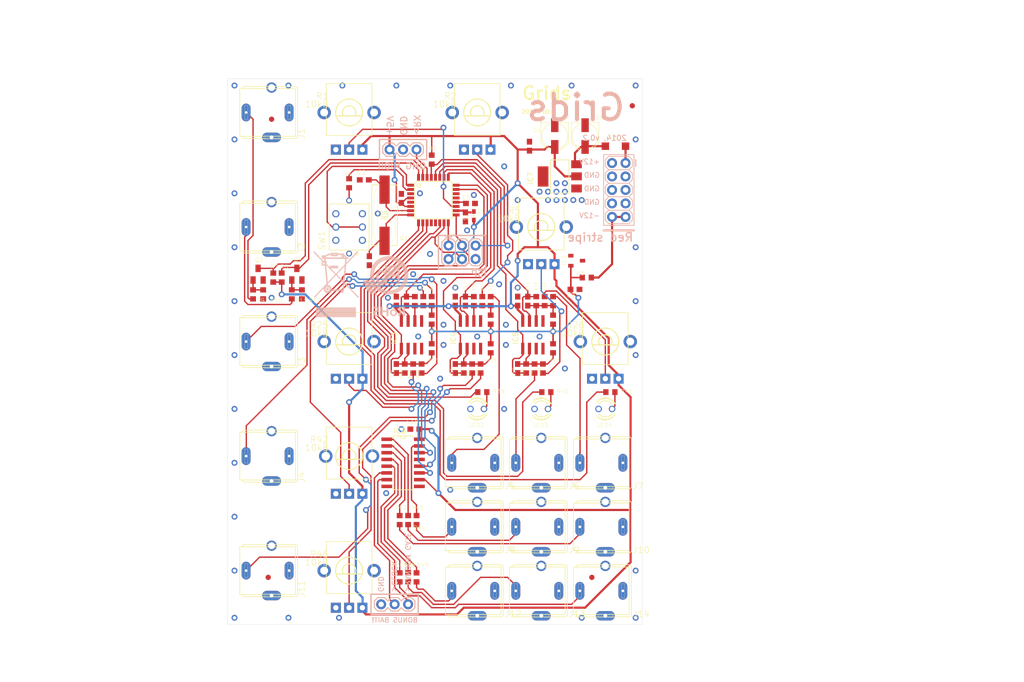
<source format=kicad_pcb>
(kicad_pcb (version 20171130) (host pcbnew 5.1.8-db9833491~87~ubuntu20.04.1)
  (layers (0 Top signal) (31 Bottom signal) (34 B.Paste user) (35 F.Paste user) (36 B.SilkS user) (37 F.SilkS user) (38 B.Mask user) (39 F.Mask user) (44 Edge.Cuts user))
  (net 0 "")
  (net 1 GND)
  (net 2 VEE)
  (net 3 +5V)
  (net 4 VCC)
  (net 5 /RESET)
  (net 6 "Net-(C2-Pad2)")
  (net 7 "Net-(C7-Pad2)")
  (net 8 /MOSI)
  (net 9 /SCK)
  (net 10 /MISO)
  (net 11 "Net-(R4-Pad2)")
  (net 12 /LED_CLOCK)
  (net 13 "Net-(LED4-PadA)")
  (net 14 /LED_CH3)
  (net 15 "Net-(LED3-PadA)")
  (net 16 /LED_CH2)
  (net 17 "Net-(LED2-PadA)")
  (net 18 /LED_CH1)
  (net 19 "Net-(J8-PadTIP)")
  (net 20 "Net-(IC6-Pad15)")
  (net 21 "Net-(J9-PadTIP)")
  (net 22 "Net-(IC6-Pad1)")
  (net 23 "Net-(J10-PadTIP)")
  (net 24 "Net-(IC6-Pad2)")
  (net 25 "Net-(J12-PadTIP)")
  (net 26 "Net-(IC6-Pad3)")
  (net 27 "Net-(J13-PadTIP)")
  (net 28 "Net-(IC6-Pad4)")
  (net 29 "Net-(J14-PadTIP)")
  (net 30 "Net-(IC6-Pad5)")
  (net 31 "Net-(J8-PadSW)")
  (net 32 "Net-(J9-PadSW)")
  (net 33 "Net-(J10-PadSW)")
  (net 34 "Net-(J12-PadSW)")
  (net 35 "Net-(J13-PadSW)")
  (net 36 "Net-(J14-PadSW)")
  (net 37 /IN_RESET)
  (net 38 /IN_CLOCK)
  (net 39 /IN_MIDI)
  (net 40 /CH3_CV)
  (net 41 /CH2_CV)
  (net 42 /CH1_CV)
  (net 43 /RND_CV)
  (net 44 /Y_CV)
  (net 45 /X_CV)
  (net 46 "Net-(IC1-Pad22)")
  (net 47 /AREF)
  (net 48 /TEMPO)
  (net 49 "Net-(C6-Pad1)")
  (net 50 /SS)
  (net 51 "Net-(IC1-Pad13)")
  (net 52 "Net-(IC1-Pad12)")
  (net 53 /SW_RESET)
  (net 54 "Net-(IC6-Pad9)")
  (net 55 "Net-(IC6-Pad7)")
  (net 56 "Net-(IC6-Pad6)")
  (net 57 "Net-(C15-Pad1)")
  (net 58 "Net-(R25-PadP$2)")
  (net 59 "Net-(J3-PadTIP)")
  (net 60 "Net-(J3-PadSW)")
  (net 61 "Net-(C12-Pad1)")
  (net 62 "Net-(C16-Pad1)")
  (net 63 /REF_-5)
  (net 64 "Net-(C10-Pad1)")
  (net 65 "Net-(R14-Pad1)")
  (net 66 "Net-(J4-PadTIP)")
  (net 67 "Net-(J4-PadSW)")
  (net 68 "Net-(R35-Pad1)")
  (net 69 "Net-(J11-PadTIP)")
  (net 70 "Net-(J11-PadSW)")
  (net 71 "Net-(R17-Pad1)")
  (net 72 "Net-(J5-PadTIP)")
  (net 73 "Net-(J5-PadSW)")
  (net 74 "Net-(C14-Pad1)")
  (net 75 "Net-(C17-Pad1)")
  (net 76 "Net-(R38-Pad1)")
  (net 77 "Net-(J6-PadTIP)")
  (net 78 "Net-(J6-PadSW)")
  (net 79 "Net-(R20-Pad1)")
  (net 80 "Net-(J7-PadTIP)")
  (net 81 "Net-(J7-PadSW)")
  (net 82 "Net-(Q2-PadB)")
  (net 83 "Net-(J1-PadTIP)")
  (net 84 "Net-(Q3-PadB)")
  (net 85 "Net-(J2-PadTIP)")
  (net 86 "Net-(J1-PadSW)")
  (net 87 "Net-(J2-PadSW)")
  (net 88 "Net-(SW1-PadP1)")
  (net 89 "Net-(SW1-PadP4)")
  (net 90 "Net-(D1-PadA)")
  (net 91 "Net-(J16-Pad2)")
  (module grids_v02:C0603 (layer Top) (at 142.1611 76.1111 90)
    (fp_text reference C3 (at -2.54 -0.635) (layer F.SilkS) (effects (font (size 0.77216 0.77216) (thickness 0.061772)) (justify left bottom)))
    (fp_text value 100n)
    (pad 2 smd rect (at 0.85 0 90) (size 1.1 1) (layers Top F.Paste F.Mask) (net 1 GND))
    (pad 1 smd rect (at -0.85 0 90) (size 1.1 1) (layers Top F.Paste F.Mask) (net 3 +5V))
  )
  (module grids_v02:R0603 (layer Top) (at 142.7961 108.1786 270)
    (fp_text reference R30 (at 1.905 0.3175 90) (layer F.SilkS) (effects (font (size 0.57912 0.57912) (thickness 0.046329)) (justify left bottom)))
    (fp_text value 100k)
    (pad 2 smd rect (at 0.85 0 270) (size 1 1.1) (layers Top F.Paste F.Mask) (net 45 /X_CV))
    (pad 1 smd rect (at -0.85 0 270) (size 1 1.1) (layers Top F.Paste F.Mask) (net 57 "Net-(C15-Pad1)"))
  )
  (module grids_v02:R0603 (layer Top) (at 144.3836 108.1786 90)
    (fp_text reference R31 (at -1.905 -0.3175 90) (layer F.SilkS) (effects (font (size 0.57912 0.57912) (thickness 0.046329)) (justify left bottom)))
    (fp_text value 100k)
    (pad 2 smd rect (at 0.85 0 90) (size 1 1.1) (layers Top F.Paste F.Mask) (net 57 "Net-(C15-Pad1)"))
    (pad 1 smd rect (at -0.85 0 90) (size 1 1.1) (layers Top F.Paste F.Mask) (net 58 "Net-(R25-PadP$2)"))
  )
  (module grids_v02:SOT23-BEC (layer Top) (at 115.1736 90.3986)
    (fp_text reference Q2 (at -0.635 -2.2225) (layer F.SilkS) (effects (font (size 0.77216 0.77216) (thickness 0.061772)) (justify left bottom)))
    (fp_text value MMBT3904)
    (pad B smd rect (at -0.95 1.1) (size 1 1.4) (layers Top F.Paste F.Mask) (net 82 "Net-(Q2-PadB)"))
    (pad E smd rect (at 0.95 1.1) (size 1 1.4) (layers Top F.Paste F.Mask) (net 1 GND))
    (pad C smd rect (at 0 -1.1) (size 1 1.4) (layers Top F.Paste F.Mask) (net 38 /IN_CLOCK))
  )
  (module grids_v02:R0603 (layer Top) (at 118.0311 91.0336 270)
    (fp_text reference R7 (at -1.5875 0.635) (layer F.SilkS) (effects (font (size 0.77216 0.77216) (thickness 0.061772)) (justify left bottom)))
    (fp_text value 10k)
    (pad 2 smd rect (at 0.85 0 270) (size 1 1.1) (layers Top F.Paste F.Mask) (net 3 +5V))
    (pad 1 smd rect (at -0.85 0 270) (size 1 1.1) (layers Top F.Paste F.Mask) (net 38 /IN_CLOCK))
  )
  (module grids_v02:C0603 (layer Top) (at 164.0686 95.4786 90)
    (fp_text reference C13 (at 1.905 0.3175 90) (layer F.SilkS) (effects (font (size 0.57912 0.57912) (thickness 0.046329)) (justify left bottom)))
    (fp_text value 100n)
    (pad 2 smd rect (at 0.85 0 90) (size 1.1 1) (layers Top F.Paste F.Mask) (net 1 GND))
    (pad 1 smd rect (at -0.85 0 90) (size 1.1 1) (layers Top F.Paste F.Mask) (net 3 +5V))
  )
  (module grids_v02:C0603 (layer Top) (at 154.2261 79.6036 270)
    (fp_text reference C6 (at 0.635 0.635) (layer F.SilkS) (effects (font (size 0.77216 0.77216) (thickness 0.061772)) (justify left bottom)))
    (fp_text value 100n)
    (pad 2 smd rect (at 0.85 0 270) (size 1.1 1) (layers Top F.Paste F.Mask) (net 1 GND))
    (pad 1 smd rect (at -0.85 0 270) (size 1.1 1) (layers Top F.Paste F.Mask) (net 49 "Net-(C6-Pad1)"))
  )
  (module grids_v02:R0603 (layer Top) (at 147.8761 68.8086 90)
    (fp_text reference R3 (at 1.5875 -0.635) (layer F.SilkS) (effects (font (size 0.77216 0.77216) (thickness 0.061772)) (justify left bottom)))
    (fp_text value 10k)
    (pad 2 smd rect (at 0.85 0 90) (size 1 1.1) (layers Top F.Paste F.Mask) (net 3 +5V))
    (pad 1 smd rect (at -0.85 0 90) (size 1 1.1) (layers Top F.Paste F.Mask) (net 5 /RESET))
  )
  (module grids_v02:HC49UP (layer Top) (at 138.9861 79.2861 90)
    (fp_text reference Q1 (at -4.7625 2.8575) (layer F.SilkS) (effects (font (size 0.77216 0.77216) (thickness 0.077216)) (justify left bottom)))
    (fp_text value 20MHz)
    (pad 2 smd rect (at 4.826 0 90) (size 5.334 1.9304) (layers Top F.Paste F.Mask) (net 6 "Net-(C2-Pad2)"))
    (pad 1 smd rect (at -4.826 0 90) (size 5.334 1.9304) (layers Top F.Paste F.Mask) (net 7 "Net-(C7-Pad2)"))
  )
  (module grids_v02:C0603 (layer Top) (at 135.1761 72.6186)
    (fp_text reference C2 (at -1.27 -0.9525) (layer F.SilkS) (effects (font (size 0.77216 0.77216) (thickness 0.061772)) (justify left bottom)))
    (fp_text value 18p)
    (pad 2 smd rect (at 0.85 0) (size 1.1 1) (layers Top F.Paste F.Mask) (net 6 "Net-(C2-Pad2)"))
    (pad 1 smd rect (at -0.85 0) (size 1.1 1) (layers Top F.Paste F.Mask) (net 1 GND))
  )
  (module grids_v02:C0603 (layer Top) (at 136.1286 87.8586 90)
    (fp_text reference C7 (at -1.905 0.635) (layer F.SilkS) (effects (font (size 0.77216 0.77216) (thickness 0.061772)) (justify left bottom)))
    (fp_text value 18p)
    (pad 2 smd rect (at 0.85 0 90) (size 1.1 1) (layers Top F.Paste F.Mask) (net 7 "Net-(C7-Pad2)"))
    (pad 1 smd rect (at -0.85 0 90) (size 1.1 1) (layers Top F.Paste F.Mask) (net 1 GND))
  )
  (module grids_v02:2X3 (layer Bottom) (at 151.0511 85.0011)
    (fp_text reference J15 hide)
    (fp_text value AVR_SPI_PRG_6PTH)
    (pad 6 thru_hole circle (at 5.08 2.54) (size 1.8796 1.8796) (drill 1.016) (layers *.Cu *.Mask) (net 1 GND))
    (pad 5 thru_hole circle (at 5.08 0) (size 1.8796 1.8796) (drill 1.016) (layers *.Cu *.Mask) (net 5 /RESET))
    (pad 4 thru_hole circle (at 2.54 2.54) (size 1.8796 1.8796) (drill 1.016) (layers *.Cu *.Mask) (net 8 /MOSI))
    (pad 3 thru_hole circle (at 2.54 0) (size 1.8796 1.8796) (drill 1.016) (layers *.Cu *.Mask) (net 9 /SCK))
    (pad 2 thru_hole circle (at 0 2.54) (size 1.8796 1.8796) (drill 1.016) (layers *.Cu *.Mask) (net 3 +5V))
    (pad 1 thru_hole circle (at 0 0) (size 1.8796 1.8796) (drill 1.016) (layers *.Cu *.Mask) (net 10 /MISO))
  )
  (module grids_v02:R0603 (layer Top) (at 114.2211 94.2086 270)
    (fp_text reference R9 (at 1.5875 -0.635) (layer F.SilkS) (effects (font (size 0.77216 0.77216) (thickness 0.061772)) (justify left bottom)))
    (fp_text value 100k)
    (pad 2 smd rect (at 0.85 0 270) (size 1 1.1) (layers Top F.Paste F.Mask) (net 83 "Net-(J1-PadTIP)"))
    (pad 1 smd rect (at -0.85 0 270) (size 1 1.1) (layers Top F.Paste F.Mask) (net 82 "Net-(Q2-PadB)"))
  )
  (module grids_v02:SOT23-BEC (layer Top) (at 122.4761 90.3986)
    (fp_text reference Q3 (at -0.635 -2.2225) (layer F.SilkS) (effects (font (size 0.77216 0.77216) (thickness 0.061772)) (justify left bottom)))
    (fp_text value MMBT3904 hide)
    (pad B smd rect (at -0.95 1.1) (size 1 1.4) (layers Top F.Paste F.Mask) (net 84 "Net-(Q3-PadB)"))
    (pad E smd rect (at 0.95 1.1) (size 1 1.4) (layers Top F.Paste F.Mask) (net 1 GND))
    (pad C smd rect (at 0 -1.1) (size 1 1.4) (layers Top F.Paste F.Mask) (net 37 /IN_RESET))
  )
  (module grids_v02:R0603 (layer Top) (at 119.6186 91.0336 270)
    (fp_text reference R6 (at -1.5875 0.3175) (layer F.SilkS) (effects (font (size 0.77216 0.77216) (thickness 0.061772)) (justify left bottom)))
    (fp_text value 10k)
    (pad 2 smd rect (at 0.85 0 270) (size 1 1.1) (layers Top F.Paste F.Mask) (net 3 +5V))
    (pad 1 smd rect (at -0.85 0 270) (size 1 1.1) (layers Top F.Paste F.Mask) (net 37 /IN_RESET))
  )
  (module grids_v02:R0603 (layer Top) (at 121.5236 94.2086 270)
    (fp_text reference R11 (at 1.5875 -0.635) (layer F.SilkS) (effects (font (size 0.77216 0.77216) (thickness 0.061772)) (justify left bottom)))
    (fp_text value 100k)
    (pad 2 smd rect (at 0.85 0 270) (size 1 1.1) (layers Top F.Paste F.Mask) (net 85 "Net-(J2-PadTIP)"))
    (pad 1 smd rect (at -0.85 0 270) (size 1 1.1) (layers Top F.Paste F.Mask) (net 84 "Net-(Q3-PadB)"))
  )
  (module grids_v02:R0603 (layer Top) (at 132.3186 73.2536 270)
    (fp_text reference R4 (at -1.27 0.9525) (layer F.SilkS) (effects (font (size 0.77216 0.77216) (thickness 0.061772)) (justify left bottom)))
    (fp_text value 100)
    (pad 2 smd rect (at 0.85 0 270) (size 1 1.1) (layers Top F.Paste F.Mask) (net 11 "Net-(R4-Pad2)"))
    (pad 1 smd rect (at -0.85 0 270) (size 1 1.1) (layers Top F.Paste F.Mask) (net 12 /LED_CLOCK))
  )
  (module grids_v02:R0603 (layer Top) (at 181.5311 112.6236)
    (fp_text reference R41 (at 1.905 0.3175) (layer F.SilkS) (effects (font (size 0.77216 0.77216) (thickness 0.061772)) (justify left bottom)))
    (fp_text value 100)
    (pad 2 smd rect (at 0.85 0) (size 1 1.1) (layers Top F.Paste F.Mask) (net 13 "Net-(LED4-PadA)"))
    (pad 1 smd rect (at -0.85 0) (size 1 1.1) (layers Top F.Paste F.Mask) (net 14 /LED_CH3))
  )
  (module grids_v02:R0603 (layer Top) (at 169.4661 112.6236)
    (fp_text reference R40 (at 1.905 0.3175) (layer F.SilkS) (effects (font (size 0.77216 0.77216) (thickness 0.061772)) (justify left bottom)))
    (fp_text value 100)
    (pad 2 smd rect (at 0.85 0) (size 1 1.1) (layers Top F.Paste F.Mask) (net 15 "Net-(LED3-PadA)"))
    (pad 1 smd rect (at -0.85 0) (size 1 1.1) (layers Top F.Paste F.Mask) (net 16 /LED_CH2))
  )
  (module grids_v02:R0603 (layer Top) (at 157.4011 112.6236)
    (fp_text reference R39 (at 1.905 0.3175) (layer F.SilkS) (effects (font (size 0.77216 0.77216) (thickness 0.061772)) (justify left bottom)))
    (fp_text value 100)
    (pad 2 smd rect (at 0.85 0) (size 1 1.1) (layers Top F.Paste F.Mask) (net 17 "Net-(LED2-PadA)"))
    (pad 1 smd rect (at -0.85 0) (size 1 1.1) (layers Top F.Paste F.Mask) (net 18 /LED_CH1))
  )
  (module grids_v02:WQP_PJ_301BM (layer Top) (at 117.7136 59.9186 90)
    (fp_text reference J1 (at -5.08 6.35 90) (layer F.SilkS) (effects (font (size 1.2065 1.2065) (thickness 0.09652)) (justify left bottom)))
    (fp_text value PJ301WQP hide)
    (fp_line (start -4.3 1.4) (end -5.1 1.4) (layer Edge.Cuts) (width 0.05))
    (fp_line (start -4.3 -1.3) (end -4.3 1.4) (layer Edge.Cuts) (width 0.05))
    (fp_line (start -5.1 -1.3) (end -4.3 -1.3) (layer Edge.Cuts) (width 0.05))
    (fp_line (start -5.1 1.4) (end -5.1 -1.3) (layer Edge.Cuts) (width 0.05))
    (fp_line (start -1.3 -4.5) (end -1.3 -5.05) (layer Edge.Cuts) (width 0.05))
    (fp_line (start 1.3 -4.5) (end -1.3 -4.5) (layer Edge.Cuts) (width 0.05))
    (fp_line (start 1.3 -5.05) (end 1.3 -4.5) (layer Edge.Cuts) (width 0.05))
    (fp_line (start -1.3 -5.05) (end 1.3 -5.05) (layer Edge.Cuts) (width 0.05))
    (fp_line (start -1.3 3.6) (end -1.3 3.05) (layer Edge.Cuts) (width 0.05))
    (fp_line (start 1.3 3.6) (end -1.3 3.6) (layer Edge.Cuts) (width 0.05))
    (fp_line (start 1.3 3.05) (end 1.3 3.6) (layer Edge.Cuts) (width 0.05))
    (fp_line (start -1.3 3.05) (end 1.3 3.05) (layer Edge.Cuts) (width 0.05))
    (pad GND thru_hole oval (at -4.7 0 180) (size 3.556 1.778) (drill 0.7) (layers *.Cu *.Mask) (net 1 GND))
    (pad GND2 thru_hole circle (at 4.7 0 90) (size 1.95 1.95) (drill 1.3) (layers *.Cu *.Mask) (net 1 GND))
    (pad TIP thru_hole oval (at 0 -4.8 90) (size 3.3528 1.6764) (drill 0.5) (layers *.Cu *.Mask) (net 83 "Net-(J1-PadTIP)"))
    (pad SW thru_hole oval (at 0 3.3 90) (size 3.3528 1.6764) (drill 0.5) (layers *.Cu *.Mask) (net 86 "Net-(J1-PadSW)"))
  )
  (module grids_v02:WQP_PJ_301BM (layer Top) (at 117.7136 81.5086 90)
    (fp_text reference J2 (at -5.08 6.35 90) (layer F.SilkS) (effects (font (size 1.2065 1.2065) (thickness 0.09652)) (justify left bottom)))
    (fp_text value PJ301WQP hide)
    (fp_line (start -4.3 1.4) (end -5.1 1.4) (layer Edge.Cuts) (width 0.05))
    (fp_line (start -4.3 -1.3) (end -4.3 1.4) (layer Edge.Cuts) (width 0.05))
    (fp_line (start -5.1 -1.3) (end -4.3 -1.3) (layer Edge.Cuts) (width 0.05))
    (fp_line (start -5.1 1.4) (end -5.1 -1.3) (layer Edge.Cuts) (width 0.05))
    (fp_line (start -1.3 -4.5) (end -1.3 -5.05) (layer Edge.Cuts) (width 0.05))
    (fp_line (start 1.3 -4.5) (end -1.3 -4.5) (layer Edge.Cuts) (width 0.05))
    (fp_line (start 1.3 -5.05) (end 1.3 -4.5) (layer Edge.Cuts) (width 0.05))
    (fp_line (start -1.3 -5.05) (end 1.3 -5.05) (layer Edge.Cuts) (width 0.05))
    (fp_line (start -1.3 3.6) (end -1.3 3.05) (layer Edge.Cuts) (width 0.05))
    (fp_line (start 1.3 3.6) (end -1.3 3.6) (layer Edge.Cuts) (width 0.05))
    (fp_line (start 1.3 3.05) (end 1.3 3.6) (layer Edge.Cuts) (width 0.05))
    (fp_line (start -1.3 3.05) (end 1.3 3.05) (layer Edge.Cuts) (width 0.05))
    (pad GND thru_hole oval (at -4.7 0 180) (size 3.556 1.778) (drill 0.7) (layers *.Cu *.Mask) (net 1 GND))
    (pad GND2 thru_hole circle (at 4.7 0 90) (size 1.95 1.95) (drill 1.3) (layers *.Cu *.Mask) (net 1 GND))
    (pad TIP thru_hole oval (at 0 -4.8 90) (size 3.3528 1.6764) (drill 0.5) (layers *.Cu *.Mask) (net 85 "Net-(J2-PadTIP)"))
    (pad SW thru_hole oval (at 0 3.3 90) (size 3.3528 1.6764) (drill 0.5) (layers *.Cu *.Mask) (net 87 "Net-(J2-PadSW)"))
  )
  (module grids_v02:WQP_PJ_301BM (layer Top) (at 117.7136 103.0986 90)
    (fp_text reference J3 (at -5.08 6.35 90) (layer F.SilkS) (effects (font (size 1.2065 1.2065) (thickness 0.09652)) (justify left bottom)))
    (fp_text value PJ301WQP hide)
    (fp_line (start -4.3 1.4) (end -5.1 1.4) (layer Edge.Cuts) (width 0.05))
    (fp_line (start -4.3 -1.3) (end -4.3 1.4) (layer Edge.Cuts) (width 0.05))
    (fp_line (start -5.1 -1.3) (end -4.3 -1.3) (layer Edge.Cuts) (width 0.05))
    (fp_line (start -5.1 1.4) (end -5.1 -1.3) (layer Edge.Cuts) (width 0.05))
    (fp_line (start -1.3 -4.5) (end -1.3 -5.05) (layer Edge.Cuts) (width 0.05))
    (fp_line (start 1.3 -4.5) (end -1.3 -4.5) (layer Edge.Cuts) (width 0.05))
    (fp_line (start 1.3 -5.05) (end 1.3 -4.5) (layer Edge.Cuts) (width 0.05))
    (fp_line (start -1.3 -5.05) (end 1.3 -5.05) (layer Edge.Cuts) (width 0.05))
    (fp_line (start -1.3 3.6) (end -1.3 3.05) (layer Edge.Cuts) (width 0.05))
    (fp_line (start 1.3 3.6) (end -1.3 3.6) (layer Edge.Cuts) (width 0.05))
    (fp_line (start 1.3 3.05) (end 1.3 3.6) (layer Edge.Cuts) (width 0.05))
    (fp_line (start -1.3 3.05) (end 1.3 3.05) (layer Edge.Cuts) (width 0.05))
    (pad GND thru_hole oval (at -4.7 0 180) (size 3.556 1.778) (drill 0.7) (layers *.Cu *.Mask) (net 1 GND))
    (pad GND2 thru_hole circle (at 4.7 0 90) (size 1.95 1.95) (drill 1.3) (layers *.Cu *.Mask) (net 1 GND))
    (pad TIP thru_hole oval (at 0 -4.8 90) (size 3.3528 1.6764) (drill 0.5) (layers *.Cu *.Mask) (net 59 "Net-(J3-PadTIP)"))
    (pad SW thru_hole oval (at 0 3.3 90) (size 3.3528 1.6764) (drill 0.5) (layers *.Cu *.Mask) (net 60 "Net-(J3-PadSW)"))
  )
  (module grids_v02:ALPS_POT_VERTICAL_PS (layer Top) (at 132.3186 103.0986 180)
    (fp_text reference R25 (at 3.81 3.81) (layer F.SilkS) (effects (font (size 1.2065 1.2065) (thickness 0.09652)) (justify right top)))
    (fp_text value 10kB (at 3.81 2.286) (layer F.SilkS) (effects (font (size 1.2065 1.2065) (thickness 0.09652)) (justify right top)))
    (pad P$5 thru_hole circle (at 4.7 0 90) (size 2.54 2.54) (drill 1.5) (layers *.Cu *.Mask))
    (pad P$4 thru_hole circle (at -4.7 0 90) (size 2.54 2.54) (drill 1.5) (layers *.Cu *.Mask))
    (pad P$3 thru_hole rect (at 2.5 -7 90) (size 1.8796 1.8796) (drill 1) (layers *.Cu *.Mask) (net 1 GND))
    (pad P$2 thru_hole rect (at 0 -7 90) (size 1.8796 1.8796) (drill 1) (layers *.Cu *.Mask) (net 58 "Net-(R25-PadP$2)"))
    (pad P$1 thru_hole rect (at -2.5 -7 90) (size 1.8796 1.8796) (drill 1) (layers *.Cu *.Mask) (net 3 +5V))
  )
  (module grids_v02:PANASONIC_C (layer Top) (at 171.0536 64.3636 270)
    (fp_text reference C1 (at -3.175 -1.27) (layer F.SilkS) (effects (font (size 0.77216 0.77216) (thickness 0.061772)) (justify left bottom)))
    (fp_text value 22u)
    (pad + smd rect (at 2.05 0 270) (size 2.6 1.4) (layers Top F.Paste F.Mask) (net 3 +5V))
    (pad - smd rect (at -2.05 0 270) (size 2.6 1.4) (layers Top F.Paste F.Mask) (net 1 GND))
  )
  (module grids_v02:LED3MM (layer Top) (at 180.5786 115.7986 180)
    (fp_text reference LED4 (at 1.5875 -3.4925) (layer F.SilkS) (effects (font (size 0.77216 0.77216) (thickness 0.061772)) (justify left bottom)))
    (fp_text value LED3MM)
    (pad K thru_hole circle (at 1.27 0 180) (size 1.2192 1.2192) (drill 0.8128) (layers *.Cu *.Mask) (net 1 GND))
    (pad A thru_hole circle (at -1.27 0 180) (size 1.2192 1.2192) (drill 0.8128) (layers *.Cu *.Mask) (net 13 "Net-(LED4-PadA)"))
  )
  (module grids_v02:LED3MM (layer Top) (at 168.5136 115.7986 180)
    (fp_text reference LED3 (at 1.5875 -3.4925) (layer F.SilkS) (effects (font (size 0.77216 0.77216) (thickness 0.061772)) (justify left bottom)))
    (fp_text value LED3MM)
    (pad K thru_hole circle (at 1.27 0 180) (size 1.2192 1.2192) (drill 0.8128) (layers *.Cu *.Mask) (net 1 GND))
    (pad A thru_hole circle (at -1.27 0 180) (size 1.2192 1.2192) (drill 0.8128) (layers *.Cu *.Mask) (net 15 "Net-(LED3-PadA)"))
  )
  (module grids_v02:LED3MM (layer Top) (at 156.4486 115.7986 180)
    (fp_text reference LED2 (at 1.5875 -3.4925) (layer F.SilkS) (effects (font (size 0.77216 0.77216) (thickness 0.061772)) (justify left bottom)))
    (fp_text value LED3MM)
    (pad K thru_hole circle (at 1.27 0 180) (size 1.2192 1.2192) (drill 0.8128) (layers *.Cu *.Mask) (net 1 GND))
    (pad A thru_hole circle (at -1.27 0 180) (size 1.2192 1.2192) (drill 0.8128) (layers *.Cu *.Mask) (net 17 "Net-(LED2-PadA)"))
  )
  (module grids_v02:R0603 (layer Top) (at 116.1261 94.2086 90)
    (fp_text reference R10 (at -1.5875 1.27) (layer F.SilkS) (effects (font (size 0.77216 0.77216) (thickness 0.061772)) (justify left bottom)))
    (fp_text value 1M)
    (pad 2 smd rect (at 0.85 0 90) (size 1 1.1) (layers Top F.Paste F.Mask) (net 82 "Net-(Q2-PadB)"))
    (pad 1 smd rect (at -0.85 0 90) (size 1 1.1) (layers Top F.Paste F.Mask) (net 1 GND))
  )
  (module grids_v02:R0603 (layer Top) (at 123.4286 94.2086 90)
    (fp_text reference R12 (at -1.5875 1.27) (layer F.SilkS) (effects (font (size 0.77216 0.77216) (thickness 0.061772)) (justify left bottom)))
    (fp_text value 1M)
    (pad 2 smd rect (at 0.85 0 90) (size 1 1.1) (layers Top F.Paste F.Mask) (net 84 "Net-(Q3-PadB)"))
    (pad 1 smd rect (at -0.85 0 90) (size 1 1.1) (layers Top F.Paste F.Mask) (net 1 GND))
  )
  (module grids_v02:SO08 (layer Top) (at 155.1786 101.8286)
    (fp_text reference IC4 (at -2.667 1.905 90) (layer F.SilkS) (effects (font (size 0.9652 0.9652) (thickness 0.14478)) (justify left bottom)))
    (fp_text value MCP6002)
    (pad 5 smd rect (at 1.905 -2.6) (size 0.6 2.2) (layers Top F.Paste F.Mask) (net 1 GND))
    (pad 6 smd rect (at 0.635 -2.6) (size 0.6 2.2) (layers Top F.Paste F.Mask) (net 61 "Net-(C12-Pad1)"))
    (pad 8 smd rect (at -1.905 -2.6) (size 0.6 2.2) (layers Top F.Paste F.Mask) (net 3 +5V))
    (pad 4 smd rect (at 1.905 2.6) (size 0.6 2.2) (layers Top F.Paste F.Mask) (net 1 GND))
    (pad 3 smd rect (at 0.635 2.6) (size 0.6 2.2) (layers Top F.Paste F.Mask) (net 1 GND))
    (pad 1 smd rect (at -1.905 2.6) (size 0.6 2.2) (layers Top F.Paste F.Mask) (net 43 /RND_CV))
    (pad 7 smd rect (at -0.635 -2.6) (size 0.6 2.2) (layers Top F.Paste F.Mask) (net 42 /CH1_CV))
    (pad 2 smd rect (at -0.635 2.6) (size 0.6 2.2) (layers Top F.Paste F.Mask) (net 62 "Net-(C16-Pad1)"))
  )
  (module grids_v02:C0603 (layer Top) (at 144.7011 119.6086 180)
    (fp_text reference C18 (at 1.5875 0.9525) (layer F.SilkS) (effects (font (size 0.77216 0.77216) (thickness 0.061772)) (justify left bottom)))
    (fp_text value 100n)
    (pad 2 smd rect (at 0.85 0 180) (size 1.1 1) (layers Top F.Paste F.Mask) (net 1 GND))
    (pad 1 smd rect (at -0.85 0 180) (size 1.1 1) (layers Top F.Paste F.Mask) (net 3 +5V))
  )
  (module grids_v02:C0603 (layer Top) (at 141.2086 108.1786 270)
    (fp_text reference C15 (at 1.905 0.3175 90) (layer F.SilkS) (effects (font (size 0.57912 0.57912) (thickness 0.046329)) (justify left bottom)))
    (fp_text value 10n)
    (pad 2 smd rect (at 0.85 0 270) (size 1.1 1) (layers Top F.Paste F.Mask) (net 45 /X_CV))
    (pad 1 smd rect (at -0.85 0 270) (size 1.1 1) (layers Top F.Paste F.Mask) (net 57 "Net-(C15-Pad1)"))
  )
  (module grids_v02:FIDUCIAL-1X2 (layer Top) (at 117.7136 61.1886 90)
    (fp_text reference F2 hide)
    (fp_text value FIDUCIAL1X2 hide)
    (pad 1 smd roundrect (at 0 0 90) (size 1 1) (layers Top F.Mask) (roundrect_rratio 0.5))
  )
  (module grids_v02:FIDUCIAL-1X2 (layer Top) (at 185.6586 58.6486 90)
    (fp_text reference F1 hide)
    (fp_text value FIDUCIAL1X2 hide)
    (pad 1 smd roundrect (at 0 0 90) (size 1 1) (layers Top F.Mask) (roundrect_rratio 0.5))
  )
  (module grids_v02:FIDUCIAL-1X2 (layer Top) (at 178.0386 147.5486 90)
    (fp_text reference F4 hide)
    (fp_text value FIDUCIAL1X2 hide)
    (pad 1 smd roundrect (at 0 0 90) (size 1 1) (layers Top F.Mask) (roundrect_rratio 0.5))
  )
  (module grids_v02:FIDUCIAL-1X2 (layer Top) (at 117.0786 147.5486 90)
    (fp_text reference F3 hide)
    (fp_text value FIDUCIAL1X2 hide)
    (pad 1 smd roundrect (at 0 0 90) (size 1 1) (layers Top F.Mask) (roundrect_rratio 0.5))
  )
  (module grids_v02:R0603 (layer Top) (at 145.9711 108.1786 90)
    (fp_text reference R32 (at -1.905 -0.3175 90) (layer F.SilkS) (effects (font (size 0.57912 0.57912) (thickness 0.046329)) (justify left bottom)))
    (fp_text value 100k)
    (pad 2 smd rect (at 0.85 0 90) (size 1 1.1) (layers Top F.Paste F.Mask) (net 57 "Net-(C15-Pad1)"))
    (pad 1 smd rect (at -0.85 0 90) (size 1 1.1) (layers Top F.Paste F.Mask) (net 59 "Net-(J3-PadTIP)"))
  )
  (module grids_v02:R0603 (layer Top) (at 147.8761 104.3686 270)
    (fp_text reference R27 (at 2.54 0.635) (layer F.SilkS) (effects (font (size 0.57912 0.57912) (thickness 0.046329)) (justify left bottom)))
    (fp_text value 100k)
    (pad 2 smd rect (at 0.85 0 270) (size 1 1.1) (layers Top F.Paste F.Mask) (net 57 "Net-(C15-Pad1)"))
    (pad 1 smd rect (at -0.85 0 270) (size 1 1.1) (layers Top F.Paste F.Mask) (net 63 /REF_-5))
  )
  (module grids_v02:R0603 (layer Top) (at 144.7011 95.4786 90)
    (fp_text reference R13 (at 1.905 0.3175 90) (layer F.SilkS) (effects (font (size 0.57912 0.57912) (thickness 0.046329)) (justify left bottom)))
    (fp_text value 100k)
    (pad 2 smd rect (at 0.85 0 90) (size 1 1.1) (layers Top F.Paste F.Mask) (net 44 /Y_CV))
    (pad 1 smd rect (at -0.85 0 90) (size 1 1.1) (layers Top F.Paste F.Mask) (net 64 "Net-(C10-Pad1)"))
  )
  (module grids_v02:R0603 (layer Top) (at 146.2886 95.4786 270)
    (fp_text reference R14 (at -1.905 -0.3175 90) (layer F.SilkS) (effects (font (size 0.57912 0.57912) (thickness 0.046329)) (justify left bottom)))
    (fp_text value 100k)
    (pad 2 smd rect (at 0.85 0 270) (size 1 1.1) (layers Top F.Paste F.Mask) (net 64 "Net-(C10-Pad1)"))
    (pad 1 smd rect (at -0.85 0 270) (size 1 1.1) (layers Top F.Paste F.Mask) (net 65 "Net-(R14-Pad1)"))
  )
  (module grids_v02:ALPS_POT_VERTICAL_PS4 (layer Top) (at 132.3186 124.6886 180)
    (fp_text reference R42 (at 3.81 3.81) (layer F.SilkS) (effects (font (size 1.2065 1.2065) (thickness 0.09652)) (justify right top)))
    (fp_text value 10kB (at 3.81 2.286) (layer F.SilkS) (effects (font (size 1.2065 1.2065) (thickness 0.09652)) (justify right top)))
    (pad P$5 thru_hole circle (at 4.4 0 90) (size 2.54 2.54) (drill 1.6) (layers *.Cu *.Mask))
    (pad P$4 thru_hole circle (at -4.4 0 90) (size 2.54 2.54) (drill 1.6) (layers *.Cu *.Mask))
    (pad P$3 thru_hole rect (at 2.5 -7.1 90) (size 1.8796 1.8796) (drill 1) (layers *.Cu *.Mask) (net 1 GND))
    (pad P$2 thru_hole rect (at 0 -7.1 90) (size 1.8796 1.8796) (drill 1) (layers *.Cu *.Mask) (net 65 "Net-(R14-Pad1)"))
    (pad P$1 thru_hole rect (at -2.5 -7.1 90) (size 1.8796 1.8796) (drill 1) (layers *.Cu *.Mask) (net 3 +5V))
  )
  (module grids_v02:WQP_PJ_301BM (layer Top) (at 117.7136 124.6886 90)
    (fp_text reference J4 (at -5.08 6.35 90) (layer F.SilkS) (effects (font (size 1.2065 1.2065) (thickness 0.09652)) (justify left bottom)))
    (fp_text value PJ301WQP hide)
    (fp_line (start -4.3 1.4) (end -5.1 1.4) (layer Edge.Cuts) (width 0.05))
    (fp_line (start -4.3 -1.3) (end -4.3 1.4) (layer Edge.Cuts) (width 0.05))
    (fp_line (start -5.1 -1.3) (end -4.3 -1.3) (layer Edge.Cuts) (width 0.05))
    (fp_line (start -5.1 1.4) (end -5.1 -1.3) (layer Edge.Cuts) (width 0.05))
    (fp_line (start -1.3 -4.5) (end -1.3 -5.05) (layer Edge.Cuts) (width 0.05))
    (fp_line (start 1.3 -4.5) (end -1.3 -4.5) (layer Edge.Cuts) (width 0.05))
    (fp_line (start 1.3 -5.05) (end 1.3 -4.5) (layer Edge.Cuts) (width 0.05))
    (fp_line (start -1.3 -5.05) (end 1.3 -5.05) (layer Edge.Cuts) (width 0.05))
    (fp_line (start -1.3 3.6) (end -1.3 3.05) (layer Edge.Cuts) (width 0.05))
    (fp_line (start 1.3 3.6) (end -1.3 3.6) (layer Edge.Cuts) (width 0.05))
    (fp_line (start 1.3 3.05) (end 1.3 3.6) (layer Edge.Cuts) (width 0.05))
    (fp_line (start -1.3 3.05) (end 1.3 3.05) (layer Edge.Cuts) (width 0.05))
    (pad GND thru_hole oval (at -4.7 0 180) (size 3.556 1.778) (drill 0.7) (layers *.Cu *.Mask) (net 1 GND))
    (pad GND2 thru_hole circle (at 4.7 0 90) (size 1.95 1.95) (drill 1.3) (layers *.Cu *.Mask) (net 1 GND))
    (pad TIP thru_hole oval (at 0 -4.8 90) (size 3.3528 1.6764) (drill 0.5) (layers *.Cu *.Mask) (net 66 "Net-(J4-PadTIP)"))
    (pad SW thru_hole oval (at 0 3.3 90) (size 3.3528 1.6764) (drill 0.5) (layers *.Cu *.Mask) (net 67 "Net-(J4-PadSW)"))
  )
  (module grids_v02:C0603 (layer Top) (at 143.1136 95.4786 90)
    (fp_text reference C10 (at 1.905 0.3175 90) (layer F.SilkS) (effects (font (size 0.57912 0.57912) (thickness 0.046329)) (justify left bottom)))
    (fp_text value 10n)
    (pad 2 smd rect (at 0.85 0 90) (size 1.1 1) (layers Top F.Paste F.Mask) (net 44 /Y_CV))
    (pad 1 smd rect (at -0.85 0 90) (size 1.1 1) (layers Top F.Paste F.Mask) (net 64 "Net-(C10-Pad1)"))
  )
  (module grids_v02:R0603 (layer Top) (at 147.8761 95.4786 270)
    (fp_text reference R15 (at -1.905 -0.3175 90) (layer F.SilkS) (effects (font (size 0.57912 0.57912) (thickness 0.046329)) (justify left bottom)))
    (fp_text value 100k)
    (pad 2 smd rect (at 0.85 0 270) (size 1 1.1) (layers Top F.Paste F.Mask) (net 64 "Net-(C10-Pad1)"))
    (pad 1 smd rect (at -0.85 0 270) (size 1 1.1) (layers Top F.Paste F.Mask) (net 66 "Net-(J4-PadTIP)"))
  )
  (module grids_v02:R0603 (layer Top) (at 147.8761 98.9711 90)
    (fp_text reference R22 (at -2.54 -0.635) (layer F.SilkS) (effects (font (size 0.57912 0.57912) (thickness 0.046329)) (justify left bottom)))
    (fp_text value 100k)
    (pad 2 smd rect (at 0.85 0 90) (size 1 1.1) (layers Top F.Paste F.Mask) (net 64 "Net-(C10-Pad1)"))
    (pad 1 smd rect (at -0.85 0 90) (size 1 1.1) (layers Top F.Paste F.Mask) (net 63 /REF_-5))
  )
  (module grids_v02:SO08 (layer Top) (at 144.0661 101.8286)
    (fp_text reference IC3 (at -2.667 1.905 90) (layer F.SilkS) (effects (font (size 0.9652 0.9652) (thickness 0.14478)) (justify left bottom)))
    (fp_text value MCP6002)
    (pad 5 smd rect (at 1.905 -2.6) (size 0.6 2.2) (layers Top F.Paste F.Mask) (net 1 GND))
    (pad 6 smd rect (at 0.635 -2.6) (size 0.6 2.2) (layers Top F.Paste F.Mask) (net 64 "Net-(C10-Pad1)"))
    (pad 8 smd rect (at -1.905 -2.6) (size 0.6 2.2) (layers Top F.Paste F.Mask) (net 3 +5V))
    (pad 4 smd rect (at 1.905 2.6) (size 0.6 2.2) (layers Top F.Paste F.Mask) (net 1 GND))
    (pad 3 smd rect (at 0.635 2.6) (size 0.6 2.2) (layers Top F.Paste F.Mask) (net 1 GND))
    (pad 1 smd rect (at -1.905 2.6) (size 0.6 2.2) (layers Top F.Paste F.Mask) (net 45 /X_CV))
    (pad 7 smd rect (at -0.635 -2.6) (size 0.6 2.2) (layers Top F.Paste F.Mask) (net 44 /Y_CV))
    (pad 2 smd rect (at -0.635 2.6) (size 0.6 2.2) (layers Top F.Paste F.Mask) (net 57 "Net-(C15-Pad1)"))
  )
  (module grids_v02:R0603 (layer Top) (at 153.9086 108.1786 270)
    (fp_text reference R33 (at 1.5875 0.3175 90) (layer F.SilkS) (effects (font (size 0.57912 0.57912) (thickness 0.046329)) (justify left bottom)))
    (fp_text value 100k)
    (pad 2 smd rect (at 0.85 0 270) (size 1 1.1) (layers Top F.Paste F.Mask) (net 43 /RND_CV))
    (pad 1 smd rect (at -0.85 0 270) (size 1 1.1) (layers Top F.Paste F.Mask) (net 62 "Net-(C16-Pad1)"))
  )
  (module grids_v02:R0603 (layer Top) (at 157.0836 108.1786 90)
    (fp_text reference R35 (at -1.5875 -0.3175 90) (layer F.SilkS) (effects (font (size 0.57912 0.57912) (thickness 0.046329)) (justify left bottom)))
    (fp_text value 100k)
    (pad 2 smd rect (at 0.85 0 90) (size 1 1.1) (layers Top F.Paste F.Mask) (net 62 "Net-(C16-Pad1)"))
    (pad 1 smd rect (at -0.85 0 90) (size 1 1.1) (layers Top F.Paste F.Mask) (net 68 "Net-(R35-Pad1)"))
  )
  (module grids_v02:ALPS_POT_VERTICAL_PS (layer Top) (at 132.3186 146.2786 180)
    (fp_text reference R46 (at 3.81 3.81) (layer F.SilkS) (effects (font (size 1.2065 1.2065) (thickness 0.09652)) (justify right top)))
    (fp_text value 10kB (at 3.81 2.286) (layer F.SilkS) (effects (font (size 1.2065 1.2065) (thickness 0.09652)) (justify right top)))
    (pad P$5 thru_hole circle (at 4.7 0 90) (size 2.54 2.54) (drill 1.5) (layers *.Cu *.Mask))
    (pad P$4 thru_hole circle (at -4.7 0 90) (size 2.54 2.54) (drill 1.5) (layers *.Cu *.Mask))
    (pad P$3 thru_hole rect (at 2.5 -7 90) (size 1.8796 1.8796) (drill 1) (layers *.Cu *.Mask) (net 1 GND))
    (pad P$2 thru_hole rect (at 0 -7 90) (size 1.8796 1.8796) (drill 1) (layers *.Cu *.Mask) (net 68 "Net-(R35-Pad1)"))
    (pad P$1 thru_hole rect (at -2.5 -7 90) (size 1.8796 1.8796) (drill 1) (layers *.Cu *.Mask) (net 3 +5V))
  )
  (module grids_v02:WQP_PJ_301BM (layer Top) (at 117.7136 146.2786 90)
    (fp_text reference J11 (at -5.08 6.35 90) (layer F.SilkS) (effects (font (size 1.2065 1.2065) (thickness 0.09652)) (justify left bottom)))
    (fp_text value PJ301WQP hide)
    (fp_line (start -4.3 1.4) (end -5.1 1.4) (layer Edge.Cuts) (width 0.05))
    (fp_line (start -4.3 -1.3) (end -4.3 1.4) (layer Edge.Cuts) (width 0.05))
    (fp_line (start -5.1 -1.3) (end -4.3 -1.3) (layer Edge.Cuts) (width 0.05))
    (fp_line (start -5.1 1.4) (end -5.1 -1.3) (layer Edge.Cuts) (width 0.05))
    (fp_line (start -1.3 -4.5) (end -1.3 -5.05) (layer Edge.Cuts) (width 0.05))
    (fp_line (start 1.3 -4.5) (end -1.3 -4.5) (layer Edge.Cuts) (width 0.05))
    (fp_line (start 1.3 -5.05) (end 1.3 -4.5) (layer Edge.Cuts) (width 0.05))
    (fp_line (start -1.3 -5.05) (end 1.3 -5.05) (layer Edge.Cuts) (width 0.05))
    (fp_line (start -1.3 3.6) (end -1.3 3.05) (layer Edge.Cuts) (width 0.05))
    (fp_line (start 1.3 3.6) (end -1.3 3.6) (layer Edge.Cuts) (width 0.05))
    (fp_line (start 1.3 3.05) (end 1.3 3.6) (layer Edge.Cuts) (width 0.05))
    (fp_line (start -1.3 3.05) (end 1.3 3.05) (layer Edge.Cuts) (width 0.05))
    (pad GND thru_hole oval (at -4.7 0 180) (size 3.556 1.778) (drill 0.7) (layers *.Cu *.Mask) (net 1 GND))
    (pad GND2 thru_hole circle (at 4.7 0 90) (size 1.95 1.95) (drill 1.3) (layers *.Cu *.Mask) (net 1 GND))
    (pad TIP thru_hole oval (at 0 -4.8 90) (size 3.3528 1.6764) (drill 0.5) (layers *.Cu *.Mask) (net 69 "Net-(J11-PadTIP)"))
    (pad SW thru_hole oval (at 0 3.3 90) (size 3.3528 1.6764) (drill 0.5) (layers *.Cu *.Mask) (net 70 "Net-(J11-PadSW)"))
  )
  (module grids_v02:C0603 (layer Top) (at 152.3211 108.1786 270)
    (fp_text reference C16 (at 1.5875 0.3175 90) (layer F.SilkS) (effects (font (size 0.57912 0.57912) (thickness 0.046329)) (justify left bottom)))
    (fp_text value 10n)
    (pad 2 smd rect (at 0.85 0 270) (size 1.1 1) (layers Top F.Paste F.Mask) (net 43 /RND_CV))
    (pad 1 smd rect (at -0.85 0 270) (size 1.1 1) (layers Top F.Paste F.Mask) (net 62 "Net-(C16-Pad1)"))
  )
  (module grids_v02:R0603 (layer Top) (at 155.4961 108.1786 90)
    (fp_text reference R34 (at -1.5875 -0.3175 90) (layer F.SilkS) (effects (font (size 0.57912 0.57912) (thickness 0.046329)) (justify left bottom)))
    (fp_text value 100k)
    (pad 2 smd rect (at 0.85 0 90) (size 1 1.1) (layers Top F.Paste F.Mask) (net 62 "Net-(C16-Pad1)"))
    (pad 1 smd rect (at -0.85 0 90) (size 1 1.1) (layers Top F.Paste F.Mask) (net 69 "Net-(J11-PadTIP)"))
  )
  (module grids_v02:R0603 (layer Top) (at 158.9886 104.3686 270)
    (fp_text reference R28 (at 2.54 0.635) (layer F.SilkS) (effects (font (size 0.57912 0.57912) (thickness 0.046329)) (justify left bottom)))
    (fp_text value 100k)
    (pad 2 smd rect (at 0.85 0 270) (size 1 1.1) (layers Top F.Paste F.Mask) (net 62 "Net-(C16-Pad1)"))
    (pad 1 smd rect (at -0.85 0 270) (size 1 1.1) (layers Top F.Paste F.Mask) (net 63 /REF_-5))
  )
  (module grids_v02:R0603 (layer Top) (at 155.8136 95.4786 90)
    (fp_text reference R16 (at 1.905 0.3175 90) (layer F.SilkS) (effects (font (size 0.57912 0.57912) (thickness 0.046329)) (justify left bottom)))
    (fp_text value 100k)
    (pad 2 smd rect (at 0.85 0 90) (size 1 1.1) (layers Top F.Paste F.Mask) (net 42 /CH1_CV))
    (pad 1 smd rect (at -0.85 0 90) (size 1 1.1) (layers Top F.Paste F.Mask) (net 61 "Net-(C12-Pad1)"))
  )
  (module grids_v02:R0603 (layer Top) (at 157.4011 95.4786 270)
    (fp_text reference R17 (at -1.905 -0.3175 90) (layer F.SilkS) (effects (font (size 0.57912 0.57912) (thickness 0.046329)) (justify left bottom)))
    (fp_text value 100k)
    (pad 2 smd rect (at 0.85 0 270) (size 1 1.1) (layers Top F.Paste F.Mask) (net 61 "Net-(C12-Pad1)"))
    (pad 1 smd rect (at -0.85 0 270) (size 1 1.1) (layers Top F.Paste F.Mask) (net 71 "Net-(R17-Pad1)"))
  )
  (module grids_v02:ALPS_POT_VERTICAL_PS (layer Top) (at 156.4486 59.9186 180)
    (fp_text reference R2 (at 3.81 3.81) (layer F.SilkS) (effects (font (size 1.2065 1.2065) (thickness 0.09652)) (justify right top)))
    (fp_text value 10kB (at 3.81 2.286) (layer F.SilkS) (effects (font (size 1.2065 1.2065) (thickness 0.09652)) (justify right top)))
    (pad P$5 thru_hole circle (at 4.7 0 90) (size 2.54 2.54) (drill 1.5) (layers *.Cu *.Mask))
    (pad P$4 thru_hole circle (at -4.7 0 90) (size 2.54 2.54) (drill 1.5) (layers *.Cu *.Mask))
    (pad P$3 thru_hole rect (at 2.5 -7 90) (size 1.8796 1.8796) (drill 1) (layers *.Cu *.Mask) (net 1 GND))
    (pad P$2 thru_hole rect (at 0 -7 90) (size 1.8796 1.8796) (drill 1) (layers *.Cu *.Mask) (net 71 "Net-(R17-Pad1)"))
    (pad P$1 thru_hole rect (at -2.5 -7 90) (size 1.8796 1.8796) (drill 1) (layers *.Cu *.Mask) (net 3 +5V))
  )
  (module grids_v02:WQP_PJ_301BM (layer Top) (at 156.4486 125.9586 90)
    (fp_text reference J5 (at -5.08 5.08) (layer F.SilkS) (effects (font (size 1.2065 1.2065) (thickness 0.09652)) (justify left bottom)))
    (fp_text value PJ301WQP hide)
    (fp_line (start -4.3 1.4) (end -5.1 1.4) (layer Edge.Cuts) (width 0.05))
    (fp_line (start -4.3 -1.3) (end -4.3 1.4) (layer Edge.Cuts) (width 0.05))
    (fp_line (start -5.1 -1.3) (end -4.3 -1.3) (layer Edge.Cuts) (width 0.05))
    (fp_line (start -5.1 1.4) (end -5.1 -1.3) (layer Edge.Cuts) (width 0.05))
    (fp_line (start -1.3 -4.5) (end -1.3 -5.05) (layer Edge.Cuts) (width 0.05))
    (fp_line (start 1.3 -4.5) (end -1.3 -4.5) (layer Edge.Cuts) (width 0.05))
    (fp_line (start 1.3 -5.05) (end 1.3 -4.5) (layer Edge.Cuts) (width 0.05))
    (fp_line (start -1.3 -5.05) (end 1.3 -5.05) (layer Edge.Cuts) (width 0.05))
    (fp_line (start -1.3 3.6) (end -1.3 3.05) (layer Edge.Cuts) (width 0.05))
    (fp_line (start 1.3 3.6) (end -1.3 3.6) (layer Edge.Cuts) (width 0.05))
    (fp_line (start 1.3 3.05) (end 1.3 3.6) (layer Edge.Cuts) (width 0.05))
    (fp_line (start -1.3 3.05) (end 1.3 3.05) (layer Edge.Cuts) (width 0.05))
    (pad GND thru_hole oval (at -4.7 0 180) (size 3.556 1.778) (drill 0.7) (layers *.Cu *.Mask) (net 1 GND))
    (pad GND2 thru_hole circle (at 4.7 0 90) (size 1.95 1.95) (drill 1.3) (layers *.Cu *.Mask) (net 1 GND))
    (pad TIP thru_hole oval (at 0 -4.8 90) (size 3.3528 1.6764) (drill 0.5) (layers *.Cu *.Mask) (net 72 "Net-(J5-PadTIP)"))
    (pad SW thru_hole oval (at 0 3.3 90) (size 3.3528 1.6764) (drill 0.5) (layers *.Cu *.Mask) (net 73 "Net-(J5-PadSW)"))
  )
  (module grids_v02:SO08 (layer Top) (at 166.9261 101.8286)
    (fp_text reference IC5 (at -2.667 1.905 90) (layer F.SilkS) (effects (font (size 0.9652 0.9652) (thickness 0.14478)) (justify left bottom)))
    (fp_text value MCP6002)
    (pad 5 smd rect (at 1.905 -2.6) (size 0.6 2.2) (layers Top F.Paste F.Mask) (net 1 GND))
    (pad 6 smd rect (at 0.635 -2.6) (size 0.6 2.2) (layers Top F.Paste F.Mask) (net 74 "Net-(C14-Pad1)"))
    (pad 8 smd rect (at -1.905 -2.6) (size 0.6 2.2) (layers Top F.Paste F.Mask) (net 3 +5V))
    (pad 4 smd rect (at 1.905 2.6) (size 0.6 2.2) (layers Top F.Paste F.Mask) (net 1 GND))
    (pad 3 smd rect (at 0.635 2.6) (size 0.6 2.2) (layers Top F.Paste F.Mask) (net 1 GND))
    (pad 1 smd rect (at -1.905 2.6) (size 0.6 2.2) (layers Top F.Paste F.Mask) (net 41 /CH2_CV))
    (pad 7 smd rect (at -0.635 -2.6) (size 0.6 2.2) (layers Top F.Paste F.Mask) (net 40 /CH3_CV))
    (pad 2 smd rect (at -0.635 2.6) (size 0.6 2.2) (layers Top F.Paste F.Mask) (net 75 "Net-(C17-Pad1)"))
  )
  (module grids_v02:C0603 (layer Top) (at 154.2261 95.4786 90)
    (fp_text reference C12 (at 1.905 0.3175 90) (layer F.SilkS) (effects (font (size 0.57912 0.57912) (thickness 0.046329)) (justify left bottom)))
    (fp_text value 10n)
    (pad 2 smd rect (at 0.85 0 90) (size 1.1 1) (layers Top F.Paste F.Mask) (net 42 /CH1_CV))
    (pad 1 smd rect (at -0.85 0 90) (size 1.1 1) (layers Top F.Paste F.Mask) (net 61 "Net-(C12-Pad1)"))
  )
  (module grids_v02:R0603 (layer Top) (at 158.9886 95.4786 270)
    (fp_text reference R18 (at -1.905 -0.3175 90) (layer F.SilkS) (effects (font (size 0.57912 0.57912) (thickness 0.046329)) (justify left bottom)))
    (fp_text value 100k)
    (pad 2 smd rect (at 0.85 0 270) (size 1 1.1) (layers Top F.Paste F.Mask) (net 61 "Net-(C12-Pad1)"))
    (pad 1 smd rect (at -0.85 0 270) (size 1 1.1) (layers Top F.Paste F.Mask) (net 72 "Net-(J5-PadTIP)"))
  )
  (module grids_v02:R0603 (layer Top) (at 158.9886 98.9711 90)
    (fp_text reference R23 (at -2.54 -0.635) (layer F.SilkS) (effects (font (size 0.57912 0.57912) (thickness 0.046329)) (justify left bottom)))
    (fp_text value 100k)
    (pad 2 smd rect (at 0.85 0 90) (size 1 1.1) (layers Top F.Paste F.Mask) (net 61 "Net-(C12-Pad1)"))
    (pad 1 smd rect (at -0.85 0 90) (size 1 1.1) (layers Top F.Paste F.Mask) (net 63 /REF_-5))
  )
  (module grids_v02:R0603 (layer Top) (at 165.6561 108.1786 270)
    (fp_text reference R36 (at 1.5875 0.3175 90) (layer F.SilkS) (effects (font (size 0.57912 0.57912) (thickness 0.046329)) (justify left bottom)))
    (fp_text value 100k)
    (pad 2 smd rect (at 0.85 0 270) (size 1 1.1) (layers Top F.Paste F.Mask) (net 41 /CH2_CV))
    (pad 1 smd rect (at -0.85 0 270) (size 1 1.1) (layers Top F.Paste F.Mask) (net 75 "Net-(C17-Pad1)"))
  )
  (module grids_v02:R0603 (layer Top) (at 168.8311 108.1786 90)
    (fp_text reference R38 (at -1.5875 -0.3175 90) (layer F.SilkS) (effects (font (size 0.57912 0.57912) (thickness 0.046329)) (justify left bottom)))
    (fp_text value 100k)
    (pad 2 smd rect (at 0.85 0 90) (size 1 1.1) (layers Top F.Paste F.Mask) (net 75 "Net-(C17-Pad1)"))
    (pad 1 smd rect (at -0.85 0 90) (size 1 1.1) (layers Top F.Paste F.Mask) (net 76 "Net-(R38-Pad1)"))
  )
  (module grids_v02:ALPS_POT_VERTICAL_PS (layer Top) (at 168.5136 81.5086 180)
    (fp_text reference R5 (at 3.81 3.81) (layer F.SilkS) (effects (font (size 1.2065 1.2065) (thickness 0.09652)) (justify right top)))
    (fp_text value 10kB (at 3.81 2.286) (layer F.SilkS) (effects (font (size 1.2065 1.2065) (thickness 0.09652)) (justify right top)))
    (pad P$5 thru_hole circle (at 4.7 0 90) (size 2.54 2.54) (drill 1.5) (layers *.Cu *.Mask))
    (pad P$4 thru_hole circle (at -4.7 0 90) (size 2.54 2.54) (drill 1.5) (layers *.Cu *.Mask))
    (pad P$3 thru_hole rect (at 2.5 -7 90) (size 1.8796 1.8796) (drill 1) (layers *.Cu *.Mask) (net 1 GND))
    (pad P$2 thru_hole rect (at 0 -7 90) (size 1.8796 1.8796) (drill 1) (layers *.Cu *.Mask) (net 76 "Net-(R38-Pad1)"))
    (pad P$1 thru_hole rect (at -2.5 -7 90) (size 1.8796 1.8796) (drill 1) (layers *.Cu *.Mask) (net 3 +5V))
  )
  (module grids_v02:WQP_PJ_301BM (layer Top) (at 168.5136 125.9586 90)
    (fp_text reference J6 (at -5.08 5.08) (layer F.SilkS) (effects (font (size 1.2065 1.2065) (thickness 0.09652)) (justify left bottom)))
    (fp_text value PJ301WQP hide)
    (fp_line (start -4.3 1.4) (end -5.1 1.4) (layer Edge.Cuts) (width 0.05))
    (fp_line (start -4.3 -1.3) (end -4.3 1.4) (layer Edge.Cuts) (width 0.05))
    (fp_line (start -5.1 -1.3) (end -4.3 -1.3) (layer Edge.Cuts) (width 0.05))
    (fp_line (start -5.1 1.4) (end -5.1 -1.3) (layer Edge.Cuts) (width 0.05))
    (fp_line (start -1.3 -4.5) (end -1.3 -5.05) (layer Edge.Cuts) (width 0.05))
    (fp_line (start 1.3 -4.5) (end -1.3 -4.5) (layer Edge.Cuts) (width 0.05))
    (fp_line (start 1.3 -5.05) (end 1.3 -4.5) (layer Edge.Cuts) (width 0.05))
    (fp_line (start -1.3 -5.05) (end 1.3 -5.05) (layer Edge.Cuts) (width 0.05))
    (fp_line (start -1.3 3.6) (end -1.3 3.05) (layer Edge.Cuts) (width 0.05))
    (fp_line (start 1.3 3.6) (end -1.3 3.6) (layer Edge.Cuts) (width 0.05))
    (fp_line (start 1.3 3.05) (end 1.3 3.6) (layer Edge.Cuts) (width 0.05))
    (fp_line (start -1.3 3.05) (end 1.3 3.05) (layer Edge.Cuts) (width 0.05))
    (pad GND thru_hole oval (at -4.7 0 180) (size 3.556 1.778) (drill 0.7) (layers *.Cu *.Mask) (net 1 GND))
    (pad GND2 thru_hole circle (at 4.7 0 90) (size 1.95 1.95) (drill 1.3) (layers *.Cu *.Mask) (net 1 GND))
    (pad TIP thru_hole oval (at 0 -4.8 90) (size 3.3528 1.6764) (drill 0.5) (layers *.Cu *.Mask) (net 77 "Net-(J6-PadTIP)"))
    (pad SW thru_hole oval (at 0 3.3 90) (size 3.3528 1.6764) (drill 0.5) (layers *.Cu *.Mask) (net 78 "Net-(J6-PadSW)"))
  )
  (module grids_v02:C0603 (layer Top) (at 164.0686 108.1786 270)
    (fp_text reference C17 (at 1.5875 0.3175 90) (layer F.SilkS) (effects (font (size 0.57912 0.57912) (thickness 0.046329)) (justify left bottom)))
    (fp_text value 10n)
    (pad 2 smd rect (at 0.85 0 270) (size 1.1 1) (layers Top F.Paste F.Mask) (net 41 /CH2_CV))
    (pad 1 smd rect (at -0.85 0 270) (size 1.1 1) (layers Top F.Paste F.Mask) (net 75 "Net-(C17-Pad1)"))
  )
  (module grids_v02:R0603 (layer Top) (at 167.2436 108.1786 90)
    (fp_text reference R37 (at -1.5875 -0.3175 90) (layer F.SilkS) (effects (font (size 0.57912 0.57912) (thickness 0.046329)) (justify left bottom)))
    (fp_text value 100k)
    (pad 2 smd rect (at 0.85 0 90) (size 1 1.1) (layers Top F.Paste F.Mask) (net 75 "Net-(C17-Pad1)"))
    (pad 1 smd rect (at -0.85 0 90) (size 1 1.1) (layers Top F.Paste F.Mask) (net 77 "Net-(J6-PadTIP)"))
  )
  (module grids_v02:R0603 (layer Top) (at 170.7361 104.3686 270)
    (fp_text reference R29 (at 2.54 0.635) (layer F.SilkS) (effects (font (size 0.57912 0.57912) (thickness 0.046329)) (justify left bottom)))
    (fp_text value 100k)
    (pad 2 smd rect (at 0.85 0 270) (size 1 1.1) (layers Top F.Paste F.Mask) (net 75 "Net-(C17-Pad1)"))
    (pad 1 smd rect (at -0.85 0 270) (size 1 1.1) (layers Top F.Paste F.Mask) (net 63 /REF_-5))
  )
  (module grids_v02:R0603 (layer Top) (at 167.5611 95.4786 90)
    (fp_text reference R19 (at 1.905 0.3175 90) (layer F.SilkS) (effects (font (size 0.57912 0.57912) (thickness 0.046329)) (justify left bottom)))
    (fp_text value 100k)
    (pad 2 smd rect (at 0.85 0 90) (size 1 1.1) (layers Top F.Paste F.Mask) (net 40 /CH3_CV))
    (pad 1 smd rect (at -0.85 0 90) (size 1 1.1) (layers Top F.Paste F.Mask) (net 74 "Net-(C14-Pad1)"))
  )
  (module grids_v02:R0603 (layer Top) (at 169.1486 95.4786 270)
    (fp_text reference R20 (at -1.905 -0.3175 90) (layer F.SilkS) (effects (font (size 0.57912 0.57912) (thickness 0.046329)) (justify left bottom)))
    (fp_text value 100k)
    (pad 2 smd rect (at 0.85 0 270) (size 1 1.1) (layers Top F.Paste F.Mask) (net 74 "Net-(C14-Pad1)"))
    (pad 1 smd rect (at -0.85 0 270) (size 1 1.1) (layers Top F.Paste F.Mask) (net 79 "Net-(R20-Pad1)"))
  )
  (module grids_v02:ALPS_POT_VERTICAL_PS (layer Top) (at 180.5786 103.0986 180)
    (fp_text reference R26 (at 3.81 3.81) (layer F.SilkS) (effects (font (size 1.2065 1.2065) (thickness 0.09652)) (justify right top)))
    (fp_text value 10kB (at 3.81 2.286) (layer F.SilkS) (effects (font (size 1.2065 1.2065) (thickness 0.09652)) (justify right top)))
    (pad P$5 thru_hole circle (at 4.7 0 90) (size 2.54 2.54) (drill 1.5) (layers *.Cu *.Mask))
    (pad P$4 thru_hole circle (at -4.7 0 90) (size 2.54 2.54) (drill 1.5) (layers *.Cu *.Mask))
    (pad P$3 thru_hole rect (at 2.5 -7 90) (size 1.8796 1.8796) (drill 1) (layers *.Cu *.Mask) (net 1 GND))
    (pad P$2 thru_hole rect (at 0 -7 90) (size 1.8796 1.8796) (drill 1) (layers *.Cu *.Mask) (net 79 "Net-(R20-Pad1)"))
    (pad P$1 thru_hole rect (at -2.5 -7 90) (size 1.8796 1.8796) (drill 1) (layers *.Cu *.Mask) (net 3 +5V))
  )
  (module grids_v02:WQP_PJ_301BM (layer Top) (at 180.5786 125.9586 90)
    (fp_text reference J7 (at -5.08 5.08) (layer F.SilkS) (effects (font (size 1.2065 1.2065) (thickness 0.09652)) (justify left bottom)))
    (fp_text value PJ301WQP hide)
    (fp_line (start -4.3 1.4) (end -5.1 1.4) (layer Edge.Cuts) (width 0.05))
    (fp_line (start -4.3 -1.3) (end -4.3 1.4) (layer Edge.Cuts) (width 0.05))
    (fp_line (start -5.1 -1.3) (end -4.3 -1.3) (layer Edge.Cuts) (width 0.05))
    (fp_line (start -5.1 1.4) (end -5.1 -1.3) (layer Edge.Cuts) (width 0.05))
    (fp_line (start -1.3 -4.5) (end -1.3 -5.05) (layer Edge.Cuts) (width 0.05))
    (fp_line (start 1.3 -4.5) (end -1.3 -4.5) (layer Edge.Cuts) (width 0.05))
    (fp_line (start 1.3 -5.05) (end 1.3 -4.5) (layer Edge.Cuts) (width 0.05))
    (fp_line (start -1.3 -5.05) (end 1.3 -5.05) (layer Edge.Cuts) (width 0.05))
    (fp_line (start -1.3 3.6) (end -1.3 3.05) (layer Edge.Cuts) (width 0.05))
    (fp_line (start 1.3 3.6) (end -1.3 3.6) (layer Edge.Cuts) (width 0.05))
    (fp_line (start 1.3 3.05) (end 1.3 3.6) (layer Edge.Cuts) (width 0.05))
    (fp_line (start -1.3 3.05) (end 1.3 3.05) (layer Edge.Cuts) (width 0.05))
    (pad GND thru_hole oval (at -4.7 0 180) (size 3.556 1.778) (drill 0.7) (layers *.Cu *.Mask) (net 1 GND))
    (pad GND2 thru_hole circle (at 4.7 0 90) (size 1.95 1.95) (drill 1.3) (layers *.Cu *.Mask) (net 1 GND))
    (pad TIP thru_hole oval (at 0 -4.8 90) (size 3.3528 1.6764) (drill 0.5) (layers *.Cu *.Mask) (net 80 "Net-(J7-PadTIP)"))
    (pad SW thru_hole oval (at 0 3.3 90) (size 3.3528 1.6764) (drill 0.5) (layers *.Cu *.Mask) (net 81 "Net-(J7-PadSW)"))
  )
  (module grids_v02:C0603 (layer Top) (at 165.9736 95.4786 90)
    (fp_text reference C14 (at 1.905 0.3175 90) (layer F.SilkS) (effects (font (size 0.57912 0.57912) (thickness 0.046329)) (justify left bottom)))
    (fp_text value 10n)
    (pad 2 smd rect (at 0.85 0 90) (size 1.1 1) (layers Top F.Paste F.Mask) (net 40 /CH3_CV))
    (pad 1 smd rect (at -0.85 0 90) (size 1.1 1) (layers Top F.Paste F.Mask) (net 74 "Net-(C14-Pad1)"))
  )
  (module grids_v02:R0603 (layer Top) (at 170.7361 95.4786 270)
    (fp_text reference R21 (at -1.905 -0.3175 90) (layer F.SilkS) (effects (font (size 0.57912 0.57912) (thickness 0.046329)) (justify left bottom)))
    (fp_text value 100k)
    (pad 2 smd rect (at 0.85 0 270) (size 1 1.1) (layers Top F.Paste F.Mask) (net 74 "Net-(C14-Pad1)"))
    (pad 1 smd rect (at -0.85 0 270) (size 1 1.1) (layers Top F.Paste F.Mask) (net 80 "Net-(J7-PadTIP)"))
  )
  (module grids_v02:R0603 (layer Top) (at 170.7361 98.9711 90)
    (fp_text reference R24 (at -2.54 -0.635) (layer F.SilkS) (effects (font (size 0.57912 0.57912) (thickness 0.046329)) (justify left bottom)))
    (fp_text value 100k)
    (pad 2 smd rect (at 0.85 0 90) (size 1 1.1) (layers Top F.Paste F.Mask) (net 74 "Net-(C14-Pad1)"))
    (pad 1 smd rect (at -0.85 0 90) (size 1 1.1) (layers Top F.Paste F.Mask) (net 63 /REF_-5))
  )
  (module grids_v02:R0603 (layer Top) (at 145.0186 136.7536 270)
    (fp_text reference R45 (at -1.905 0.9525) (layer F.SilkS) (effects (font (size 0.77216 0.77216) (thickness 0.061772)) (justify left bottom)))
    (fp_text value 1.0k)
    (pad 2 smd rect (at 0.85 0 270) (size 1 1.1) (layers Top F.Paste F.Mask) (net 19 "Net-(J8-PadTIP)"))
    (pad 1 smd rect (at -0.85 0 270) (size 1 1.1) (layers Top F.Paste F.Mask) (net 20 "Net-(IC6-Pad15)"))
  )
  (module grids_v02:R0603 (layer Top) (at 143.4311 136.7536 270)
    (fp_text reference R44 (at 1.905 -0.9525) (layer F.SilkS) (effects (font (size 0.77216 0.77216) (thickness 0.061772)) (justify left bottom)))
    (fp_text value 1.0k)
    (pad 2 smd rect (at 0.85 0 270) (size 1 1.1) (layers Top F.Paste F.Mask) (net 21 "Net-(J9-PadTIP)"))
    (pad 1 smd rect (at -0.85 0 270) (size 1 1.1) (layers Top F.Paste F.Mask) (net 22 "Net-(IC6-Pad1)"))
  )
  (module grids_v02:R0603 (layer Top) (at 141.8436 136.7536 270)
    (fp_text reference R43 (at -1.905 0.9525) (layer F.SilkS) (effects (font (size 0.77216 0.77216) (thickness 0.061772)) (justify left bottom)))
    (fp_text value 1.0k)
    (pad 2 smd rect (at 0.85 0 270) (size 1 1.1) (layers Top F.Paste F.Mask) (net 23 "Net-(J10-PadTIP)"))
    (pad 1 smd rect (at -0.85 0 270) (size 1 1.1) (layers Top F.Paste F.Mask) (net 24 "Net-(IC6-Pad2)"))
  )
  (module grids_v02:R0603 (layer Top) (at 145.0186 147.5486 270)
    (fp_text reference R49 (at -1.905 0) (layer F.SilkS) (effects (font (size 0.77216 0.77216) (thickness 0.061772)) (justify left bottom)))
    (fp_text value 1.0k)
    (pad 2 smd rect (at 0.85 0 270) (size 1 1.1) (layers Top F.Paste F.Mask) (net 25 "Net-(J12-PadTIP)"))
    (pad 1 smd rect (at -0.85 0 270) (size 1 1.1) (layers Top F.Paste F.Mask) (net 26 "Net-(IC6-Pad3)"))
  )
  (module grids_v02:R0603 (layer Top) (at 143.4311 147.5486 270)
    (fp_text reference R48 (at -1.905 0.9525) (layer F.SilkS) (effects (font (size 0.77216 0.77216) (thickness 0.061772)) (justify left bottom)))
    (fp_text value 1.0k)
    (pad 2 smd rect (at 0.85 0 270) (size 1 1.1) (layers Top F.Paste F.Mask) (net 27 "Net-(J13-PadTIP)"))
    (pad 1 smd rect (at -0.85 0 270) (size 1 1.1) (layers Top F.Paste F.Mask) (net 28 "Net-(IC6-Pad4)"))
  )
  (module grids_v02:R0603 (layer Top) (at 141.8436 147.5486 270)
    (fp_text reference R47 (at -1.905 1.905) (layer F.SilkS) (effects (font (size 0.77216 0.77216) (thickness 0.061772)) (justify left bottom)))
    (fp_text value 1.0k)
    (pad 2 smd rect (at 0.85 0 270) (size 1 1.1) (layers Top F.Paste F.Mask) (net 29 "Net-(J14-PadTIP)"))
    (pad 1 smd rect (at -0.85 0 270) (size 1 1.1) (layers Top F.Paste F.Mask) (net 30 "Net-(IC6-Pad5)"))
  )
  (module grids_v02:WQP_PJ_301BM (layer Top) (at 156.4486 138.0236 90)
    (fp_text reference J8 (at -5.08 5.08) (layer F.SilkS) (effects (font (size 1.2065 1.2065) (thickness 0.09652)) (justify left bottom)))
    (fp_text value PJ301WQP hide)
    (fp_line (start -4.3 1.4) (end -5.1 1.4) (layer Edge.Cuts) (width 0.05))
    (fp_line (start -4.3 -1.3) (end -4.3 1.4) (layer Edge.Cuts) (width 0.05))
    (fp_line (start -5.1 -1.3) (end -4.3 -1.3) (layer Edge.Cuts) (width 0.05))
    (fp_line (start -5.1 1.4) (end -5.1 -1.3) (layer Edge.Cuts) (width 0.05))
    (fp_line (start -1.3 -4.5) (end -1.3 -5.05) (layer Edge.Cuts) (width 0.05))
    (fp_line (start 1.3 -4.5) (end -1.3 -4.5) (layer Edge.Cuts) (width 0.05))
    (fp_line (start 1.3 -5.05) (end 1.3 -4.5) (layer Edge.Cuts) (width 0.05))
    (fp_line (start -1.3 -5.05) (end 1.3 -5.05) (layer Edge.Cuts) (width 0.05))
    (fp_line (start -1.3 3.6) (end -1.3 3.05) (layer Edge.Cuts) (width 0.05))
    (fp_line (start 1.3 3.6) (end -1.3 3.6) (layer Edge.Cuts) (width 0.05))
    (fp_line (start 1.3 3.05) (end 1.3 3.6) (layer Edge.Cuts) (width 0.05))
    (fp_line (start -1.3 3.05) (end 1.3 3.05) (layer Edge.Cuts) (width 0.05))
    (pad GND thru_hole oval (at -4.7 0 180) (size 3.556 1.778) (drill 0.7) (layers *.Cu *.Mask) (net 1 GND))
    (pad GND2 thru_hole circle (at 4.7 0 90) (size 1.95 1.95) (drill 1.3) (layers *.Cu *.Mask) (net 1 GND))
    (pad TIP thru_hole oval (at 0 -4.8 90) (size 3.3528 1.6764) (drill 0.5) (layers *.Cu *.Mask) (net 19 "Net-(J8-PadTIP)"))
    (pad SW thru_hole oval (at 0 3.3 90) (size 3.3528 1.6764) (drill 0.5) (layers *.Cu *.Mask) (net 31 "Net-(J8-PadSW)"))
  )
  (module grids_v02:WQP_PJ_301BM (layer Top) (at 168.5136 138.0236 90)
    (fp_text reference J9 (at -5.08 5.08) (layer F.SilkS) (effects (font (size 1.2065 1.2065) (thickness 0.09652)) (justify left bottom)))
    (fp_text value PJ301WQP hide)
    (fp_line (start -4.3 1.4) (end -5.1 1.4) (layer Edge.Cuts) (width 0.05))
    (fp_line (start -4.3 -1.3) (end -4.3 1.4) (layer Edge.Cuts) (width 0.05))
    (fp_line (start -5.1 -1.3) (end -4.3 -1.3) (layer Edge.Cuts) (width 0.05))
    (fp_line (start -5.1 1.4) (end -5.1 -1.3) (layer Edge.Cuts) (width 0.05))
    (fp_line (start -1.3 -4.5) (end -1.3 -5.05) (layer Edge.Cuts) (width 0.05))
    (fp_line (start 1.3 -4.5) (end -1.3 -4.5) (layer Edge.Cuts) (width 0.05))
    (fp_line (start 1.3 -5.05) (end 1.3 -4.5) (layer Edge.Cuts) (width 0.05))
    (fp_line (start -1.3 -5.05) (end 1.3 -5.05) (layer Edge.Cuts) (width 0.05))
    (fp_line (start -1.3 3.6) (end -1.3 3.05) (layer Edge.Cuts) (width 0.05))
    (fp_line (start 1.3 3.6) (end -1.3 3.6) (layer Edge.Cuts) (width 0.05))
    (fp_line (start 1.3 3.05) (end 1.3 3.6) (layer Edge.Cuts) (width 0.05))
    (fp_line (start -1.3 3.05) (end 1.3 3.05) (layer Edge.Cuts) (width 0.05))
    (pad GND thru_hole oval (at -4.7 0 180) (size 3.556 1.778) (drill 0.7) (layers *.Cu *.Mask) (net 1 GND))
    (pad GND2 thru_hole circle (at 4.7 0 90) (size 1.95 1.95) (drill 1.3) (layers *.Cu *.Mask) (net 1 GND))
    (pad TIP thru_hole oval (at 0 -4.8 90) (size 3.3528 1.6764) (drill 0.5) (layers *.Cu *.Mask) (net 21 "Net-(J9-PadTIP)"))
    (pad SW thru_hole oval (at 0 3.3 90) (size 3.3528 1.6764) (drill 0.5) (layers *.Cu *.Mask) (net 32 "Net-(J9-PadSW)"))
  )
  (module grids_v02:WQP_PJ_301BM (layer Top) (at 180.5786 138.0236 90)
    (fp_text reference J10 (at -5.08 5.08) (layer F.SilkS) (effects (font (size 1.2065 1.2065) (thickness 0.09652)) (justify left bottom)))
    (fp_text value PJ301WQP hide)
    (fp_line (start -4.3 1.4) (end -5.1 1.4) (layer Edge.Cuts) (width 0.05))
    (fp_line (start -4.3 -1.3) (end -4.3 1.4) (layer Edge.Cuts) (width 0.05))
    (fp_line (start -5.1 -1.3) (end -4.3 -1.3) (layer Edge.Cuts) (width 0.05))
    (fp_line (start -5.1 1.4) (end -5.1 -1.3) (layer Edge.Cuts) (width 0.05))
    (fp_line (start -1.3 -4.5) (end -1.3 -5.05) (layer Edge.Cuts) (width 0.05))
    (fp_line (start 1.3 -4.5) (end -1.3 -4.5) (layer Edge.Cuts) (width 0.05))
    (fp_line (start 1.3 -5.05) (end 1.3 -4.5) (layer Edge.Cuts) (width 0.05))
    (fp_line (start -1.3 -5.05) (end 1.3 -5.05) (layer Edge.Cuts) (width 0.05))
    (fp_line (start -1.3 3.6) (end -1.3 3.05) (layer Edge.Cuts) (width 0.05))
    (fp_line (start 1.3 3.6) (end -1.3 3.6) (layer Edge.Cuts) (width 0.05))
    (fp_line (start 1.3 3.05) (end 1.3 3.6) (layer Edge.Cuts) (width 0.05))
    (fp_line (start -1.3 3.05) (end 1.3 3.05) (layer Edge.Cuts) (width 0.05))
    (pad GND thru_hole oval (at -4.7 0 180) (size 3.556 1.778) (drill 0.7) (layers *.Cu *.Mask) (net 1 GND))
    (pad GND2 thru_hole circle (at 4.7 0 90) (size 1.95 1.95) (drill 1.3) (layers *.Cu *.Mask) (net 1 GND))
    (pad TIP thru_hole oval (at 0 -4.8 90) (size 3.3528 1.6764) (drill 0.5) (layers *.Cu *.Mask) (net 23 "Net-(J10-PadTIP)"))
    (pad SW thru_hole oval (at 0 3.3 90) (size 3.3528 1.6764) (drill 0.5) (layers *.Cu *.Mask) (net 33 "Net-(J10-PadSW)"))
  )
  (module grids_v02:WQP_PJ_301BM (layer Top) (at 156.4486 150.0886 90)
    (fp_text reference J12 (at -5.08 5.08) (layer F.SilkS) (effects (font (size 1.2065 1.2065) (thickness 0.09652)) (justify left bottom)))
    (fp_text value PJ301WQP hide)
    (fp_line (start -4.3 1.4) (end -5.1 1.4) (layer Edge.Cuts) (width 0.05))
    (fp_line (start -4.3 -1.3) (end -4.3 1.4) (layer Edge.Cuts) (width 0.05))
    (fp_line (start -5.1 -1.3) (end -4.3 -1.3) (layer Edge.Cuts) (width 0.05))
    (fp_line (start -5.1 1.4) (end -5.1 -1.3) (layer Edge.Cuts) (width 0.05))
    (fp_line (start -1.3 -4.5) (end -1.3 -5.05) (layer Edge.Cuts) (width 0.05))
    (fp_line (start 1.3 -4.5) (end -1.3 -4.5) (layer Edge.Cuts) (width 0.05))
    (fp_line (start 1.3 -5.05) (end 1.3 -4.5) (layer Edge.Cuts) (width 0.05))
    (fp_line (start -1.3 -5.05) (end 1.3 -5.05) (layer Edge.Cuts) (width 0.05))
    (fp_line (start -1.3 3.6) (end -1.3 3.05) (layer Edge.Cuts) (width 0.05))
    (fp_line (start 1.3 3.6) (end -1.3 3.6) (layer Edge.Cuts) (width 0.05))
    (fp_line (start 1.3 3.05) (end 1.3 3.6) (layer Edge.Cuts) (width 0.05))
    (fp_line (start -1.3 3.05) (end 1.3 3.05) (layer Edge.Cuts) (width 0.05))
    (pad GND thru_hole oval (at -4.7 0 180) (size 3.556 1.778) (drill 0.7) (layers *.Cu *.Mask) (net 1 GND))
    (pad GND2 thru_hole circle (at 4.7 0 90) (size 1.95 1.95) (drill 1.3) (layers *.Cu *.Mask) (net 1 GND))
    (pad TIP thru_hole oval (at 0 -4.8 90) (size 3.3528 1.6764) (drill 0.5) (layers *.Cu *.Mask) (net 25 "Net-(J12-PadTIP)"))
    (pad SW thru_hole oval (at 0 3.3 90) (size 3.3528 1.6764) (drill 0.5) (layers *.Cu *.Mask) (net 34 "Net-(J12-PadSW)"))
  )
  (module grids_v02:WQP_PJ_301BM (layer Top) (at 168.5136 150.0886 90)
    (fp_text reference J13 (at -5.08 5.08) (layer F.SilkS) (effects (font (size 1.2065 1.2065) (thickness 0.09652)) (justify left bottom)))
    (fp_text value PJ301WQP hide)
    (fp_line (start -4.3 1.4) (end -5.1 1.4) (layer Edge.Cuts) (width 0.05))
    (fp_line (start -4.3 -1.3) (end -4.3 1.4) (layer Edge.Cuts) (width 0.05))
    (fp_line (start -5.1 -1.3) (end -4.3 -1.3) (layer Edge.Cuts) (width 0.05))
    (fp_line (start -5.1 1.4) (end -5.1 -1.3) (layer Edge.Cuts) (width 0.05))
    (fp_line (start -1.3 -4.5) (end -1.3 -5.05) (layer Edge.Cuts) (width 0.05))
    (fp_line (start 1.3 -4.5) (end -1.3 -4.5) (layer Edge.Cuts) (width 0.05))
    (fp_line (start 1.3 -5.05) (end 1.3 -4.5) (layer Edge.Cuts) (width 0.05))
    (fp_line (start -1.3 -5.05) (end 1.3 -5.05) (layer Edge.Cuts) (width 0.05))
    (fp_line (start -1.3 3.6) (end -1.3 3.05) (layer Edge.Cuts) (width 0.05))
    (fp_line (start 1.3 3.6) (end -1.3 3.6) (layer Edge.Cuts) (width 0.05))
    (fp_line (start 1.3 3.05) (end 1.3 3.6) (layer Edge.Cuts) (width 0.05))
    (fp_line (start -1.3 3.05) (end 1.3 3.05) (layer Edge.Cuts) (width 0.05))
    (pad GND thru_hole oval (at -4.7 0 180) (size 3.556 1.778) (drill 0.7) (layers *.Cu *.Mask) (net 1 GND))
    (pad GND2 thru_hole circle (at 4.7 0 90) (size 1.95 1.95) (drill 1.3) (layers *.Cu *.Mask) (net 1 GND))
    (pad TIP thru_hole oval (at 0 -4.8 90) (size 3.3528 1.6764) (drill 0.5) (layers *.Cu *.Mask) (net 27 "Net-(J13-PadTIP)"))
    (pad SW thru_hole oval (at 0 3.3 90) (size 3.3528 1.6764) (drill 0.5) (layers *.Cu *.Mask) (net 35 "Net-(J13-PadSW)"))
  )
  (module grids_v02:WQP_PJ_301BM (layer Top) (at 180.5786 150.0886 90)
    (fp_text reference J14 (at -5.08 5.08) (layer F.SilkS) (effects (font (size 1.2065 1.2065) (thickness 0.09652)) (justify left bottom)))
    (fp_text value PJ301WQP hide)
    (fp_line (start -4.3 1.4) (end -5.1 1.4) (layer Edge.Cuts) (width 0.05))
    (fp_line (start -4.3 -1.3) (end -4.3 1.4) (layer Edge.Cuts) (width 0.05))
    (fp_line (start -5.1 -1.3) (end -4.3 -1.3) (layer Edge.Cuts) (width 0.05))
    (fp_line (start -5.1 1.4) (end -5.1 -1.3) (layer Edge.Cuts) (width 0.05))
    (fp_line (start -1.3 -4.5) (end -1.3 -5.05) (layer Edge.Cuts) (width 0.05))
    (fp_line (start 1.3 -4.5) (end -1.3 -4.5) (layer Edge.Cuts) (width 0.05))
    (fp_line (start 1.3 -5.05) (end 1.3 -4.5) (layer Edge.Cuts) (width 0.05))
    (fp_line (start -1.3 -5.05) (end 1.3 -5.05) (layer Edge.Cuts) (width 0.05))
    (fp_line (start -1.3 3.6) (end -1.3 3.05) (layer Edge.Cuts) (width 0.05))
    (fp_line (start 1.3 3.6) (end -1.3 3.6) (layer Edge.Cuts) (width 0.05))
    (fp_line (start 1.3 3.05) (end 1.3 3.6) (layer Edge.Cuts) (width 0.05))
    (fp_line (start -1.3 3.05) (end 1.3 3.05) (layer Edge.Cuts) (width 0.05))
    (pad GND thru_hole oval (at -4.7 0 180) (size 3.556 1.778) (drill 0.7) (layers *.Cu *.Mask) (net 1 GND))
    (pad GND2 thru_hole circle (at 4.7 0 90) (size 1.95 1.95) (drill 1.3) (layers *.Cu *.Mask) (net 1 GND))
    (pad TIP thru_hole oval (at 0 -4.8 90) (size 3.3528 1.6764) (drill 0.5) (layers *.Cu *.Mask) (net 29 "Net-(J14-PadTIP)"))
    (pad SW thru_hole oval (at 0 3.3 90) (size 3.3528 1.6764) (drill 0.5) (layers *.Cu *.Mask) (net 36 "Net-(J14-PadSW)"))
  )
  (module grids_v02:ALPS_POT_VERTICAL_PS (layer Top) (at 132.3186 59.9186 180)
    (fp_text reference R1 (at 3.81 3.81) (layer F.SilkS) (effects (font (size 1.2065 1.2065) (thickness 0.09652)) (justify right top)))
    (fp_text value 10kB (at 3.81 2.286) (layer F.SilkS) (effects (font (size 1.2065 1.2065) (thickness 0.09652)) (justify right top)))
    (pad P$5 thru_hole circle (at 4.7 0 90) (size 2.54 2.54) (drill 1.5) (layers *.Cu *.Mask))
    (pad P$4 thru_hole circle (at -4.7 0 90) (size 2.54 2.54) (drill 1.5) (layers *.Cu *.Mask))
    (pad P$3 thru_hole rect (at 2.5 -7 90) (size 1.8796 1.8796) (drill 1) (layers *.Cu *.Mask) (net 1 GND))
    (pad P$2 thru_hole rect (at 0 -7 90) (size 1.8796 1.8796) (drill 1) (layers *.Cu *.Mask) (net 48 /TEMPO))
    (pad P$1 thru_hole rect (at -2.5 -7 90) (size 1.8796 1.8796) (drill 1) (layers *.Cu *.Mask) (net 3 +5V))
  )
  (module grids_v02:TQFP32-08 (layer Top) (at 148.1936 76.4286)
    (fp_text reference IC1 (at -3.175 -5.08) (layer F.SilkS) (effects (font (size 0.77216 0.77216) (thickness 0.061772)) (justify left bottom)))
    (fp_text value ATMEGA328P-AU)
    (pad 32 smd rect (at -2.8 -4.2926) (size 0.5588 1.27) (layers Top F.Paste F.Mask) (net 37 /IN_RESET))
    (pad 31 smd rect (at -2 -4.2926) (size 0.5588 1.27) (layers Top F.Paste F.Mask) (net 38 /IN_CLOCK))
    (pad 30 smd rect (at -1.2 -4.2926) (size 0.5588 1.27) (layers Top F.Paste F.Mask) (net 39 /IN_MIDI))
    (pad 29 smd rect (at -0.4 -4.2926) (size 0.5588 1.27) (layers Top F.Paste F.Mask) (net 5 /RESET))
    (pad 28 smd rect (at 0.4 -4.2926) (size 0.5588 1.27) (layers Top F.Paste F.Mask) (net 40 /CH3_CV))
    (pad 27 smd rect (at 1.2 -4.2926) (size 0.5588 1.27) (layers Top F.Paste F.Mask) (net 41 /CH2_CV))
    (pad 26 smd rect (at 2 -4.2926) (size 0.5588 1.27) (layers Top F.Paste F.Mask) (net 42 /CH1_CV))
    (pad 25 smd rect (at 2.8 -4.2926) (size 0.5588 1.27) (layers Top F.Paste F.Mask) (net 43 /RND_CV))
    (pad 24 smd rect (at 4.2926 -2.8) (size 1.27 0.5588) (layers Top F.Paste F.Mask) (net 44 /Y_CV))
    (pad 23 smd rect (at 4.2926 -2) (size 1.27 0.5588) (layers Top F.Paste F.Mask) (net 45 /X_CV))
    (pad 22 smd rect (at 4.2926 -1.2) (size 1.27 0.5588) (layers Top F.Paste F.Mask) (net 46 "Net-(IC1-Pad22)"))
    (pad 21 smd rect (at 4.2926 -0.4) (size 1.27 0.5588) (layers Top F.Paste F.Mask) (net 1 GND))
    (pad 20 smd rect (at 4.2926 0.4) (size 1.27 0.5588) (layers Top F.Paste F.Mask) (net 47 /AREF))
    (pad 19 smd rect (at 4.2926 1.2) (size 1.27 0.5588) (layers Top F.Paste F.Mask) (net 48 /TEMPO))
    (pad 18 smd rect (at 4.2926 2) (size 1.27 0.5588) (layers Top F.Paste F.Mask) (net 49 "Net-(C6-Pad1)"))
    (pad 17 smd rect (at 4.2926 2.8) (size 1.27 0.5588) (layers Top F.Paste F.Mask) (net 9 /SCK))
    (pad 16 smd rect (at 2.8 4.2926) (size 0.5588 1.27) (layers Top F.Paste F.Mask) (net 10 /MISO))
    (pad 15 smd rect (at 2 4.2926) (size 0.5588 1.27) (layers Top F.Paste F.Mask) (net 8 /MOSI))
    (pad 14 smd rect (at 1.2 4.2926) (size 0.5588 1.27) (layers Top F.Paste F.Mask) (net 50 /SS))
    (pad 13 smd rect (at 0.4 4.2926) (size 0.5588 1.27) (layers Top F.Paste F.Mask) (net 51 "Net-(IC1-Pad13)"))
    (pad 12 smd rect (at -0.4 4.2926) (size 0.5588 1.27) (layers Top F.Paste F.Mask) (net 52 "Net-(IC1-Pad12)"))
    (pad 11 smd rect (at -1.2 4.2926) (size 0.5588 1.27) (layers Top F.Paste F.Mask) (net 18 /LED_CH1))
    (pad 10 smd rect (at -2 4.2926) (size 0.5588 1.27) (layers Top F.Paste F.Mask) (net 16 /LED_CH2))
    (pad 9 smd rect (at -2.8 4.2926) (size 0.5588 1.27) (layers Top F.Paste F.Mask) (net 14 /LED_CH3))
    (pad 8 smd rect (at -4.2926 2.8) (size 1.27 0.5588) (layers Top F.Paste F.Mask) (net 7 "Net-(C7-Pad2)"))
    (pad 7 smd rect (at -4.2926 2) (size 1.27 0.5588) (layers Top F.Paste F.Mask) (net 6 "Net-(C2-Pad2)"))
    (pad 6 smd rect (at -4.2926 1.2) (size 1.27 0.5588) (layers Top F.Paste F.Mask) (net 3 +5V))
    (pad 5 smd rect (at -4.2926 0.4) (size 1.27 0.5588) (layers Top F.Paste F.Mask) (net 1 GND))
    (pad 4 smd rect (at -4.2926 -0.4) (size 1.27 0.5588) (layers Top F.Paste F.Mask) (net 3 +5V))
    (pad 3 smd rect (at -4.2926 -1.2) (size 1.27 0.5588) (layers Top F.Paste F.Mask) (net 1 GND))
    (pad 2 smd rect (at -4.2926 -2) (size 1.27 0.5588) (layers Top F.Paste F.Mask) (net 12 /LED_CLOCK))
    (pad 1 smd rect (at -4.2926 -2.8) (size 1.27 0.5588) (layers Top F.Paste F.Mask) (net 53 /SW_RESET))
  )
  (module grids_v02:C0603 (layer Top) (at 155.1786 77.0636)
    (fp_text reference C5 (at -1.5875 -0.635) (layer F.SilkS) (effects (font (size 0.77216 0.77216) (thickness 0.061772)) (justify left bottom)))
    (fp_text value 100n)
    (pad 2 smd rect (at 0.85 0) (size 1.1 1) (layers Top F.Paste F.Mask) (net 1 GND))
    (pad 1 smd rect (at -0.85 0) (size 1.1 1) (layers Top F.Paste F.Mask) (net 47 /AREF))
  )
  (module grids_v02:SO16 (layer Top) (at 142.4786 125.9586 270)
    (fp_text reference IC6 (at -5.461 1.905) (layer F.SilkS) (effects (font (size 0.9652 0.9652) (thickness 0.14478)) (justify left bottom)))
    (fp_text value 74595D)
    (pad 9 smd rect (at 4.445 -3.0734 270) (size 0.6604 2.032) (layers Top F.Paste F.Mask) (net 54 "Net-(IC6-Pad9)"))
    (pad 8 smd rect (at 4.445 3.0734 270) (size 0.6604 2.032) (layers Top F.Paste F.Mask) (net 1 GND))
    (pad 10 smd rect (at 3.175 -3.0734 270) (size 0.6604 2.032) (layers Top F.Paste F.Mask) (net 3 +5V))
    (pad 11 smd rect (at 1.905 -3.0734 270) (size 0.6604 2.032) (layers Top F.Paste F.Mask) (net 9 /SCK))
    (pad 7 smd rect (at 3.175 3.0734 270) (size 0.6604 2.032) (layers Top F.Paste F.Mask) (net 55 "Net-(IC6-Pad7)"))
    (pad 6 smd rect (at 1.905 3.0734 270) (size 0.6604 2.032) (layers Top F.Paste F.Mask) (net 56 "Net-(IC6-Pad6)"))
    (pad 12 smd rect (at 0.635 -3.0734 270) (size 0.6604 2.032) (layers Top F.Paste F.Mask) (net 50 /SS))
    (pad 5 smd rect (at 0.635 3.0734 270) (size 0.6604 2.032) (layers Top F.Paste F.Mask) (net 30 "Net-(IC6-Pad5)"))
    (pad 13 smd rect (at -0.635 -3.0734 270) (size 0.6604 2.032) (layers Top F.Paste F.Mask) (net 1 GND))
    (pad 4 smd rect (at -0.635 3.0734 270) (size 0.6604 2.032) (layers Top F.Paste F.Mask) (net 28 "Net-(IC6-Pad4)"))
    (pad 14 smd rect (at -1.905 -3.0734 270) (size 0.6604 2.032) (layers Top F.Paste F.Mask) (net 8 /MOSI))
    (pad 15 smd rect (at -3.175 -3.0734 270) (size 0.6604 2.032) (layers Top F.Paste F.Mask) (net 20 "Net-(IC6-Pad15)"))
    (pad 3 smd rect (at -1.905 3.0734 270) (size 0.6604 2.032) (layers Top F.Paste F.Mask) (net 26 "Net-(IC6-Pad3)"))
    (pad 2 smd rect (at -3.175 3.0734 270) (size 0.6604 2.032) (layers Top F.Paste F.Mask) (net 24 "Net-(IC6-Pad2)"))
    (pad 16 smd rect (at -4.445 -3.0734 270) (size 0.6604 2.032) (layers Top F.Paste F.Mask) (net 3 +5V))
    (pad 1 smd rect (at -4.445 3.0734 270) (size 0.6604 2.032) (layers Top F.Paste F.Mask) (net 22 "Net-(IC6-Pad1)"))
  )
  (module grids_v02:C0603 (layer Top) (at 152.3211 95.4786 90)
    (fp_text reference C11 (at 1.905 0.3175 90) (layer F.SilkS) (effects (font (size 0.57912 0.57912) (thickness 0.046329)) (justify left bottom)))
    (fp_text value 100n)
    (pad 2 smd rect (at 0.85 0 90) (size 1.1 1) (layers Top F.Paste F.Mask) (net 1 GND))
    (pad 1 smd rect (at -0.85 0 90) (size 1.1 1) (layers Top F.Paste F.Mask) (net 3 +5V))
  )
  (module grids_v02:C0603 (layer Top) (at 141.2086 95.4786 90)
    (fp_text reference C9 (at 1.905 0.3175 90) (layer F.SilkS) (effects (font (size 0.57912 0.57912) (thickness 0.046329)) (justify left bottom)))
    (fp_text value 100n)
    (pad 2 smd rect (at 0.85 0 90) (size 1.1 1) (layers Top F.Paste F.Mask) (net 1 GND))
    (pad 1 smd rect (at -0.85 0 90) (size 1.1 1) (layers Top F.Paste F.Mask) (net 3 +5V))
  )
  (module grids_v02:0603 (layer Top) (at 155.8136 79.2861 90)
    (fp_text reference L1 (at 0.3175 0.635) (layer F.SilkS) (effects (font (size 0.77216 0.77216) (thickness 0.061772)) (justify left bottom)))
    (fp_text value WE-CBF_0603)
    (pad 2 smd rect (at 0.7 0 90) (size 0.85 0.7) (layers Top F.Paste F.Mask) (net 49 "Net-(C6-Pad1)"))
    (pad 1 smd rect (at -0.9 0 90) (size 0.85 0.7) (layers Top F.Paste F.Mask) (net 3 +5V))
  )
  (module grids_v02:DBZ_R-PDSO-G3 (layer Top) (at 175.1811 87.8586 270)
    (fp_text reference IC2 (at 0.9525 1.905 90) (layer F.SilkS) (effects (font (size 0.77216 0.77216) (thickness 0.061772)) (justify left bottom)))
    (fp_text value "LM4040 5.0V")
    (pad 1 smd rect (at -0.95 1.1 270) (size 0.7 1) (layers Top F.Paste F.Mask) (net 1 GND))
    (pad 2 smd rect (at 0.95 1.1 270) (size 0.7 1) (layers Top F.Paste F.Mask) (net 63 /REF_-5))
    (pad 3 smd rect (at 0 -1.1 270) (size 0.7 1) (layers Top F.Paste F.Mask))
  )
  (module grids_v02:R0603 (layer Top) (at 177.0861 91.0336 180)
    (fp_text reference R8 (at 1.9685 0.381) (layer F.SilkS) (effects (font (size 0.77216 0.77216) (thickness 0.061772)) (justify left bottom)))
    (fp_text value 10k)
    (pad 2 smd rect (at 0.85 0 180) (size 1 1.1) (layers Top F.Paste F.Mask) (net 63 /REF_-5))
    (pad 1 smd rect (at -0.85 0 180) (size 1 1.1) (layers Top F.Paste F.Mask) (net 2 VEE))
  )
  (module grids_v02:C0603 (layer Top) (at 174.8636 93.2561)
    (fp_text reference C8 (at -1.5875 1.5875) (layer F.SilkS) (effects (font (size 0.77216 0.77216) (thickness 0.061772)) (justify left bottom)))
    (fp_text value 470n)
    (pad 2 smd rect (at 0.85 0) (size 1.1 1) (layers Top F.Paste F.Mask) (net 1 GND))
    (pad 1 smd rect (at -0.85 0) (size 1.1 1) (layers Top F.Paste F.Mask) (net 63 /REF_-5))
  )
  (module grids_v02:C0603 (layer Top) (at 166.2911 66.2686 90)
    (fp_text reference C4 (at 2.54 0.635) (layer F.SilkS) (effects (font (size 0.77216 0.77216) (thickness 0.061772)) (justify left bottom)))
    (fp_text value 100n)
    (pad 2 smd rect (at 0.85 0 90) (size 1.1 1) (layers Top F.Paste F.Mask) (net 1 GND))
    (pad 1 smd rect (at -0.85 0 90) (size 1.1 1) (layers Top F.Paste F.Mask) (net 3 +5V))
  )
  (module grids_v02:1X03 (layer Bottom) (at 145.0186 66.9036 180)
    (fp_text reference JP2 hide)
    (fp_text value M03PTH)
    (pad 3 thru_hole circle (at 5.08 0 90) (size 1.8796 1.8796) (drill 1.016) (layers *.Cu *.Mask) (net 3 +5V))
    (pad 2 thru_hole circle (at 2.54 0 90) (size 1.8796 1.8796) (drill 1.016) (layers *.Cu *.Mask) (net 1 GND))
    (pad 1 thru_hole circle (at 0 0 90) (size 1.8796 1.8796) (drill 1.016) (layers *.Cu *.Mask) (net 39 /IN_MIDI))
  )
  (module grids_v02:1X03 (layer Bottom) (at 138.3511 152.6286)
    (fp_text reference JP1 hide)
    (fp_text value M03PTH)
    (pad 3 thru_hole circle (at 5.08 0 270) (size 1.8796 1.8796) (drill 1.016) (layers *.Cu *.Mask) (net 55 "Net-(IC6-Pad7)"))
    (pad 2 thru_hole circle (at 2.54 0 270) (size 1.8796 1.8796) (drill 1.016) (layers *.Cu *.Mask) (net 56 "Net-(IC6-Pad6)"))
    (pad 1 thru_hole circle (at 0 0 270) (size 1.8796 1.8796) (drill 1.016) (layers *.Cu *.Mask) (net 1 GND))
  )
  (module grids_v02:EURORACK_TEMPLATE (layer Top) (at 108.8236 38.9636)
    (fp_text reference U$1 hide)
    (fp_text value "" hide)
  )
  (module grids_v02:LP4OA1PBCT (layer Top) (at 132.3186 81.5086 90)
    (fp_text reference SW1 (at -4.445 -4.445 90) (layer F.SilkS) (effects (font (size 1.2065 1.2065) (thickness 0.09652)) (justify left bottom)))
    (fp_text value LP4OA1PBCT hide)
    (pad L1 thru_hole circle (at 5 0 90) (size 1.1064 1.1064) (drill 0.7) (layers *.Cu *.Mask) (net 11 "Net-(R4-Pad2)"))
    (pad L2 thru_hole circle (at -5 0 90) (size 1.1064 1.1064) (drill 0.7) (layers *.Cu *.Mask) (net 1 GND))
    (pad P1 thru_hole circle (at 2.5 -2.5 90) (size 1.35 1.35) (drill 0.9) (layers *.Cu *.Mask) (net 88 "Net-(SW1-PadP1)"))
    (pad P4 thru_hole circle (at 2.5 2.5 90) (size 1.35 1.35) (drill 0.9) (layers *.Cu *.Mask) (net 89 "Net-(SW1-PadP4)"))
    (pad P5 thru_hole circle (at 0 2.5 90) (size 1.35 1.35) (drill 0.9) (layers *.Cu *.Mask) (net 53 /SW_RESET))
    (pad P6 thru_hole circle (at -2.5 2.5 90) (size 1.35 1.35) (drill 0.9) (layers *.Cu *.Mask) (net 1 GND))
    (pad P3 thru_hole circle (at -2.5 -2.5 90) (size 1.35 1.35) (drill 0.9) (layers *.Cu *.Mask) (net 1 GND))
    (pad P2 thru_hole circle (at 0 -2.5 90) (size 1.35 1.35) (drill 0.9) (layers *.Cu *.Mask) (net 53 /SW_RESET))
  )
  (module grids_v02:SOD123 (layer Top) (at 182.4836 66.2686)
    (fp_text reference D1 (at -1.1 -1.3175) (layer F.SilkS) (effects (font (size 0.77216 0.77216) (thickness 0.061772)) (justify left bottom)))
    (fp_text value 1N5819HW)
    (pad A smd rect (at 1.9 0) (size 1.4 1.4) (layers Top F.Paste F.Mask) (net 90 "Net-(D1-PadA)"))
    (pad C smd rect (at -1.9 0) (size 1.4 1.4) (layers Top F.Paste F.Mask) (net 4 VCC))
  )
  (module grids_v02:AVR_ICSP (layer Bottom) (at 183.1186 74.5236 180)
    (fp_text reference J16 hide)
    (fp_text value M05X2PTH hide)
    (pad 10 thru_hole circle (at 1.27 -5.08 270) (size 1.8796 1.8796) (drill 1.016) (layers *.Cu *.Mask) (net 2 VEE))
    (pad 9 thru_hole circle (at -1.27 -5.08 270) (size 1.8796 1.8796) (drill 1.016) (layers *.Cu *.Mask) (net 2 VEE))
    (pad 8 thru_hole circle (at 1.27 -2.54 270) (size 1.8796 1.8796) (drill 1.016) (layers *.Cu *.Mask) (net 1 GND))
    (pad 7 thru_hole circle (at -1.27 -2.54 270) (size 1.8796 1.8796) (drill 1.016) (layers *.Cu *.Mask) (net 1 GND))
    (pad 6 thru_hole circle (at 1.27 0 270) (size 1.8796 1.8796) (drill 1.016) (layers *.Cu *.Mask) (net 1 GND))
    (pad 5 thru_hole circle (at -1.27 0 270) (size 1.8796 1.8796) (drill 1.016) (layers *.Cu *.Mask) (net 1 GND))
    (pad 4 thru_hole circle (at 1.27 2.54 270) (size 1.8796 1.8796) (drill 1.016) (layers *.Cu *.Mask) (net 1 GND))
    (pad 3 thru_hole circle (at -1.27 2.54 270) (size 1.8796 1.8796) (drill 1.016) (layers *.Cu *.Mask) (net 1 GND))
    (pad 2 thru_hole circle (at 1.27 5.08 270) (size 1.8796 1.8796) (drill 1.016) (layers *.Cu *.Mask) (net 91 "Net-(J16-Pad2)"))
    (pad 1 thru_hole circle (at -1.27 5.08 270) (size 1.8796 1.8796) (drill 1.016) (layers *.Cu *.Mask) (net 90 "Net-(D1-PadA)"))
  )
  (module grids_v02:SOT223 (layer Top) (at 172.0061 71.9836 90)
    (fp_text reference IC7 (at -1.5875 -4.953 90) (layer F.SilkS) (effects (font (size 0.9652 0.9652) (thickness 0.14478)) (justify left bottom)))
    (fp_text value LM1117-5.0)
    (pad 4 smd rect (at 0 -3.1496 90) (size 3.81 2.0066) (layers Top F.Paste F.Mask))
    (pad 3 smd rect (at 2.3114 3.1496 90) (size 1.4986 2.0066) (layers Top F.Paste F.Mask) (net 4 VCC))
    (pad 2 smd rect (at 0.0254 3.1496 90) (size 1.4986 2.0066) (layers Top F.Paste F.Mask) (net 3 +5V))
    (pad 1 smd rect (at -2.2606 3.1496 90) (size 1.4986 2.0066) (layers Top F.Paste F.Mask) (net 1 GND))
  )
  (module grids_v02:PANASONIC_C (layer Top) (at 176.7686 64.3636 270)
    (fp_text reference C19 (at -3.0675 -1.21) (layer F.SilkS) (effects (font (size 0.77216 0.77216) (thickness 0.061772)) (justify left bottom)))
    (fp_text value 22u)
    (pad + smd rect (at 2.05 0 270) (size 2.6 1.4) (layers Top F.Paste F.Mask) (net 4 VCC))
    (pad - smd rect (at -2.05 0 270) (size 2.6 1.4) (layers Top F.Paste F.Mask) (net 1 GND))
  )
  (module grids_v02:ROHS_BIG (layer Bottom) (at 144.7011 99.2886 180)
    (fp_text reference U$2 hide)
    (fp_text value "" hide)
  )
  (gr_line (start 109.4586 156.4386) (end 187.5436 156.4386) (layer Edge.Cuts) (width 0.05))
  (gr_line (start 187.5436 156.4386) (end 187.5436 53.5686) (layer Edge.Cuts) (width 0.05))
  (gr_line (start 187.5436 53.5686) (end 109.4586 53.5686) (layer Edge.Cuts) (width 0.05))
  (gr_line (start 109.4586 53.5686) (end 109.4586 156.4386) (layer Edge.Cuts) (width 0.05))
  (gr_line (start 180.2611 67.8561) (end 180.2611 81.1911) (layer B.SilkS) (width 0.1524))
  (gr_line (start 180.2611 81.1911) (end 185.9761 81.1911) (layer B.SilkS) (width 0.1524))
  (gr_line (start 185.9761 81.1911) (end 185.9761 67.8561) (layer B.SilkS) (width 0.1524))
  (gr_line (start 180.2611 67.8561) (end 185.9761 67.8561) (layer B.SilkS) (width 0.1524))
  (gr_line (start 136.4461 150.7236) (end 136.4461 154.5336) (layer B.SilkS) (width 0.254))
  (gr_line (start 136.4461 154.5336) (end 145.3361 154.5336) (layer B.SilkS) (width 0.254))
  (gr_line (start 145.3361 154.5336) (end 145.3361 150.7236) (layer B.SilkS) (width 0.254))
  (gr_line (start 145.3361 150.7236) (end 136.4461 150.7236) (layer B.SilkS) (width 0.254))
  (gr_line (start 138.0336 68.8086) (end 146.9236 68.8086) (layer B.SilkS) (width 0.254))
  (gr_line (start 146.9236 68.8086) (end 146.9236 64.9986) (layer B.SilkS) (width 0.254))
  (gr_line (start 146.9236 64.9986) (end 138.0336 64.9986) (layer B.SilkS) (width 0.254))
  (gr_line (start 138.0336 64.9986) (end 138.0336 68.8086) (layer B.SilkS) (width 0.254))
  (gr_line (start 149.1461 89.4461) (end 158.0361 89.4461) (layer B.SilkS) (width 0.254))
  (gr_line (start 158.0361 89.4461) (end 158.0361 83.0961) (layer B.SilkS) (width 0.254))
  (gr_line (start 158.0361 83.0961) (end 149.1461 83.0961) (layer B.SilkS) (width 0.254))
  (gr_line (start 149.1461 83.0961) (end 149.1461 89.4461) (layer B.SilkS) (width 0.254))
  (gr_line (start 180.2611 82.1436) (end 185.9761 82.1436) (layer B.SilkS) (width 0.4064))
  (gr_text +12V (at 179.6261 69.7611) (layer B.SilkS) (effects (font (size 0.9652 0.9652) (thickness 0.1524)) (justify left bottom mirror)))
  (gr_text -12V (at 179.6261 79.9211) (layer B.SilkS) (effects (font (size 0.9652 0.9652) (thickness 0.1524)) (justify left bottom mirror)))
  (gr_text GND (at 179.6261 72.3011) (layer B.SilkS) (effects (font (size 0.9652 0.9652) (thickness 0.1524)) (justify left bottom mirror)))
  (gr_text "Red stripe" (at 185.9761 84.3661) (layer B.SilkS) (effects (font (size 1.59258 1.59258) (thickness 0.25146)) (justify left bottom mirror)))
  (gr_text "" (at 164.7036 58.9661) (layer F.SilkS) (effects (font (size 0.77216 0.77216) (thickness 0.12192)) (justify left bottom)))
  (gr_text GND (at 179.6261 77.3811) (layer B.SilkS) (effects (font (size 0.9652 0.9652) (thickness 0.1524)) (justify left bottom mirror)))
  (gr_text GND (at 179.6261 74.8411) (layer B.SilkS) (effects (font (size 0.9652 0.9652) (thickness 0.1524)) (justify left bottom mirror)))
  (gr_text Grids (at 164.7036 57.6961) (layer F.SilkS) (effects (font (size 2.413 2.413) (thickness 0.381)) (justify left bottom)))
  (gr_text >CLOCK (at 140.2561 150.4061 -90) (layer B.SilkS) (effects (font (size 0.9652 0.9652) (thickness 0.1524)) (justify left bottom mirror)))
  (gr_text ">RANDOM GATE" (at 142.7961 150.4061 -90) (layer B.SilkS) (effects (font (size 0.9652 0.9652) (thickness 0.1524)) (justify left bottom mirror)))
  (gr_text "BONUS BAIT!" (at 145.3361 156.1211) (layer B.SilkS) (effects (font (size 0.91694 0.91694) (thickness 0.14478)) (justify left bottom mirror)))
  (gr_text "OMG MIDI!" (at 146.9236 70.7136) (layer B.SilkS) (effects (font (size 1.2065 1.2065) (thickness 0.1905)) (justify left bottom mirror)))
  (gr_text <RX (at 144.3836 64.3636 -90) (layer B.SilkS) (effects (font (size 1.2065 1.2065) (thickness 0.1905)) (justify left bottom mirror)))
  (gr_text GND (at 141.8436 64.3636 -90) (layer B.SilkS) (effects (font (size 1.2065 1.2065) (thickness 0.1905)) (justify left bottom mirror)))
  (gr_text +5V (at 139.3036 64.3636 -90) (layer B.SilkS) (effects (font (size 1.2065 1.2065) (thickness 0.1905)) (justify left bottom mirror)))
  (gr_text "2014, v0.2" (at 164.7036 60.2361) (layer F.SilkS) (effects (font (size 0.77216 0.77216) (thickness 0.12192)) (justify left bottom)))
  (gr_text ISP (at 158.3536 91.0336) (layer B.SilkS) (effects (font (size 1.2065 1.2065) (thickness 0.1905)) (justify left bottom mirror)))
  (gr_text "2014, v0.2" (at 184.7061 65.3161) (layer B.SilkS) (effects (font (size 1.01346 1.01346) (thickness 0.16002)) (justify left bottom mirror)))
  (gr_text "" (at 184.7061 63.7286) (layer B.SilkS) (effects (font (size 1.01346 1.01346) (thickness 0.16002)) (justify left bottom mirror)))
  (gr_text Grids (at 184.7061 61.8236) (layer B.SilkS) (effects (font (size 4.826 4.826) (thickness 0.762)) (justify left bottom mirror)))
  (gr_text GND (at 137.7161 150.4061 -90) (layer B.SilkS) (effects (font (size 0.9652 0.9652) (thickness 0.1524)) (justify left bottom mirror)))
  (via (at 117.7136 94.8436) (size 1.108) (drill 0.6) (layers Top Bottom) (net 1))
  (via (at 155.8136 75.4761) (size 1.108) (drill 0.6) (layers Top Bottom) (net 1))
  (via (at 156.4486 102.1461) (size 1.108) (drill 0.6) (layers Top Bottom) (net 1))
  (via (at 168.1961 102.1461) (size 1.108) (drill 0.6) (layers Top Bottom) (net 1))
  (via (at 152.3211 92.9386) (size 1.108) (drill 0.6) (layers Top Bottom) (net 1))
  (via (at 164.0686 92.9386) (size 1.108) (drill 0.6) (layers Top Bottom) (net 1))
  (via (at 145.3361 102.1461) (size 1.108) (drill 0.6) (layers Top Bottom) (net 1))
  (via (at 139.6211 94.8436) (size 1.108) (drill 0.6) (layers Top Bottom) (net 1))
  (via (at 154.5436 82.1436) (size 1.108) (drill 0.6) (layers Top Bottom) (net 1))
  (via (at 145.6536 75.1586) (size 1.108) (drill 0.6) (layers Top Bottom) (net 1))
  (via (at 149.4636 110.0836) (size 1.108) (drill 0.6) (layers Top Bottom) (net 1))
  (via (at 150.0986 103.7336) (size 1.108) (drill 0.6) (layers Top Bottom) (net 1))
  (via (at 142.1611 119.6086) (size 1.108) (drill 0.6) (layers Top Bottom) (net 1))
  (via (at 139.3036 131.6736) (size 1.108) (drill 0.6) (layers Top Bottom) (net 1))
  (via (at 137.7161 78.9686) (size 1.108) (drill 0.6) (layers Top Bottom) (net 1))
  (via (at 161.5286 70.0786) (size 1.108) (drill 0.6) (layers Top Bottom) (net 1))
  (via (at 164.0686 76.4286) (size 1.108) (drill 0.6) (layers Top Bottom) (net 1))
  (via (at 147.5586 86.5886) (size 1.108) (drill 0.6) (layers Top Bottom) (net 1))
  (via (at 161.8461 103.7336) (size 1.108) (drill 0.6) (layers Top Bottom) (net 1))
  (via (at 150.0986 99.9236) (size 1.108) (drill 0.6) (layers Top Bottom) (net 1))
  (via (at 161.8461 99.9236) (size 1.108) (drill 0.6) (layers Top Bottom) (net 1))
  (via (at 151.3686 131.0386) (size 1.108) (drill 0.6) (layers Top Bottom) (net 1))
  (via (at 144.3836 90.3986) (size 1.108) (drill 0.6) (layers Top Bottom) (net 1))
  (via (at 150.0986 91.6686) (size 1.108) (drill 0.6) (layers Top Bottom) (net 1))
  (via (at 160.5761 92.3036) (size 1.108) (drill 0.6) (layers Top Bottom) (net 1))
  (via (at 110.7286 136.1186) (size 1.108) (drill 0.6) (layers Top Bottom) (net 1))
  (via (at 120.8886 155.1686) (size 1.108) (drill 0.6) (layers Top Bottom) (net 1))
  (via (at 110.7286 125.9586) (size 1.108) (drill 0.6) (layers Top Bottom) (net 1))
  (via (at 110.7286 75.1586) (size 1.108) (drill 0.6) (layers Top Bottom) (net 1))
  (via (at 110.7286 64.9986) (size 1.108) (drill 0.6) (layers Top Bottom) (net 1))
  (via (at 130.4136 155.1686) (size 1.108) (drill 0.6) (layers Top Bottom) (net 1))
  (via (at 110.7286 54.8386) (size 1.108) (drill 0.6) (layers Top Bottom) (net 1))
  (via (at 110.7286 155.1686) (size 1.108) (drill 0.6) (layers Top Bottom) (net 1))
  (via (at 172.9586 108.1786) (size 1.108) (drill 0.6) (layers Top Bottom) (net 1))
  (via (at 186.2936 54.8386) (size 1.108) (drill 0.6) (layers Top Bottom) (net 1))
  (via (at 186.2936 64.9986) (size 1.108) (drill 0.6) (layers Top Bottom) (net 1))
  (via (at 186.2936 85.3186) (size 1.108) (drill 0.6) (layers Top Bottom) (net 1))
  (via (at 186.2936 95.4786) (size 1.108) (drill 0.6) (layers Top Bottom) (net 1))
  (via (at 186.2936 105.6386) (size 1.108) (drill 0.6) (layers Top Bottom) (net 1))
  (via (at 186.2936 155.1686) (size 1.108) (drill 0.6) (layers Top Bottom) (net 1))
  (via (at 176.1336 155.1686) (size 1.108) (drill 0.6) (layers Top Bottom) (net 1))
  (via (at 186.2936 146.2786) (size 1.108) (drill 0.6) (layers Top Bottom) (net 1))
  (via (at 161.5286 115.7986) (size 1.108) (drill 0.6) (layers Top Bottom) (net 1))
  (via (at 110.7286 95.4786) (size 1.108) (drill 0.6) (layers Top Bottom) (net 1))
  (via (at 110.7286 105.6386) (size 1.108) (drill 0.6) (layers Top Bottom) (net 1))
  (via (at 110.7286 85.3186) (size 1.108) (drill 0.6) (layers Top Bottom) (net 1))
  (via (at 110.7286 115.7986) (size 1.108) (drill 0.6) (layers Top Bottom) (net 1))
  (via (at 110.7286 146.2786) (size 1.108) (drill 0.6) (layers Top Bottom) (net 1))
  (via (at 120.8886 54.8386) (size 1.108) (drill 0.6) (layers Top Bottom) (net 1))
  (via (at 131.0486 54.8386) (size 1.108) (drill 0.6) (layers Top Bottom) (net 1))
  (via (at 141.2086 54.8386) (size 1.108) (drill 0.6) (layers Top Bottom) (net 1))
  (via (at 151.3686 54.8386) (size 1.108) (drill 0.6) (layers Top Bottom) (net 1))
  (via (at 162.7986 54.8386) (size 1.108) (drill 0.6) (layers Top Bottom) (net 1))
  (via (at 174.2286 54.8386) (size 1.108) (drill 0.6) (layers Top Bottom) (net 1))
  (via (at 172.9586 73.2536) (size 1.108) (drill 0.6) (layers Top Bottom) (net 1))
  (via (at 172.9586 74.8411) (size 1.108) (drill 0.6) (layers Top Bottom) (net 1))
  (via (at 171.3711 73.2536) (size 1.108) (drill 0.6) (layers Top Bottom) (net 1))
  (via (at 171.3711 74.8411) (size 1.108) (drill 0.6) (layers Top Bottom) (net 1))
  (via (at 172.9586 76.4286) (size 1.108) (drill 0.6) (layers Top Bottom) (net 1))
  (via (at 174.5461 76.4286) (size 1.108) (drill 0.6) (layers Top Bottom) (net 1))
  (via (at 171.3711 76.4286) (size 1.108) (drill 0.6) (layers Top Bottom) (net 1))
  (via (at 176.1336 76.4286) (size 1.108) (drill 0.6) (layers Top Bottom) (net 1))
  (via (at 169.7836 76.4286) (size 1.108) (drill 0.6) (layers Top Bottom) (net 1))
  (via (at 169.7836 74.8411) (size 1.108) (drill 0.6) (layers Top Bottom) (net 1))
  (via (at 168.1961 74.8411) (size 1.108) (drill 0.6) (layers Top Bottom) (net 1))
  (segment (start 177.9361 91.0336) (end 179.3086 91.0336) (width 0.4064) (layer Top) (net 2))
  (segment (start 179.3086 91.0336) (end 181.8486 88.4936) (width 0.4064) (layer Top) (net 2))
  (segment (start 181.8486 88.4936) (end 181.8486 79.6036) (width 0.4064) (layer Top) (net 2))
  (segment (start 181.8486 79.6036) (end 184.3886 79.6036) (width 0.4064) (layer Top) (net 2))
  (segment (start 143.4311 105.6386) (end 143.4311 104.4286) (width 0.254) (layer Top) (net 57))
  (segment (start 142.7961 106.2736) (end 143.4311 105.6386) (width 0.254) (layer Top) (net 57))
  (segment (start 142.7961 107.3286) (end 142.7961 106.2736) (width 0.254) (layer Top) (net 57))
  (segment (start 142.7961 107.3286) (end 144.3836 107.3286) (width 0.254) (layer Top) (net 57))
  (segment (start 144.3836 107.3286) (end 145.9711 107.3286) (width 0.254) (layer Top) (net 57))
  (segment (start 145.9711 107.3286) (end 146.0736 107.2261) (width 0.254) (layer Top) (net 57))
  (segment (start 146.0736 107.2261) (end 146.9236 107.2261) (width 0.254) (layer Top) (net 57))
  (segment (start 146.9236 107.2261) (end 147.8761 106.2736) (width 0.254) (layer Top) (net 57))
  (segment (start 147.8761 106.2736) (end 147.8761 105.2186) (width 0.254) (layer Top) (net 57))
  (segment (start 141.2086 107.3286) (end 142.7961 107.3286) (width 0.254) (layer Top) (net 57))
  (segment (start 136.1286 87.0086) (end 136.1286 85.9536) (width 0.254) (layer Top) (net 7))
  (segment (start 136.1286 85.9536) (end 137.9701 84.1121) (width 0.254) (layer Top) (net 7))
  (segment (start 137.9701 84.1121) (end 138.9861 84.1121) (width 0.254) (layer Top) (net 7))
  (segment (start 138.9861 84.1121) (end 139.3036 83.7946) (width 0.254) (layer Top) (net 7))
  (segment (start 139.3036 83.7946) (end 139.3036 80.8736) (width 0.254) (layer Top) (net 7))
  (segment (start 139.3036 80.8736) (end 140.9486 79.2286) (width 0.254) (layer Top) (net 7))
  (segment (start 140.9486 79.2286) (end 143.901 79.2286) (width 0.254) (layer Top) (net 7))
  (segment (start 137.3986 72.6186) (end 136.0261 72.6186) (width 0.254) (layer Top) (net 6))
  (segment (start 138.9861 74.2061) (end 137.3986 72.6186) (width 0.254) (layer Top) (net 6))
  (segment (start 138.9861 74.4601) (end 138.9861 74.2061) (width 0.254) (layer Top) (net 6))
  (segment (start 139.3036 74.7776) (end 138.9861 74.4601) (width 0.254) (layer Top) (net 6))
  (segment (start 139.3036 77.6986) (end 139.3036 74.7776) (width 0.254) (layer Top) (net 6))
  (segment (start 140.0336 78.4286) (end 139.3036 77.6986) (width 0.254) (layer Top) (net 6))
  (segment (start 140.0336 78.4286) (end 143.901 78.4286) (width 0.254) (layer Top) (net 6))
  (segment (start 147.7936 69.7411) (end 147.8761 69.6586) (width 0.254) (layer Top) (net 5))
  (segment (start 147.8136 69.7611) (end 147.7936 69.7411) (width 0.254) (layer Top) (net 5))
  (segment (start 148.8286 69.7611) (end 147.8136 69.7611) (width 0.254) (layer Top) (net 5))
  (segment (start 149.7811 68.8086) (end 148.8286 69.7611) (width 0.254) (layer Top) (net 5))
  (segment (start 156.4486 68.8086) (end 149.7811 68.8086) (width 0.254) (layer Top) (net 5))
  (segment (start 161.5286 73.8886) (end 156.4486 68.8086) (width 0.254) (layer Top) (net 5))
  (segment (start 147.8136 69.7611) (end 147.7936 69.7811) (width 0.254) (layer Top) (net 5))
  (segment (start 147.7936 69.7811) (end 147.7936 72.136) (width 0.254) (layer Top) (net 5))
  (segment (start 161.5286 84.3661) (end 161.5286 73.8886) (width 0.254) (layer Top) (net 5))
  (segment (start 162.1636 85.0011) (end 161.5286 84.3661) (width 0.254) (layer Top) (net 5))
  (segment (start 156.1311 85.0011) (end 162.1636 85.0011) (width 0.254) (layer Bottom) (net 5))
  (via (at 162.1636 85.0011) (size 1.108) (drill 0.6) (layers Top Bottom) (net 5))
  (segment (start 143.7486 89.4461) (end 156.7661 89.4461) (width 0.254) (layer Top) (net 45))
  (segment (start 156.7661 89.4461) (end 157.7186 88.4936) (width 0.254) (layer Top) (net 45))
  (segment (start 157.7186 88.4936) (end 157.7186 75.7936) (width 0.254) (layer Top) (net 45))
  (segment (start 157.7186 75.7936) (end 156.3536 74.4286) (width 0.254) (layer Top) (net 45))
  (segment (start 156.3536 74.4286) (end 152.4862 74.4286) (width 0.254) (layer Top) (net 45))
  (segment (start 138.3511 98.0186) (end 138.3511 94.8436) (width 0.254) (layer Top) (net 45))
  (segment (start 138.3511 94.8436) (end 143.7486 89.4461) (width 0.254) (layer Top) (net 45))
  (segment (start 142.1611 105.6386) (end 142.1611 104.4286) (width 0.254) (layer Top) (net 45))
  (segment (start 141.5261 106.2736) (end 142.1611 105.6386) (width 0.254) (layer Top) (net 45))
  (segment (start 140.5736 106.2736) (end 141.5261 106.2736) (width 0.254) (layer Top) (net 45))
  (segment (start 140.2561 106.5911) (end 140.5736 106.2736) (width 0.254) (layer Top) (net 45))
  (segment (start 140.2561 108.8136) (end 140.2561 106.5911) (width 0.254) (layer Top) (net 45))
  (segment (start 140.4711 109.0286) (end 140.2561 108.8136) (width 0.254) (layer Top) (net 45))
  (segment (start 141.2086 109.0286) (end 140.4711 109.0286) (width 0.254) (layer Top) (net 45))
  (segment (start 141.2086 109.0286) (end 142.7961 109.0286) (width 0.254) (layer Top) (net 45))
  (segment (start 142.1611 101.8286) (end 138.3511 98.0186) (width 0.254) (layer Top) (net 45))
  (segment (start 142.1611 104.4286) (end 142.1611 101.8286) (width 0.254) (layer Top) (net 45))
  (segment (start 114.2211 93.3586) (end 116.1261 93.3586) (width 0.254) (layer Top) (net 82))
  (segment (start 114.2211 93.3586) (end 114.2236 93.3561) (width 0.254) (layer Top) (net 82))
  (segment (start 114.2236 93.3561) (end 114.2236 91.4986) (width 0.254) (layer Top) (net 82))
  (segment (start 114.2211 83.0961) (end 114.2211 61.1886) (width 0.254) (layer Top) (net 83))
  (segment (start 113.2686 84.0486) (end 114.2211 83.0961) (width 0.254) (layer Top) (net 83))
  (segment (start 113.2686 94.8436) (end 113.2686 84.0486) (width 0.254) (layer Top) (net 83))
  (segment (start 113.4836 95.0586) (end 113.2686 94.8436) (width 0.254) (layer Top) (net 83))
  (segment (start 114.2211 95.0586) (end 113.4836 95.0586) (width 0.254) (layer Top) (net 83))
  (segment (start 114.2211 61.1886) (end 112.9511 59.9186) (width 0.254) (layer Top) (net 83))
  (segment (start 112.9511 59.9186) (end 112.9136 59.9186) (width 0.254) (layer Top) (net 83))
  (segment (start 121.5236 93.3586) (end 123.4286 93.3586) (width 0.254) (layer Top) (net 84))
  (segment (start 121.5236 93.3586) (end 121.5261 93.3561) (width 0.254) (layer Top) (net 84))
  (segment (start 121.5261 93.3561) (end 121.5261 91.4986) (width 0.254) (layer Top) (net 84))
  (segment (start 112.9511 81.5461) (end 112.9136 81.5086) (width 0.254) (layer Top) (net 85))
  (segment (start 112.9511 83.0961) (end 112.9511 81.5461) (width 0.254) (layer Top) (net 85))
  (segment (start 112.6336 83.4136) (end 112.9511 83.0961) (width 0.254) (layer Top) (net 85))
  (segment (start 112.6336 95.4786) (end 112.6336 83.4136) (width 0.254) (layer Top) (net 85))
  (segment (start 113.2686 96.1136) (end 112.6336 95.4786) (width 0.254) (layer Top) (net 85))
  (segment (start 113.2686 96.1136) (end 121.2061 96.1136) (width 0.254) (layer Top) (net 85))
  (segment (start 121.2061 96.1136) (end 121.5236 95.7961) (width 0.254) (layer Top) (net 85))
  (segment (start 121.5236 95.7961) (end 121.5236 95.0586) (width 0.254) (layer Top) (net 85))
  (segment (start 132.3186 76.5086) (end 132.3186 74.1036) (width 0.254) (layer Top) (net 11))
  (segment (start 181.8486 115.7986) (end 182.3811 115.2661) (width 0.254) (layer Top) (net 13))
  (segment (start 182.3811 115.2661) (end 182.3811 112.6236) (width 0.254) (layer Top) (net 13))
  (segment (start 169.7836 115.7986) (end 170.3161 115.2661) (width 0.254) (layer Top) (net 15))
  (segment (start 170.3161 115.2661) (end 170.3161 112.6236) (width 0.254) (layer Top) (net 15))
  (segment (start 157.7186 115.7986) (end 158.2511 115.2661) (width 0.254) (layer Top) (net 17))
  (segment (start 158.2511 115.2661) (end 158.2511 112.6236) (width 0.254) (layer Top) (net 17))
  (segment (start 139.9386 64.3636) (end 136.4461 64.3636) (width 0.4064) (layer Top) (net 3))
  (segment (start 147.8761 64.3636) (end 139.9386 64.3636) (width 0.4064) (layer Top) (net 3))
  (segment (start 136.4461 64.3636) (end 134.8186 65.9911) (width 0.4064) (layer Top) (net 3))
  (segment (start 134.8186 65.9911) (end 134.8186 66.9186) (width 0.4064) (layer Top) (net 3))
  (segment (start 149.1461 131.6736) (end 149.1461 121.1961) (width 0.4064) (layer Bottom) (net 3))
  (segment (start 149.1461 121.1961) (end 147.8761 119.9261) (width 0.4064) (layer Bottom) (net 3))
  (segment (start 152.3211 134.8486) (end 149.1461 131.6736) (width 0.4064) (layer Top) (net 3))
  (segment (start 149.1461 131.6736) (end 146.6061 129.1336) (width 0.254) (layer Top) (net 3))
  (segment (start 146.6061 129.1336) (end 145.552 129.1336) (width 0.254) (layer Top) (net 3))
  (segment (start 142.1186 99.1861) (end 142.1611 99.2286) (width 0.4064) (layer Top) (net 3))
  (segment (start 153.2311 99.1861) (end 153.2736 99.2286) (width 0.4064) (layer Top) (net 3))
  (segment (start 147.8761 64.3636) (end 147.8761 67.9586) (width 0.254) (layer Top) (net 3))
  (segment (start 155.8136 81.5086) (end 155.8136 80.1861) (width 0.4064) (layer Top) (net 3))
  (segment (start 143.901 77.6286) (end 143.971 77.6986) (width 0.254) (layer Top) (net 3))
  (segment (start 165.0211 98.0186) (end 165.0211 99.2286) (width 0.4064) (layer Top) (net 3))
  (segment (start 164.0686 96.3286) (end 163.9661 96.4311) (width 0.4064) (layer Top) (net 3))
  (segment (start 164.0686 97.0661) (end 165.0211 98.0186) (width 0.4064) (layer Top) (net 3))
  (segment (start 164.0686 96.3286) (end 164.0686 97.0661) (width 0.4064) (layer Top) (net 3))
  (segment (start 153.2736 99.1436) (end 153.2311 99.1861) (width 0.4064) (layer Top) (net 3))
  (segment (start 153.2736 98.0186) (end 153.2736 99.1436) (width 0.4064) (layer Top) (net 3))
  (segment (start 152.3211 97.0661) (end 153.2736 98.0186) (width 0.4064) (layer Top) (net 3))
  (segment (start 152.3211 96.3286) (end 152.3211 97.0661) (width 0.4064) (layer Top) (net 3))
  (segment (start 147.8761 119.9261) (end 147.5586 119.6086) (width 0.4064) (layer Top) (net 3))
  (segment (start 145.5511 121.5127) (end 145.552 121.5136) (width 0.4064) (layer Top) (net 3))
  (segment (start 145.5511 119.6086) (end 145.5511 121.5127) (width 0.4064) (layer Top) (net 3))
  (segment (start 147.5586 119.6086) (end 145.5511 119.6086) (width 0.4064) (layer Top) (net 3))
  (segment (start 132.3186 127.8636) (end 132.3186 114.5286) (width 0.4064) (layer Top) (net 3))
  (segment (start 185.3411 134.8486) (end 185.3411 113.5761) (width 0.4064) (layer Top) (net 3))
  (segment (start 134.8186 153.2786) (end 134.8186 153.8586) (width 0.4064) (layer Top) (net 3))
  (segment (start 185.3411 134.8486) (end 152.3211 134.8486) (width 0.4064) (layer Top) (net 3))
  (segment (start 142.1611 99.1436) (end 142.1186 99.1861) (width 0.4064) (layer Top) (net 3))
  (segment (start 142.1611 98.0186) (end 142.1611 99.1436) (width 0.4064) (layer Top) (net 3))
  (segment (start 141.2086 97.0661) (end 142.1611 98.0186) (width 0.4064) (layer Top) (net 3))
  (segment (start 141.2086 96.3286) (end 141.2086 97.0661) (width 0.4064) (layer Top) (net 3))
  (segment (start 134.8586 109.7586) (end 134.8586 105.0036) (width 0.4064) (layer Bottom) (net 3))
  (segment (start 171.3711 92.6211) (end 171.3711 91.6686) (width 0.4064) (layer Top) (net 3))
  (segment (start 171.3711 91.6686) (end 171.0136 91.3111) (width 0.4064) (layer Top) (net 3))
  (segment (start 151.0511 96.4311) (end 139.9386 96.4311) (width 0.4064) (layer Bottom) (net 3))
  (segment (start 139.9386 96.4311) (end 140.0411 96.3286) (width 0.4064) (layer Top) (net 3))
  (segment (start 140.0411 96.3286) (end 141.2086 96.3286) (width 0.4064) (layer Top) (net 3))
  (segment (start 151.0511 96.4311) (end 151.1536 96.3286) (width 0.4064) (layer Top) (net 3))
  (segment (start 151.1536 96.3286) (end 152.3211 96.3286) (width 0.4064) (layer Top) (net 3))
  (segment (start 162.7986 96.4311) (end 162.9011 96.3286) (width 0.4064) (layer Top) (net 3))
  (segment (start 162.9011 96.3286) (end 164.0686 96.3286) (width 0.4064) (layer Top) (net 3))
  (segment (start 164.0686 87.8586) (end 164.0686 90.7161) (width 0.4064) (layer Bottom) (net 3))
  (segment (start 164.0686 90.7161) (end 162.7986 91.9861) (width 0.4064) (layer Bottom) (net 3))
  (segment (start 162.7986 96.4311) (end 151.0511 96.4311) (width 0.4064) (layer Bottom) (net 3))
  (segment (start 162.7986 91.9861) (end 162.7986 96.4311) (width 0.4064) (layer Bottom) (net 3))
  (segment (start 158.9886 64.3636) (end 147.8761 64.3636) (width 0.4064) (layer Top) (net 3))
  (segment (start 164.0686 86.5886) (end 164.0686 87.8586) (width 0.4064) (layer Top) (net 3))
  (segment (start 165.3386 85.3186) (end 164.0686 86.5886) (width 0.4064) (layer Top) (net 3))
  (segment (start 171.0136 86.5486) (end 169.7836 85.3186) (width 0.4064) (layer Top) (net 3))
  (segment (start 169.7836 85.3186) (end 167.8786 85.3186) (width 0.4064) (layer Top) (net 3))
  (segment (start 167.8786 85.3186) (end 165.3386 85.3186) (width 0.4064) (layer Top) (net 3))
  (segment (start 164.0686 73.2536) (end 155.8136 81.5086) (width 0.4064) (layer Bottom) (net 3))
  (segment (start 139.9386 66.9036) (end 140.8911 67.8561) (width 0.4064) (layer Bottom) (net 3))
  (segment (start 140.8911 67.8561) (end 140.8911 72.6186) (width 0.4064) (layer Bottom) (net 3))
  (segment (start 139.9386 64.3636) (end 139.9386 66.9036) (width 0.4064) (layer Top) (net 3))
  (segment (start 152.3211 86.2711) (end 151.0511 87.5411) (width 0.254) (layer Bottom) (net 3))
  (segment (start 154.2261 86.2711) (end 152.3211 86.2711) (width 0.254) (layer Bottom) (net 3))
  (segment (start 154.8611 85.6361) (end 154.2261 86.2711) (width 0.254) (layer Bottom) (net 3))
  (segment (start 154.8611 84.3661) (end 154.8611 85.6361) (width 0.254) (layer Bottom) (net 3))
  (segment (start 155.8136 83.4136) (end 154.8611 84.3661) (width 0.254) (layer Bottom) (net 3))
  (segment (start 155.8136 81.5086) (end 155.8136 83.4136) (width 0.254) (layer Bottom) (net 3))
  (segment (start 119.6186 94.2086) (end 119.6186 91.8836) (width 0.254) (layer Top) (net 3))
  (segment (start 119.6186 91.8836) (end 118.0311 91.8836) (width 0.254) (layer Top) (net 3))
  (segment (start 181.2136 102.4636) (end 171.3711 92.6211) (width 0.4064) (layer Top) (net 3))
  (segment (start 171.0136 91.3111) (end 171.0136 88.5086) (width 0.4064) (layer Top) (net 3))
  (segment (start 171.0136 88.5086) (end 171.0136 86.5486) (width 0.4064) (layer Top) (net 3))
  (segment (start 134.8186 153.8586) (end 135.4936 154.5336) (width 0.4064) (layer Top) (net 3))
  (segment (start 135.4936 154.5336) (end 152.6386 154.5336) (width 0.4064) (layer Top) (net 3))
  (segment (start 152.6386 154.5336) (end 153.9086 153.2636) (width 0.4064) (layer Top) (net 3))
  (segment (start 153.9086 153.2636) (end 176.7686 153.2636) (width 0.4064) (layer Top) (net 3))
  (segment (start 176.7686 153.2636) (end 185.3411 144.6911) (width 0.4064) (layer Top) (net 3))
  (segment (start 185.3411 144.6911) (end 185.3411 134.8486) (width 0.4064) (layer Top) (net 3))
  (segment (start 134.8186 109.7986) (end 134.8586 109.7586) (width 0.4064) (layer Bottom) (net 3))
  (segment (start 134.8186 110.0986) (end 134.8186 109.7986) (width 0.4064) (layer Bottom) (net 3))
  (segment (start 134.8586 110.1386) (end 134.8186 110.0986) (width 0.4064) (layer Bottom) (net 3))
  (segment (start 134.8586 111.9886) (end 134.8586 110.1386) (width 0.4064) (layer Bottom) (net 3))
  (segment (start 132.3186 114.5286) (end 134.8586 111.9886) (width 0.4064) (layer Bottom) (net 3))
  (segment (start 140.8911 72.6186) (end 141.2086 72.9361) (width 0.254) (layer Top) (net 3))
  (segment (start 141.2086 72.9361) (end 141.2086 76.7461) (width 0.254) (layer Top) (net 3))
  (segment (start 141.2086 76.7461) (end 141.4236 76.9611) (width 0.254) (layer Top) (net 3))
  (segment (start 142.1611 76.9611) (end 142.5299 77.3299) (width 0.254) (layer Top) (net 3))
  (segment (start 142.5299 77.3299) (end 142.8286 77.6286) (width 0.254) (layer Top) (net 3))
  (segment (start 142.8286 77.6286) (end 143.901 77.6286) (width 0.254) (layer Top) (net 3))
  (segment (start 143.8185 76.1111) (end 143.901 76.0286) (width 0.254) (layer Top) (net 3))
  (segment (start 143.1136 76.1111) (end 143.8185 76.1111) (width 0.254) (layer Top) (net 3))
  (segment (start 142.5299 76.6948) (end 143.1136 76.1111) (width 0.254) (layer Top) (net 3))
  (segment (start 142.5299 77.3299) (end 142.5299 76.6948) (width 0.254) (layer Top) (net 3))
  (segment (start 185.3411 113.5761) (end 183.0786 111.3136) (width 0.4064) (layer Top) (net 3))
  (segment (start 183.0786 111.3136) (end 183.0786 110.0986) (width 0.4064) (layer Top) (net 3))
  (segment (start 183.0786 110.0986) (end 183.1186 110.0586) (width 0.4064) (layer Top) (net 3))
  (segment (start 183.1186 110.0586) (end 183.1186 109.4486) (width 0.4064) (layer Top) (net 3))
  (segment (start 183.1186 109.4486) (end 181.2136 107.5436) (width 0.4064) (layer Top) (net 3))
  (segment (start 181.2136 107.5436) (end 181.2136 102.4636) (width 0.4064) (layer Top) (net 3))
  (segment (start 134.8186 153.2786) (end 134.8586 153.2386) (width 0.4064) (layer Bottom) (net 3))
  (segment (start 134.8586 153.2386) (end 134.8586 151.3586) (width 0.4064) (layer Bottom) (net 3))
  (segment (start 134.8586 151.3586) (end 133.5886 150.0886) (width 0.4064) (layer Bottom) (net 3))
  (segment (start 133.5886 150.0886) (end 133.5886 134.2136) (width 0.4064) (layer Bottom) (net 3))
  (segment (start 133.5886 134.2136) (end 134.8186 132.9836) (width 0.4064) (layer Bottom) (net 3))
  (segment (start 134.8186 132.9836) (end 134.8186 131.7886) (width 0.4064) (layer Bottom) (net 3))
  (segment (start 158.9886 66.8786) (end 158.9486 66.9186) (width 0.4064) (layer Top) (net 3))
  (segment (start 158.9886 64.3636) (end 158.9886 66.8786) (width 0.4064) (layer Top) (net 3))
  (segment (start 134.8586 105.0036) (end 124.0636 94.2086) (width 0.4064) (layer Bottom) (net 3))
  (segment (start 124.0636 94.2086) (end 119.6186 94.2086) (width 0.4064) (layer Bottom) (net 3))
  (segment (start 141.4236 76.9611) (end 142.1611 76.9611) (width 0.254) (layer Top) (net 3))
  (segment (start 134.8186 130.3636) (end 132.3186 127.8636) (width 0.4064) (layer Top) (net 3))
  (segment (start 134.8186 131.7886) (end 134.8186 130.3636) (width 0.4064) (layer Top) (net 3))
  (segment (start 167.8786 77.0636) (end 164.0686 73.2536) (width 0.4064) (layer Top) (net 3))
  (segment (start 167.8786 85.3186) (end 167.8786 77.0636) (width 0.4064) (layer Top) (net 3))
  (segment (start 172.9586 71.9582) (end 175.1557 71.9582) (width 0.4064) (layer Top) (net 3))
  (segment (start 172.9586 71.9836) (end 172.9586 71.9582) (width 0.4064) (layer Top) (net 3))
  (segment (start 171.0536 70.0786) (end 172.9586 71.9836) (width 0.4064) (layer Top) (net 3))
  (segment (start 171.0536 66.4136) (end 171.0536 70.0786) (width 0.4064) (layer Top) (net 3))
  (segment (start 161.5286 64.3636) (end 158.9886 64.3636) (width 0.4064) (layer Top) (net 3))
  (segment (start 164.0686 73.2536) (end 164.0686 66.9036) (width 0.4064) (layer Top) (net 3))
  (segment (start 169.1486 66.9036) (end 169.6386 66.4136) (width 0.4064) (layer Top) (net 3))
  (segment (start 169.6386 66.4136) (end 171.0536 66.4136) (width 0.4064) (layer Top) (net 3))
  (segment (start 164.0686 66.9036) (end 161.5286 64.3636) (width 0.4064) (layer Top) (net 3))
  (segment (start 166.0761 66.9036) (end 166.2911 67.1186) (width 0.4064) (layer Top) (net 3))
  (segment (start 164.0686 66.9036) (end 166.0761 66.9036) (width 0.4064) (layer Top) (net 3))
  (segment (start 166.2911 67.1186) (end 166.5061 66.9036) (width 0.4064) (layer Top) (net 3))
  (segment (start 166.5061 66.9036) (end 169.1486 66.9036) (width 0.4064) (layer Top) (net 3))
  (via (at 147.8761 119.9261) (size 1.108) (drill 0.6) (layers Top Bottom) (net 3))
  (via (at 149.1461 131.6736) (size 1.108) (drill 0.6) (layers Top Bottom) (net 3))
  (via (at 155.8136 81.5086) (size 1.108) (drill 0.6) (layers Top Bottom) (net 3))
  (via (at 140.8911 72.6186) (size 1.108) (drill 0.6) (layers Top Bottom) (net 3))
  (via (at 119.6186 94.2086) (size 1.108) (drill 0.6) (layers Top Bottom) (net 3))
  (via (at 151.0511 96.4311) (size 1.108) (drill 0.6) (layers Top Bottom) (net 3))
  (via (at 139.9386 96.4311) (size 1.108) (drill 0.6) (layers Top Bottom) (net 3))
  (via (at 162.7986 96.4311) (size 1.108) (drill 0.6) (layers Top Bottom) (net 3))
  (via (at 164.0686 87.8586) (size 1.108) (drill 0.6) (layers Top Bottom) (net 3))
  (via (at 164.0686 73.2536) (size 1.108) (drill 0.6) (layers Top Bottom) (net 3))
  (via (at 132.3186 114.5286) (size 1.108) (drill 0.6) (layers Top Bottom) (net 3))
  (segment (start 129.1436 70.0786) (end 141.5261 70.0786) (width 0.254) (layer Top) (net 53))
  (segment (start 128.1911 71.0311) (end 129.1436 70.0786) (width 0.254) (layer Top) (net 53))
  (segment (start 141.5261 70.0786) (end 143.1136 71.6661) (width 0.254) (layer Top) (net 53))
  (segment (start 143.1136 71.6661) (end 143.1136 73.5711) (width 0.254) (layer Top) (net 53))
  (segment (start 143.1136 73.5711) (end 143.1711 73.6286) (width 0.254) (layer Top) (net 53))
  (segment (start 143.1711 73.6286) (end 143.901 73.6286) (width 0.254) (layer Top) (net 53))
  (segment (start 128.1911 80.5561) (end 128.1911 71.0311) (width 0.254) (layer Top) (net 53))
  (segment (start 129.1436 81.5086) (end 128.1911 80.5561) (width 0.254) (layer Top) (net 53))
  (segment (start 129.1436 81.5086) (end 129.8186 81.5086) (width 0.254) (layer Top) (net 53))
  (segment (start 129.8186 81.5086) (end 134.8186 81.5086) (width 0.254) (layer Top) (net 53))
  (segment (start 118.0311 89.4461) (end 118.9836 88.4936) (width 0.254) (layer Top) (net 38))
  (segment (start 118.9836 88.4936) (end 121.2061 88.4936) (width 0.254) (layer Top) (net 38))
  (segment (start 121.2061 88.4936) (end 121.8411 87.8586) (width 0.254) (layer Top) (net 38))
  (segment (start 121.8411 87.8586) (end 123.1111 87.8586) (width 0.254) (layer Top) (net 38))
  (segment (start 123.1111 87.8586) (end 124.0636 86.9061) (width 0.254) (layer Top) (net 38))
  (segment (start 124.0636 86.9061) (end 124.0636 73.2536) (width 0.254) (layer Top) (net 38))
  (segment (start 124.0636 73.2536) (end 128.5086 68.8086) (width 0.254) (layer Top) (net 38))
  (segment (start 128.5086 68.8086) (end 144.3836 68.8086) (width 0.254) (layer Top) (net 38))
  (segment (start 144.3836 68.8086) (end 146.1936 70.6186) (width 0.254) (layer Top) (net 38))
  (segment (start 146.1936 70.6186) (end 146.1936 72.136) (width 0.254) (layer Top) (net 38))
  (segment (start 118.0311 89.4461) (end 118.0311 90.1836) (width 0.254) (layer Top) (net 38))
  (segment (start 117.8836 89.2986) (end 118.0311 89.4461) (width 0.254) (layer Top) (net 38))
  (segment (start 115.1736 89.2986) (end 117.8836 89.2986) (width 0.254) (layer Top) (net 38))
  (segment (start 124.6986 87.5411) (end 124.6986 73.5711) (width 0.254) (layer Top) (net 37))
  (segment (start 124.6986 73.5711) (end 128.8261 69.4436) (width 0.254) (layer Top) (net 37))
  (segment (start 128.8261 69.4436) (end 144.0661 69.4436) (width 0.254) (layer Top) (net 37))
  (segment (start 144.0661 69.4436) (end 145.3936 70.7711) (width 0.254) (layer Top) (net 37))
  (segment (start 145.3936 70.7711) (end 145.3936 72.136) (width 0.254) (layer Top) (net 37))
  (segment (start 122.9411 89.2986) (end 124.6986 87.5411) (width 0.254) (layer Top) (net 37))
  (segment (start 122.4761 89.2986) (end 122.9411 89.2986) (width 0.254) (layer Top) (net 37))
  (segment (start 122.3061 89.1286) (end 122.4761 89.2986) (width 0.254) (layer Top) (net 37))
  (segment (start 119.9361 89.1286) (end 122.3061 89.1286) (width 0.254) (layer Top) (net 37))
  (segment (start 119.6186 89.4461) (end 119.9361 89.1286) (width 0.254) (layer Top) (net 37))
  (segment (start 119.6186 90.1836) (end 119.6186 89.4461) (width 0.254) (layer Top) (net 37))
  (segment (start 135.4936 112.3061) (end 138.6686 115.4811) (width 0.254) (layer Top) (net 58))
  (segment (start 138.6686 115.4811) (end 143.7486 115.4811) (width 0.254) (layer Top) (net 58))
  (segment (start 143.7486 115.4811) (end 144.0661 115.7986) (width 0.254) (layer Top) (net 58))
  (segment (start 144.0661 115.7986) (end 145.3361 114.5286) (width 0.254) (layer Bottom) (net 58))
  (segment (start 145.3361 114.5286) (end 145.3361 112.6236) (width 0.254) (layer Bottom) (net 58))
  (segment (start 145.3361 112.6236) (end 145.0186 112.3061) (width 0.254) (layer Bottom) (net 58))
  (segment (start 145.0186 112.3061) (end 144.7011 112.3061) (width 0.254) (layer Bottom) (net 58))
  (segment (start 144.7011 112.3061) (end 144.0661 111.6711) (width 0.254) (layer Bottom) (net 58))
  (segment (start 144.0661 111.6711) (end 144.0661 110.7186) (width 0.254) (layer Bottom) (net 58))
  (segment (start 144.0661 110.7186) (end 144.3836 110.4011) (width 0.254) (layer Top) (net 58))
  (segment (start 144.3836 110.4011) (end 144.3836 109.0286) (width 0.254) (layer Top) (net 58))
  (segment (start 133.2711 112.3061) (end 135.4936 112.3061) (width 0.254) (layer Top) (net 58))
  (segment (start 132.3186 111.3536) (end 133.2711 112.3061) (width 0.254) (layer Top) (net 58))
  (segment (start 132.3186 111.3536) (end 132.3186 110.0986) (width 0.254) (layer Top) (net 58))
  (via (at 144.0661 115.7986) (size 1.108) (drill 0.6) (layers Top Bottom) (net 58))
  (via (at 144.0661 110.7186) (size 1.108) (drill 0.6) (layers Top Bottom) (net 58))
  (segment (start 112.9136 103.0986) (end 115.7711 100.2411) (width 0.254) (layer Top) (net 59))
  (segment (start 115.7711 100.2411) (end 122.1586 100.2411) (width 0.254) (layer Top) (net 59))
  (segment (start 146.0736 109.1311) (end 145.9711 109.0286) (width 0.254) (layer Top) (net 59))
  (segment (start 146.9236 109.1311) (end 146.0736 109.1311) (width 0.254) (layer Top) (net 59))
  (segment (start 148.8286 107.2261) (end 146.9236 109.1311) (width 0.254) (layer Top) (net 59))
  (segment (start 147.8761 91.3511) (end 148.8286 92.3036) (width 0.254) (layer Top) (net 59))
  (segment (start 148.8286 92.3036) (end 148.8286 107.2261) (width 0.254) (layer Top) (net 59))
  (segment (start 147.5586 91.0336) (end 147.8761 91.3511) (width 0.254) (layer Bottom) (net 59))
  (segment (start 134.2236 91.3511) (end 145.6536 91.3511) (width 0.254) (layer Bottom) (net 59))
  (segment (start 145.6536 91.3511) (end 145.9711 91.0336) (width 0.254) (layer Bottom) (net 59))
  (segment (start 145.9711 91.0336) (end 147.5586 91.0336) (width 0.254) (layer Bottom) (net 59))
  (segment (start 133.2711 90.3986) (end 134.2236 91.3511) (width 0.254) (layer Bottom) (net 59))
  (segment (start 122.1586 100.2411) (end 131.0486 91.3511) (width 0.254) (layer Top) (net 59))
  (segment (start 131.0486 91.3511) (end 131.0486 91.0336) (width 0.254) (layer Top) (net 59))
  (segment (start 131.0486 91.0336) (end 131.6836 90.3986) (width 0.254) (layer Top) (net 59))
  (segment (start 131.6836 90.3986) (end 133.2711 90.3986) (width 0.254) (layer Top) (net 59))
  (via (at 147.8761 91.3511) (size 1.108) (drill 0.6) (layers Top Bottom) (net 59))
  (via (at 133.2711 90.3986) (size 1.108) (drill 0.6) (layers Top Bottom) (net 59))
  (segment (start 144.7011 96.3286) (end 143.1136 96.3286) (width 0.254) (layer Top) (net 64))
  (segment (start 144.7011 99.2286) (end 144.7011 96.3286) (width 0.254) (layer Top) (net 64))
  (segment (start 144.7011 96.3286) (end 146.2886 96.3286) (width 0.254) (layer Top) (net 64))
  (segment (start 146.2886 96.3286) (end 147.8761 96.3286) (width 0.254) (layer Top) (net 64))
  (segment (start 147.8761 96.3286) (end 147.8761 98.1211) (width 0.254) (layer Top) (net 64))
  (segment (start 132.3186 131.7886) (end 132.3186 130.0861) (width 0.254) (layer Top) (net 65))
  (segment (start 132.3186 130.0861) (end 130.7311 128.4986) (width 0.254) (layer Top) (net 65))
  (segment (start 130.7311 128.4986) (end 130.7311 120.2436) (width 0.254) (layer Top) (net 65))
  (segment (start 130.7311 120.2436) (end 125.0161 114.5286) (width 0.254) (layer Top) (net 65))
  (segment (start 125.0161 114.5286) (end 125.0161 99.2886) (width 0.254) (layer Top) (net 65))
  (segment (start 125.0161 99.2886) (end 132.0011 92.3036) (width 0.254) (layer Top) (net 65))
  (segment (start 132.0011 92.3036) (end 132.6361 92.3036) (width 0.254) (layer Top) (net 65))
  (segment (start 132.6361 92.3036) (end 132.9536 92.6211) (width 0.254) (layer Top) (net 65))
  (segment (start 132.9536 92.6211) (end 145.3361 92.6211) (width 0.254) (layer Bottom) (net 65))
  (segment (start 145.3361 92.6211) (end 145.6536 92.9386) (width 0.254) (layer Bottom) (net 65))
  (segment (start 145.6536 92.9386) (end 146.2886 93.5736) (width 0.254) (layer Top) (net 65))
  (segment (start 146.2886 93.5736) (end 146.2886 94.6286) (width 0.254) (layer Top) (net 65))
  (via (at 132.9536 92.6211) (size 1.108) (drill 0.6) (layers Top Bottom) (net 65))
  (via (at 145.6536 92.9386) (size 1.108) (drill 0.6) (layers Top Bottom) (net 65))
  (segment (start 112.9136 124.6886) (end 112.9511 124.6511) (width 0.254) (layer Top) (net 66))
  (segment (start 112.9511 124.6511) (end 112.9511 118.9736) (width 0.254) (layer Top) (net 66))
  (segment (start 112.9511 118.9736) (end 124.3811 107.5436) (width 0.254) (layer Top) (net 66))
  (segment (start 124.3811 107.5436) (end 124.3811 98.9711) (width 0.254) (layer Top) (net 66))
  (segment (start 124.3811 98.9711) (end 131.6836 91.6686) (width 0.254) (layer Top) (net 66))
  (segment (start 146.6061 91.9861) (end 147.8761 93.2561) (width 0.254) (layer Top) (net 66))
  (segment (start 147.8761 93.2561) (end 147.8761 94.6286) (width 0.254) (layer Top) (net 66))
  (segment (start 133.9061 91.9861) (end 146.6061 91.9861) (width 0.254) (layer Bottom) (net 66))
  (segment (start 133.2711 91.3511) (end 133.9061 91.9861) (width 0.254) (layer Bottom) (net 66))
  (segment (start 132.3186 91.3511) (end 133.2711 91.3511) (width 0.254) (layer Bottom) (net 66))
  (segment (start 132.0011 91.6686) (end 132.3186 91.3511) (width 0.254) (layer Top) (net 66))
  (segment (start 131.6836 91.6686) (end 132.0011 91.6686) (width 0.254) (layer Top) (net 66))
  (via (at 146.6061 91.9861) (size 1.108) (drill 0.6) (layers Top Bottom) (net 66))
  (via (at 132.3186 91.3511) (size 1.108) (drill 0.6) (layers Top Bottom) (net 66))
  (segment (start 156.7661 90.3986) (end 158.3536 88.8111) (width 0.254) (layer Top) (net 44))
  (segment (start 158.3536 88.8111) (end 158.3536 75.4761) (width 0.254) (layer Top) (net 44))
  (segment (start 158.3536 75.4761) (end 156.5061 73.6286) (width 0.254) (layer Top) (net 44))
  (segment (start 156.5061 73.6286) (end 152.4862 73.6286) (width 0.254) (layer Top) (net 44))
  (segment (start 146.2886 90.3986) (end 156.7661 90.3986) (width 0.254) (layer Top) (net 44))
  (segment (start 143.1136 93.5736) (end 146.2886 90.3986) (width 0.254) (layer Top) (net 44))
  (segment (start 143.1136 94.6286) (end 143.1136 93.5736) (width 0.254) (layer Top) (net 44))
  (segment (start 143.1136 94.6286) (end 144.7011 94.6286) (width 0.254) (layer Top) (net 44))
  (segment (start 143.4311 99.2286) (end 143.4311 98.0186) (width 0.254) (layer Top) (net 44))
  (segment (start 143.4311 98.0186) (end 142.7961 97.3836) (width 0.254) (layer Top) (net 44))
  (segment (start 142.7961 97.3836) (end 142.4786 97.3836) (width 0.254) (layer Top) (net 44))
  (segment (start 142.4786 97.3836) (end 142.1611 97.0661) (width 0.254) (layer Top) (net 44))
  (segment (start 142.1611 97.0661) (end 142.1611 94.8436) (width 0.254) (layer Top) (net 44))
  (segment (start 142.1611 94.8436) (end 142.3761 94.6286) (width 0.254) (layer Top) (net 44))
  (segment (start 142.3761 94.6286) (end 143.1136 94.6286) (width 0.254) (layer Top) (net 44))
  (segment (start 152.3211 107.3286) (end 153.9086 107.3286) (width 0.254) (layer Top) (net 62))
  (segment (start 154.5436 105.6386) (end 154.5436 104.4286) (width 0.254) (layer Top) (net 62))
  (segment (start 153.9086 106.2736) (end 154.5436 105.6386) (width 0.254) (layer Top) (net 62))
  (segment (start 153.9086 107.3286) (end 153.9086 106.2736) (width 0.254) (layer Top) (net 62))
  (segment (start 153.9086 107.3286) (end 155.4961 107.3286) (width 0.254) (layer Top) (net 62))
  (segment (start 155.4961 107.3286) (end 157.0836 107.3286) (width 0.254) (layer Top) (net 62))
  (segment (start 158.9886 106.2736) (end 158.9886 105.2186) (width 0.254) (layer Top) (net 62))
  (segment (start 157.9336 107.3286) (end 158.9886 106.2736) (width 0.254) (layer Top) (net 62))
  (segment (start 157.0836 107.3286) (end 157.9336 107.3286) (width 0.254) (layer Top) (net 62))
  (segment (start 155.1786 111.9886) (end 157.0836 110.0836) (width 0.254) (layer Top) (net 68))
  (segment (start 157.0836 110.0836) (end 157.0836 109.0286) (width 0.254) (layer Top) (net 68))
  (segment (start 132.3186 153.2786) (end 132.3186 142.7861) (width 0.254) (layer Top) (net 68))
  (segment (start 132.3186 142.7861) (end 136.4461 138.6586) (width 0.254) (layer Top) (net 68))
  (segment (start 147.8761 118.0211) (end 148.5111 117.3861) (width 0.254) (layer Bottom) (net 68))
  (segment (start 148.5111 117.3861) (end 148.5111 114.8461) (width 0.254) (layer Bottom) (net 68))
  (segment (start 148.5111 114.8461) (end 150.7336 112.6236) (width 0.254) (layer Bottom) (net 68))
  (segment (start 150.7336 112.6236) (end 151.3686 111.9886) (width 0.254) (layer Top) (net 68))
  (segment (start 151.3686 111.9886) (end 155.1786 111.9886) (width 0.254) (layer Top) (net 68))
  (segment (start 136.4461 138.6586) (end 136.4461 128.4986) (width 0.254) (layer Top) (net 68))
  (segment (start 136.4461 128.4986) (end 134.8586 126.9111) (width 0.254) (layer Top) (net 68))
  (segment (start 134.8586 126.9111) (end 134.8586 123.4186) (width 0.254) (layer Top) (net 68))
  (segment (start 134.8586 123.4186) (end 140.2561 118.0211) (width 0.254) (layer Top) (net 68))
  (segment (start 140.2561 118.0211) (end 147.8761 118.0211) (width 0.254) (layer Top) (net 68))
  (via (at 147.8761 118.0211) (size 1.108) (drill 0.6) (layers Top Bottom) (net 68))
  (via (at 150.7336 112.6236) (size 1.108) (drill 0.6) (layers Top Bottom) (net 68))
  (segment (start 155.4961 110.0836) (end 155.4961 109.0286) (width 0.254) (layer Top) (net 69))
  (segment (start 154.2261 111.3536) (end 155.4961 110.0836) (width 0.254) (layer Top) (net 69))
  (segment (start 112.9136 146.2786) (end 115.4536 143.7386) (width 0.254) (layer Top) (net 69))
  (segment (start 115.4536 143.7386) (end 130.4136 143.7386) (width 0.254) (layer Top) (net 69))
  (segment (start 130.4136 143.7386) (end 135.8111 138.3411) (width 0.254) (layer Top) (net 69))
  (segment (start 146.6061 117.3861) (end 147.5586 116.4336) (width 0.254) (layer Top) (net 69))
  (segment (start 147.5586 116.4336) (end 147.8761 116.1161) (width 0.254) (layer Bottom) (net 69))
  (segment (start 147.8761 116.1161) (end 147.8761 114.5286) (width 0.254) (layer Bottom) (net 69))
  (segment (start 147.8761 114.5286) (end 149.4636 112.9411) (width 0.254) (layer Bottom) (net 69))
  (segment (start 149.4636 112.9411) (end 149.4636 111.9886) (width 0.254) (layer Bottom) (net 69))
  (segment (start 149.4636 111.9886) (end 150.0986 111.3536) (width 0.254) (layer Top) (net 69))
  (segment (start 150.0986 111.3536) (end 154.2261 111.3536) (width 0.254) (layer Top) (net 69))
  (segment (start 134.2236 127.8636) (end 134.2236 123.1011) (width 0.254) (layer Top) (net 69))
  (segment (start 134.2236 123.1011) (end 139.9386 117.3861) (width 0.254) (layer Top) (net 69))
  (segment (start 139.9386 117.3861) (end 146.6061 117.3861) (width 0.254) (layer Top) (net 69))
  (segment (start 135.4936 129.1336) (end 134.2236 127.8636) (width 0.254) (layer Top) (net 69))
  (segment (start 136.4461 130.0861) (end 135.4936 129.1336) (width 0.254) (layer Bottom) (net 69))
  (segment (start 136.4461 133.8961) (end 136.4461 130.0861) (width 0.254) (layer Bottom) (net 69))
  (segment (start 135.4936 134.8486) (end 136.4461 133.8961) (width 0.254) (layer Bottom) (net 69))
  (segment (start 135.8111 135.1661) (end 135.4936 134.8486) (width 0.254) (layer Top) (net 69))
  (segment (start 135.8111 138.3411) (end 135.8111 135.1661) (width 0.254) (layer Top) (net 69))
  (via (at 147.5586 116.4336) (size 1.108) (drill 0.6) (layers Top Bottom) (net 69))
  (via (at 149.4636 111.9886) (size 1.108) (drill 0.6) (layers Top Bottom) (net 69))
  (via (at 135.4936 129.1336) (size 1.108) (drill 0.6) (layers Top Bottom) (net 69))
  (via (at 135.4936 134.8486) (size 1.108) (drill 0.6) (layers Top Bottom) (net 69))
  (segment (start 153.2736 105.6386) (end 153.2736 104.4286) (width 0.254) (layer Top) (net 43))
  (segment (start 152.6386 106.2736) (end 153.2736 105.6386) (width 0.254) (layer Top) (net 43))
  (segment (start 151.6861 106.2736) (end 152.6386 106.2736) (width 0.254) (layer Top) (net 43))
  (segment (start 151.3686 106.5911) (end 151.6861 106.2736) (width 0.254) (layer Top) (net 43))
  (segment (start 151.3686 108.8136) (end 151.3686 106.5911) (width 0.254) (layer Top) (net 43))
  (segment (start 151.5836 109.0286) (end 151.3686 108.8136) (width 0.254) (layer Top) (net 43))
  (segment (start 152.3211 109.0286) (end 151.5836 109.0286) (width 0.254) (layer Top) (net 43))
  (segment (start 152.3211 109.0286) (end 153.9086 109.0286) (width 0.254) (layer Top) (net 43))
  (segment (start 157.0836 91.0336) (end 158.9886 89.1286) (width 0.254) (layer Top) (net 43))
  (segment (start 158.9886 89.1286) (end 158.9886 75.1586) (width 0.254) (layer Top) (net 43))
  (segment (start 158.9886 75.1586) (end 155.1786 71.3486) (width 0.254) (layer Top) (net 43))
  (segment (start 155.1786 71.3486) (end 151.0511 71.3486) (width 0.254) (layer Top) (net 43))
  (segment (start 151.0511 71.3486) (end 150.9936 71.4061) (width 0.254) (layer Top) (net 43))
  (segment (start 150.9936 71.4061) (end 150.9936 72.136) (width 0.254) (layer Top) (net 43))
  (segment (start 152.6386 91.0336) (end 157.0836 91.0336) (width 0.254) (layer Top) (net 43))
  (segment (start 150.0986 93.5736) (end 152.6386 91.0336) (width 0.254) (layer Top) (net 43))
  (segment (start 150.0986 97.0661) (end 150.0986 93.5736) (width 0.254) (layer Top) (net 43))
  (segment (start 152.3211 99.2886) (end 150.0986 97.0661) (width 0.254) (layer Top) (net 43))
  (segment (start 152.3211 100.8761) (end 152.3211 99.2886) (width 0.254) (layer Top) (net 43))
  (segment (start 153.2736 101.8286) (end 152.3211 100.8761) (width 0.254) (layer Top) (net 43))
  (segment (start 153.2736 104.4286) (end 153.2736 101.8286) (width 0.254) (layer Top) (net 43))
  (segment (start 155.8136 96.3286) (end 155.8136 99.2286) (width 0.254) (layer Top) (net 61))
  (segment (start 154.2261 96.3286) (end 155.8136 96.3286) (width 0.254) (layer Top) (net 61))
  (segment (start 155.8136 96.3286) (end 157.4011 96.3286) (width 0.254) (layer Top) (net 61))
  (segment (start 157.4011 96.3286) (end 158.9886 96.3286) (width 0.254) (layer Top) (net 61))
  (segment (start 158.9886 96.3286) (end 158.9886 98.1211) (width 0.254) (layer Top) (net 61))
  (segment (start 156.4486 67.8561) (end 156.4486 66.9186) (width 0.254) (layer Top) (net 71))
  (segment (start 162.1636 73.5711) (end 156.4486 67.8561) (width 0.254) (layer Top) (net 71))
  (segment (start 162.1636 83.0961) (end 162.1636 73.5711) (width 0.254) (layer Top) (net 71))
  (segment (start 163.1161 84.0486) (end 162.1636 83.0961) (width 0.254) (layer Top) (net 71))
  (segment (start 163.1161 85.9536) (end 163.1161 84.0486) (width 0.254) (layer Top) (net 71))
  (segment (start 162.1636 86.9061) (end 163.1161 85.9536) (width 0.254) (layer Top) (net 71))
  (segment (start 162.1636 88.1761) (end 162.1636 86.9061) (width 0.254) (layer Top) (net 71))
  (segment (start 158.9886 91.6686) (end 158.9886 91.3511) (width 0.254) (layer Bottom) (net 71))
  (segment (start 158.9886 91.3511) (end 162.1636 88.1761) (width 0.254) (layer Bottom) (net 71))
  (segment (start 157.4011 93.2561) (end 158.9886 91.6686) (width 0.254) (layer Top) (net 71))
  (segment (start 157.4011 94.6286) (end 157.4011 93.2561) (width 0.254) (layer Top) (net 71))
  (via (at 162.1636 88.1761) (size 1.108) (drill 0.6) (layers Top Bottom) (net 71))
  (via (at 158.9886 91.6686) (size 1.108) (drill 0.6) (layers Top Bottom) (net 71))
  (segment (start 152.6386 123.4186) (end 157.7186 123.4186) (width 0.254) (layer Top) (net 72))
  (segment (start 151.6486 124.4086) (end 152.6386 123.4186) (width 0.254) (layer Top) (net 72))
  (segment (start 151.6486 125.9586) (end 151.6486 124.4086) (width 0.254) (layer Top) (net 72))
  (segment (start 157.7186 123.4186) (end 160.5761 120.5611) (width 0.254) (layer Top) (net 72))
  (segment (start 160.5761 120.5611) (end 160.5761 95.4786) (width 0.254) (layer Top) (net 72))
  (segment (start 160.5761 95.4786) (end 159.7261 94.6286) (width 0.254) (layer Top) (net 72))
  (segment (start 159.7261 94.6286) (end 158.9886 94.6286) (width 0.254) (layer Top) (net 72))
  (segment (start 166.2911 105.6386) (end 166.2911 104.4286) (width 0.254) (layer Top) (net 75))
  (segment (start 165.6561 106.2736) (end 166.2911 105.6386) (width 0.254) (layer Top) (net 75))
  (segment (start 165.6561 107.3286) (end 165.6561 106.2736) (width 0.254) (layer Top) (net 75))
  (segment (start 164.0686 107.3286) (end 165.6561 107.3286) (width 0.254) (layer Top) (net 75))
  (segment (start 165.6561 107.3286) (end 165.7586 107.2261) (width 0.254) (layer Top) (net 75))
  (segment (start 165.7586 107.2261) (end 165.9736 107.2261) (width 0.254) (layer Top) (net 75))
  (segment (start 165.9736 107.2261) (end 166.0761 107.3286) (width 0.254) (layer Top) (net 75))
  (segment (start 166.0761 107.3286) (end 167.2436 107.3286) (width 0.254) (layer Top) (net 75))
  (segment (start 167.2436 107.3286) (end 168.8311 107.3286) (width 0.254) (layer Top) (net 75))
  (segment (start 170.7361 106.2736) (end 170.7361 105.2186) (width 0.254) (layer Top) (net 75))
  (segment (start 169.6811 107.3286) (end 170.7361 106.2736) (width 0.254) (layer Top) (net 75))
  (segment (start 168.8311 107.3286) (end 169.6811 107.3286) (width 0.254) (layer Top) (net 75))
  (segment (start 168.8311 109.0286) (end 168.9336 109.1311) (width 0.254) (layer Top) (net 76))
  (segment (start 168.9336 109.1311) (end 169.7836 109.1311) (width 0.254) (layer Top) (net 76))
  (segment (start 169.7836 109.1311) (end 172.0061 106.9086) (width 0.254) (layer Top) (net 76))
  (segment (start 172.0061 106.9086) (end 172.0061 97.7011) (width 0.254) (layer Top) (net 76))
  (segment (start 172.0061 97.7011) (end 172.3236 97.3836) (width 0.254) (layer Top) (net 76))
  (segment (start 172.3236 97.3836) (end 168.5136 93.5736) (width 0.254) (layer Bottom) (net 76))
  (segment (start 168.5136 93.5736) (end 168.5136 88.5086) (width 0.254) (layer Bottom) (net 76))
  (via (at 172.3236 97.3836) (size 1.108) (drill 0.6) (layers Top Bottom) (net 76))
  (segment (start 163.7511 124.6886) (end 163.7511 113.8936) (width 0.254) (layer Top) (net 77))
  (segment (start 163.7511 113.8936) (end 167.2436 110.4011) (width 0.254) (layer Top) (net 77))
  (segment (start 167.2436 110.4011) (end 167.2436 109.0286) (width 0.254) (layer Top) (net 77))
  (segment (start 163.7136 124.7261) (end 163.7511 124.6886) (width 0.254) (layer Top) (net 77))
  (segment (start 163.7136 125.9586) (end 163.7136 124.7261) (width 0.254) (layer Top) (net 77))
  (segment (start 167.5611 99.2286) (end 167.5611 96.3286) (width 0.254) (layer Top) (net 74))
  (segment (start 167.5611 96.3286) (end 165.9736 96.3286) (width 0.254) (layer Top) (net 74))
  (segment (start 169.1486 96.3286) (end 170.7361 96.3286) (width 0.254) (layer Top) (net 74))
  (segment (start 167.5611 96.3286) (end 169.1486 96.3286) (width 0.254) (layer Top) (net 74))
  (segment (start 170.7361 96.3286) (end 170.7361 98.1211) (width 0.254) (layer Top) (net 74))
  (segment (start 169.1486 93.8911) (end 169.1486 94.6286) (width 0.254) (layer Top) (net 79))
  (segment (start 180.5786 110.0986) (end 180.5786 102.7811) (width 0.254) (layer Top) (net 79))
  (segment (start 180.5786 102.7811) (end 171.3711 93.5736) (width 0.254) (layer Top) (net 79))
  (segment (start 171.3711 93.5736) (end 169.4661 93.5736) (width 0.254) (layer Top) (net 79))
  (segment (start 169.4661 93.5736) (end 169.1486 93.8911) (width 0.254) (layer Top) (net 79))
  (segment (start 173.2761 103.7336) (end 173.2761 96.4311) (width 0.254) (layer Top) (net 80))
  (segment (start 175.8161 106.2736) (end 173.2761 103.7336) (width 0.254) (layer Top) (net 80))
  (segment (start 175.8161 124.0536) (end 175.8161 106.2736) (width 0.254) (layer Top) (net 80))
  (segment (start 175.7786 124.0911) (end 175.8161 124.0536) (width 0.254) (layer Top) (net 80))
  (segment (start 175.7786 125.9586) (end 175.7786 124.0911) (width 0.254) (layer Top) (net 80))
  (segment (start 173.2761 96.4311) (end 171.4736 94.6286) (width 0.254) (layer Top) (net 80))
  (segment (start 171.4736 94.6286) (end 170.7361 94.6286) (width 0.254) (layer Top) (net 80))
  (segment (start 154.5436 99.2286) (end 154.5436 98.0186) (width 0.254) (layer Top) (net 42))
  (segment (start 154.5436 98.0186) (end 153.9086 97.3836) (width 0.254) (layer Top) (net 42))
  (segment (start 153.9086 97.3836) (end 153.5911 97.3836) (width 0.254) (layer Top) (net 42))
  (segment (start 153.5911 97.3836) (end 153.2736 97.0661) (width 0.254) (layer Top) (net 42))
  (segment (start 153.2736 97.0661) (end 153.2736 94.8436) (width 0.254) (layer Top) (net 42))
  (segment (start 153.2736 94.8436) (end 153.4886 94.6286) (width 0.254) (layer Top) (net 42))
  (segment (start 153.4886 94.6286) (end 154.2261 94.6286) (width 0.254) (layer Top) (net 42))
  (segment (start 154.2261 94.6286) (end 155.8136 94.6286) (width 0.254) (layer Top) (net 42))
  (segment (start 154.2261 94.6286) (end 154.2261 93.5736) (width 0.254) (layer Top) (net 42))
  (segment (start 154.2261 93.5736) (end 156.1311 91.6686) (width 0.254) (layer Top) (net 42))
  (segment (start 156.1311 91.6686) (end 157.4011 91.6686) (width 0.254) (layer Top) (net 42))
  (segment (start 157.4011 91.6686) (end 159.6236 89.4461) (width 0.254) (layer Top) (net 42))
  (segment (start 159.6236 89.4461) (end 159.6236 74.8411) (width 0.254) (layer Top) (net 42))
  (segment (start 159.6236 74.8411) (end 155.4961 70.7136) (width 0.254) (layer Top) (net 42))
  (segment (start 155.4961 70.7136) (end 150.7336 70.7136) (width 0.254) (layer Top) (net 42))
  (segment (start 150.7336 70.7136) (end 150.1936 71.2536) (width 0.254) (layer Top) (net 42))
  (segment (start 150.1936 71.2536) (end 150.1936 72.136) (width 0.254) (layer Top) (net 42))
  (segment (start 161.8461 90.3986) (end 160.2586 88.8111) (width 0.254) (layer Top) (net 41))
  (segment (start 160.2586 88.8111) (end 160.2586 74.5236) (width 0.254) (layer Top) (net 41))
  (segment (start 160.2586 74.5236) (end 155.8136 70.0786) (width 0.254) (layer Top) (net 41))
  (segment (start 155.8136 70.0786) (end 150.4161 70.0786) (width 0.254) (layer Top) (net 41))
  (segment (start 150.4161 70.0786) (end 149.3936 71.1011) (width 0.254) (layer Top) (net 41))
  (segment (start 149.3936 71.1011) (end 149.3936 72.136) (width 0.254) (layer Top) (net 41))
  (segment (start 164.0686 109.0286) (end 165.6561 109.0286) (width 0.254) (layer Top) (net 41))
  (segment (start 165.0211 105.6386) (end 165.0211 104.4286) (width 0.254) (layer Top) (net 41))
  (segment (start 164.3861 106.2736) (end 165.0211 105.6386) (width 0.254) (layer Top) (net 41))
  (segment (start 163.4336 106.2736) (end 164.3861 106.2736) (width 0.254) (layer Top) (net 41))
  (segment (start 163.1161 106.5911) (end 163.4336 106.2736) (width 0.254) (layer Top) (net 41))
  (segment (start 163.1161 108.8136) (end 163.1161 106.5911) (width 0.254) (layer Top) (net 41))
  (segment (start 163.3311 109.0286) (end 163.1161 108.8136) (width 0.254) (layer Top) (net 41))
  (segment (start 164.0686 109.0286) (end 163.3311 109.0286) (width 0.254) (layer Top) (net 41))
  (segment (start 161.8461 97.0661) (end 161.8461 90.3986) (width 0.254) (layer Top) (net 41))
  (segment (start 164.0686 99.2886) (end 161.8461 97.0661) (width 0.254) (layer Top) (net 41))
  (segment (start 164.0686 100.8761) (end 164.0686 99.2886) (width 0.254) (layer Top) (net 41))
  (segment (start 165.0211 101.8286) (end 164.0686 100.8761) (width 0.254) (layer Top) (net 41))
  (segment (start 165.0211 104.4286) (end 165.0211 101.8286) (width 0.254) (layer Top) (net 41))
  (segment (start 165.9736 94.6286) (end 165.9736 93.5736) (width 0.254) (layer Top) (net 40))
  (segment (start 165.9736 93.5736) (end 160.8936 88.4936) (width 0.254) (layer Top) (net 40))
  (segment (start 160.8936 88.4936) (end 160.8936 74.2061) (width 0.254) (layer Top) (net 40))
  (segment (start 160.8936 74.2061) (end 156.1311 69.4436) (width 0.254) (layer Top) (net 40))
  (segment (start 156.1311 69.4436) (end 150.0986 69.4436) (width 0.254) (layer Top) (net 40))
  (segment (start 150.0986 69.4436) (end 148.5936 70.9486) (width 0.254) (layer Top) (net 40))
  (segment (start 148.5936 70.9486) (end 148.5936 72.136) (width 0.254) (layer Top) (net 40))
  (segment (start 166.2911 99.2286) (end 166.2911 98.0186) (width 0.254) (layer Top) (net 40))
  (segment (start 166.2911 98.0186) (end 165.6561 97.3836) (width 0.254) (layer Top) (net 40))
  (segment (start 165.6561 97.3836) (end 165.3386 97.3836) (width 0.254) (layer Top) (net 40))
  (segment (start 165.3386 97.3836) (end 165.0211 97.0661) (width 0.254) (layer Top) (net 40))
  (segment (start 165.0211 97.0661) (end 165.0211 94.8436) (width 0.254) (layer Top) (net 40))
  (segment (start 165.0211 94.8436) (end 165.2361 94.6286) (width 0.254) (layer Top) (net 40))
  (segment (start 165.2361 94.6286) (end 165.9736 94.6286) (width 0.254) (layer Top) (net 40))
  (segment (start 165.9736 94.6286) (end 167.5611 94.6286) (width 0.254) (layer Top) (net 40))
  (segment (start 145.0186 135.9036) (end 145.0186 133.8961) (width 0.254) (layer Top) (net 20))
  (segment (start 145.0186 133.8961) (end 144.0661 132.9436) (width 0.254) (layer Top) (net 20))
  (segment (start 144.0661 132.9436) (end 144.0661 123.1011) (width 0.254) (layer Top) (net 20))
  (segment (start 144.0661 123.1011) (end 144.3836 122.7836) (width 0.254) (layer Top) (net 20))
  (segment (start 144.3836 122.7836) (end 145.552 122.7836) (width 0.254) (layer Top) (net 20))
  (segment (start 143.4311 135.9036) (end 143.4311 124.3711) (width 0.254) (layer Top) (net 22))
  (segment (start 143.4311 124.3711) (end 140.5736 121.5136) (width 0.254) (layer Top) (net 22))
  (segment (start 140.5736 121.5136) (end 139.4052 121.5136) (width 0.254) (layer Top) (net 22))
  (segment (start 141.8436 135.9036) (end 141.8436 133.8961) (width 0.254) (layer Top) (net 24))
  (segment (start 141.8436 133.8961) (end 142.7961 132.9436) (width 0.254) (layer Top) (net 24))
  (segment (start 142.7961 132.9436) (end 142.7961 125.0061) (width 0.254) (layer Top) (net 24))
  (segment (start 142.7961 125.0061) (end 140.5736 122.7836) (width 0.254) (layer Top) (net 24))
  (segment (start 140.5736 122.7836) (end 139.4052 122.7836) (width 0.254) (layer Top) (net 24))
  (segment (start 140.5736 124.0536) (end 139.4052 124.0536) (width 0.254) (layer Top) (net 26))
  (segment (start 142.1611 125.6411) (end 140.5736 124.0536) (width 0.254) (layer Top) (net 26))
  (segment (start 142.1611 132.3086) (end 142.1611 125.6411) (width 0.254) (layer Top) (net 26))
  (segment (start 139.6211 134.8486) (end 142.1611 132.3086) (width 0.254) (layer Top) (net 26))
  (segment (start 139.6211 140.2461) (end 139.6211 134.8486) (width 0.254) (layer Top) (net 26))
  (segment (start 145.0186 145.6436) (end 139.6211 140.2461) (width 0.254) (layer Top) (net 26))
  (segment (start 145.0186 146.6986) (end 145.0186 145.6436) (width 0.254) (layer Top) (net 26))
  (segment (start 140.5736 125.3236) (end 139.4052 125.3236) (width 0.254) (layer Top) (net 28))
  (segment (start 141.5261 126.2761) (end 140.5736 125.3236) (width 0.254) (layer Top) (net 28))
  (segment (start 141.5261 131.9911) (end 141.5261 126.2761) (width 0.254) (layer Top) (net 28))
  (segment (start 138.9861 134.5311) (end 141.5261 131.9911) (width 0.254) (layer Top) (net 28))
  (segment (start 138.9861 140.5636) (end 138.9861 134.5311) (width 0.254) (layer Top) (net 28))
  (segment (start 143.4311 145.0086) (end 138.9861 140.5636) (width 0.254) (layer Top) (net 28))
  (segment (start 143.4311 146.6986) (end 143.4311 145.0086) (width 0.254) (layer Top) (net 28))
  (segment (start 140.5736 126.5936) (end 139.4052 126.5936) (width 0.254) (layer Top) (net 30))
  (segment (start 140.8911 126.9111) (end 140.5736 126.5936) (width 0.254) (layer Top) (net 30))
  (segment (start 140.8911 131.6736) (end 140.8911 126.9111) (width 0.254) (layer Top) (net 30))
  (segment (start 138.3511 134.2136) (end 140.8911 131.6736) (width 0.254) (layer Top) (net 30))
  (segment (start 138.3511 140.8811) (end 138.3511 134.2136) (width 0.254) (layer Top) (net 30))
  (segment (start 141.8436 144.3736) (end 138.3511 140.8811) (width 0.254) (layer Top) (net 30))
  (segment (start 141.8436 146.6986) (end 141.8436 144.3736) (width 0.254) (layer Top) (net 30))
  (segment (start 145.0186 138.6586) (end 145.0186 137.6036) (width 0.254) (layer Top) (net 19))
  (segment (start 146.2886 139.9286) (end 145.0186 138.6586) (width 0.254) (layer Top) (net 19))
  (segment (start 146.2886 139.9286) (end 150.4161 139.9286) (width 0.254) (layer Top) (net 19))
  (segment (start 150.4161 139.9286) (end 151.6486 138.6961) (width 0.254) (layer Top) (net 19))
  (segment (start 151.6486 138.6961) (end 151.6486 138.0236) (width 0.254) (layer Top) (net 19))
  (segment (start 143.4311 137.6036) (end 143.4311 138.6586) (width 0.254) (layer Top) (net 21))
  (segment (start 143.4311 138.6586) (end 145.3361 140.5636) (width 0.254) (layer Top) (net 21))
  (segment (start 145.3361 140.5636) (end 162.4811 140.5636) (width 0.254) (layer Top) (net 21))
  (segment (start 162.4811 140.5636) (end 163.7136 139.3311) (width 0.254) (layer Top) (net 21))
  (segment (start 163.7136 139.3311) (end 163.7136 138.0236) (width 0.254) (layer Top) (net 21))
  (segment (start 141.8436 137.6036) (end 141.8436 138.6586) (width 0.254) (layer Top) (net 23))
  (segment (start 141.8436 138.6586) (end 144.3836 141.1986) (width 0.254) (layer Top) (net 23))
  (segment (start 144.3836 141.1986) (end 173.9111 141.1986) (width 0.254) (layer Top) (net 23))
  (segment (start 173.9111 141.1986) (end 175.7786 139.3311) (width 0.254) (layer Top) (net 23))
  (segment (start 175.7786 139.3311) (end 175.7786 138.0236) (width 0.254) (layer Top) (net 23))
  (segment (start 154.0936 76.8286) (end 154.3286 77.0636) (width 0.254) (layer Top) (net 47))
  (segment (start 152.4862 76.8286) (end 154.0936 76.8286) (width 0.254) (layer Top) (net 47))
  (segment (start 152.3211 86.2711) (end 153.5911 87.5411) (width 0.254) (layer Top) (net 8))
  (segment (start 137.0811 98.6536) (end 137.0811 94.2086) (width 0.254) (layer Top) (net 8))
  (segment (start 140.2561 112.3061) (end 138.9861 111.0361) (width 0.254) (layer Top) (net 8))
  (segment (start 146.6061 112.3061) (end 140.2561 112.3061) (width 0.254) (layer Top) (net 8))
  (segment (start 146.9236 111.9886) (end 146.6061 112.3061) (width 0.254) (layer Top) (net 8))
  (segment (start 146.9236 113.5761) (end 146.9236 111.9886) (width 0.254) (layer Bottom) (net 8))
  (segment (start 145.9711 122.4661) (end 145.9711 115.7986) (width 0.254) (layer Bottom) (net 8))
  (segment (start 145.9711 115.7986) (end 146.6061 115.1636) (width 0.254) (layer Bottom) (net 8))
  (segment (start 146.6061 115.1636) (end 146.6061 113.8936) (width 0.254) (layer Bottom) (net 8))
  (segment (start 146.6061 113.8936) (end 146.9236 113.5761) (width 0.254) (layer Bottom) (net 8))
  (segment (start 147.5586 124.0536) (end 145.9711 122.4661) (width 0.254) (layer Bottom) (net 8))
  (segment (start 145.552 124.0536) (end 147.5586 124.0536) (width 0.254) (layer Top) (net 8))
  (segment (start 137.0811 94.2086) (end 147.8761 83.4136) (width 0.254) (layer Top) (net 8))
  (segment (start 147.8761 83.4136) (end 148.5111 83.4136) (width 0.254) (layer Top) (net 8))
  (segment (start 148.5111 83.4136) (end 150.1936 81.7311) (width 0.254) (layer Top) (net 8))
  (segment (start 150.1936 81.7311) (end 150.1936 80.7212) (width 0.254) (layer Top) (net 8))
  (segment (start 150.0986 86.2711) (end 152.3211 86.2711) (width 0.254) (layer Top) (net 8))
  (segment (start 148.5111 84.6836) (end 150.0986 86.2711) (width 0.254) (layer Top) (net 8))
  (segment (start 148.5111 83.4136) (end 148.5111 84.6836) (width 0.254) (layer Top) (net 8))
  (segment (start 138.9861 111.0361) (end 138.9861 105.9561) (width 0.254) (layer Top) (net 8))
  (segment (start 140.2561 101.8286) (end 137.0811 98.6536) (width 0.254) (layer Top) (net 8))
  (segment (start 140.2561 104.6861) (end 140.2561 101.8286) (width 0.254) (layer Top) (net 8))
  (segment (start 138.9861 105.9561) (end 140.2561 104.6861) (width 0.254) (layer Top) (net 8))
  (via (at 146.9236 111.9886) (size 1.108) (drill 0.6) (layers Top Bottom) (net 8))
  (via (at 147.5586 124.0536) (size 1.108) (drill 0.6) (layers Top Bottom) (net 8))
  (segment (start 151.0511 85.0011) (end 151.0511 84.0486) (width 0.254) (layer Top) (net 10))
  (segment (start 151.0511 84.0486) (end 150.9936 83.9911) (width 0.254) (layer Top) (net 10))
  (segment (start 150.9936 83.9911) (end 150.9936 80.7212) (width 0.254) (layer Top) (net 10))
  (segment (start 153.5911 85.0011) (end 153.5911 84.3661) (width 0.254) (layer Top) (net 9))
  (segment (start 153.5911 84.3661) (end 152.4862 83.2612) (width 0.254) (layer Top) (net 9))
  (segment (start 152.4862 83.2612) (end 152.4862 79.2286) (width 0.254) (layer Top) (net 9))
  (segment (start 154.8611 86.9061) (end 153.5911 85.6361) (width 0.254) (layer Top) (net 9))
  (segment (start 153.5911 85.6361) (end 153.5911 85.0011) (width 0.254) (layer Top) (net 9))
  (segment (start 154.8611 88.1761) (end 154.8611 86.9061) (width 0.254) (layer Top) (net 9))
  (segment (start 154.2261 88.8111) (end 154.8611 88.1761) (width 0.254) (layer Top) (net 9))
  (segment (start 143.4311 88.8111) (end 154.2261 88.8111) (width 0.254) (layer Top) (net 9))
  (segment (start 137.7161 94.5261) (end 143.4311 88.8111) (width 0.254) (layer Top) (net 9))
  (segment (start 137.7161 98.3361) (end 137.7161 94.5261) (width 0.254) (layer Top) (net 9))
  (segment (start 140.5736 111.6711) (end 139.6211 110.7186) (width 0.254) (layer Top) (net 9))
  (segment (start 145.0186 111.6711) (end 140.5736 111.6711) (width 0.254) (layer Top) (net 9))
  (segment (start 145.3361 111.3536) (end 145.0186 111.6711) (width 0.254) (layer Top) (net 9))
  (segment (start 145.3361 125.6411) (end 145.3361 115.4811) (width 0.254) (layer Bottom) (net 9))
  (segment (start 145.3361 115.4811) (end 145.9711 114.8461) (width 0.254) (layer Bottom) (net 9))
  (segment (start 145.9711 114.8461) (end 145.9711 112.3061) (width 0.254) (layer Bottom) (net 9))
  (segment (start 145.9711 112.3061) (end 145.3361 111.6711) (width 0.254) (layer Bottom) (net 9))
  (segment (start 145.3361 111.6711) (end 145.3361 111.3536) (width 0.254) (layer Bottom) (net 9))
  (segment (start 147.5586 127.8636) (end 145.3361 125.6411) (width 0.254) (layer Bottom) (net 9))
  (segment (start 145.552 127.8636) (end 147.5586 127.8636) (width 0.254) (layer Top) (net 9))
  (segment (start 140.8911 101.5111) (end 137.7161 98.3361) (width 0.254) (layer Top) (net 9))
  (segment (start 139.6211 110.7186) (end 139.6211 106.2736) (width 0.254) (layer Top) (net 9))
  (segment (start 139.6211 106.2736) (end 140.8911 105.0036) (width 0.254) (layer Top) (net 9))
  (segment (start 140.8911 105.0036) (end 140.8911 101.5111) (width 0.254) (layer Top) (net 9))
  (via (at 145.3361 111.3536) (size 1.108) (drill 0.6) (layers Top Bottom) (net 9))
  (via (at 147.5586 127.8636) (size 1.108) (drill 0.6) (layers Top Bottom) (net 9))
  (segment (start 132.3186 66.9186) (end 132.3186 65.6336) (width 0.254) (layer Top) (net 48))
  (segment (start 132.3186 65.6336) (end 134.8586 63.0936) (width 0.254) (layer Top) (net 48))
  (segment (start 134.8586 63.0936) (end 149.7811 63.0936) (width 0.254) (layer Top) (net 48))
  (segment (start 149.7811 63.0936) (end 150.0986 62.7761) (width 0.254) (layer Top) (net 48))
  (segment (start 150.0986 62.7761) (end 150.0986 73.8886) (width 0.254) (layer Bottom) (net 48))
  (segment (start 150.0986 73.8886) (end 150.0986 76.1111) (width 0.254) (layer Top) (net 48))
  (segment (start 150.0986 76.1111) (end 151.6161 77.6286) (width 0.254) (layer Top) (net 48))
  (segment (start 151.6161 77.6286) (end 152.4862 77.6286) (width 0.254) (layer Top) (net 48))
  (via (at 150.0986 62.7761) (size 1.108) (drill 0.6) (layers Top Bottom) (net 48))
  (via (at 150.0986 73.8886) (size 1.108) (drill 0.6) (layers Top Bottom) (net 48))
  (segment (start 145.3936 80.7212) (end 145.3361 80.7787) (width 0.254) (layer Top) (net 14))
  (segment (start 134.5411 92.9386) (end 145.3936 82.0861) (width 0.254) (layer Top) (net 14))
  (segment (start 145.3936 82.0861) (end 145.3936 80.7212) (width 0.254) (layer Top) (net 14))
  (segment (start 149.4636 116.1161) (end 148.1936 114.8461) (width 0.254) (layer Top) (net 14))
  (segment (start 149.4636 128.1811) (end 149.4636 116.1161) (width 0.254) (layer Top) (net 14))
  (segment (start 150.4161 129.1336) (end 149.4636 128.1811) (width 0.254) (layer Top) (net 14))
  (segment (start 150.4161 129.1336) (end 175.8161 129.1336) (width 0.254) (layer Top) (net 14))
  (segment (start 175.8161 129.1336) (end 177.0861 127.8636) (width 0.254) (layer Top) (net 14))
  (segment (start 177.0861 127.8636) (end 177.0861 114.5286) (width 0.254) (layer Top) (net 14))
  (segment (start 177.0861 114.5286) (end 178.9911 112.6236) (width 0.254) (layer Top) (net 14))
  (segment (start 178.9911 112.6236) (end 180.6811 112.6236) (width 0.254) (layer Top) (net 14))
  (segment (start 138.9861 114.8461) (end 136.4461 112.3061) (width 0.254) (layer Top) (net 14))
  (segment (start 148.1936 114.8461) (end 138.9861 114.8461) (width 0.254) (layer Top) (net 14))
  (segment (start 136.4461 112.3061) (end 136.4461 105.9561) (width 0.254) (layer Top) (net 14))
  (segment (start 134.5411 104.0511) (end 134.5411 92.9386) (width 0.254) (layer Top) (net 14))
  (segment (start 136.4461 105.9561) (end 134.5411 104.0511) (width 0.254) (layer Top) (net 14))
  (segment (start 146.1936 80.7212) (end 146.2886 80.8162) (width 0.254) (layer Top) (net 16))
  (segment (start 135.1761 93.2561) (end 146.1936 82.2386) (width 0.254) (layer Top) (net 16))
  (segment (start 146.1936 82.2386) (end 146.1936 80.7212) (width 0.254) (layer Top) (net 16))
  (segment (start 148.5111 114.2111) (end 150.0986 115.7986) (width 0.254) (layer Top) (net 16))
  (segment (start 150.0986 115.7986) (end 150.0986 127.8636) (width 0.254) (layer Top) (net 16))
  (segment (start 150.0986 127.8636) (end 150.7336 128.4986) (width 0.254) (layer Top) (net 16))
  (segment (start 150.7336 128.4986) (end 164.0686 128.4986) (width 0.254) (layer Top) (net 16))
  (segment (start 164.0686 128.4986) (end 165.0211 127.5461) (width 0.254) (layer Top) (net 16))
  (segment (start 165.0211 127.5461) (end 165.0211 114.5286) (width 0.254) (layer Top) (net 16))
  (segment (start 165.0211 114.5286) (end 166.9261 112.6236) (width 0.254) (layer Top) (net 16))
  (segment (start 166.9261 112.6236) (end 168.6161 112.6236) (width 0.254) (layer Top) (net 16))
  (segment (start 137.0811 111.9886) (end 139.3036 114.2111) (width 0.254) (layer Top) (net 16))
  (segment (start 139.3036 114.2111) (end 148.5111 114.2111) (width 0.254) (layer Top) (net 16))
  (segment (start 137.0811 111.9886) (end 137.0811 105.6386) (width 0.254) (layer Top) (net 16))
  (segment (start 137.0811 105.6386) (end 135.1761 103.7336) (width 0.254) (layer Top) (net 16))
  (segment (start 135.1761 103.7336) (end 135.1761 93.2561) (width 0.254) (layer Top) (net 16))
  (segment (start 146.9236 80.7912) (end 146.9936 80.7212) (width 0.254) (layer Top) (net 18))
  (segment (start 146.9236 82.4611) (end 146.9236 80.7912) (width 0.254) (layer Top) (net 18))
  (segment (start 135.8111 93.5736) (end 146.9236 82.4611) (width 0.254) (layer Top) (net 18))
  (segment (start 139.6211 113.5761) (end 155.1786 113.5761) (width 0.254) (layer Top) (net 18))
  (segment (start 155.1786 113.5761) (end 156.1311 112.6236) (width 0.254) (layer Top) (net 18))
  (segment (start 156.1311 112.6236) (end 156.5511 112.6236) (width 0.254) (layer Top) (net 18))
  (segment (start 135.8111 99.2886) (end 135.8111 93.5736) (width 0.254) (layer Top) (net 18))
  (segment (start 139.6211 113.5761) (end 137.7161 111.6711) (width 0.254) (layer Top) (net 18))
  (segment (start 137.7161 111.6711) (end 137.7161 105.3211) (width 0.254) (layer Top) (net 18))
  (segment (start 138.9861 102.4636) (end 135.8111 99.2886) (width 0.254) (layer Top) (net 18))
  (segment (start 138.9861 104.0511) (end 138.9861 102.4636) (width 0.254) (layer Top) (net 18))
  (segment (start 137.7161 105.3211) (end 138.9861 104.0511) (width 0.254) (layer Top) (net 18))
  (segment (start 143.806 74.5236) (end 143.901 74.4286) (width 0.254) (layer Top) (net 12))
  (segment (start 143.1136 74.5236) (end 143.806 74.5236) (width 0.254) (layer Top) (net 12))
  (segment (start 142.4786 73.8886) (end 143.1136 74.5236) (width 0.254) (layer Top) (net 12))
  (segment (start 142.4786 71.9836) (end 142.4786 73.8886) (width 0.254) (layer Top) (net 12))
  (segment (start 141.2086 70.7136) (end 142.4786 71.9836) (width 0.254) (layer Top) (net 12))
  (segment (start 132.3186 72.4036) (end 132.3186 71.6661) (width 0.254) (layer Top) (net 12))
  (segment (start 132.3186 71.6661) (end 133.2711 70.7136) (width 0.254) (layer Top) (net 12))
  (segment (start 133.2711 70.7136) (end 141.2086 70.7136) (width 0.254) (layer Top) (net 12))
  (segment (start 147.8761 153.2636) (end 152.3211 153.2636) (width 0.254) (layer Top) (net 29))
  (segment (start 152.3211 153.2636) (end 152.9561 152.6286) (width 0.254) (layer Top) (net 29))
  (segment (start 152.9561 152.6286) (end 174.2286 152.6286) (width 0.254) (layer Top) (net 29))
  (segment (start 174.2286 152.6286) (end 175.7786 151.0786) (width 0.254) (layer Top) (net 29))
  (segment (start 175.7786 151.0786) (end 175.7786 150.0886) (width 0.254) (layer Top) (net 29))
  (segment (start 141.8436 149.4536) (end 141.8436 148.3986) (width 0.254) (layer Top) (net 29))
  (segment (start 141.8436 149.4536) (end 143.4311 151.0411) (width 0.254) (layer Top) (net 29))
  (segment (start 143.4311 151.0411) (end 145.6536 151.0411) (width 0.254) (layer Top) (net 29))
  (segment (start 145.6536 151.0411) (end 147.8761 153.2636) (width 0.254) (layer Top) (net 29))
  (segment (start 148.1936 152.6286) (end 152.0036 152.6286) (width 0.254) (layer Top) (net 27))
  (segment (start 152.0036 152.6286) (end 157.0836 147.5486) (width 0.254) (layer Top) (net 27))
  (segment (start 157.0836 147.5486) (end 162.1636 147.5486) (width 0.254) (layer Top) (net 27))
  (segment (start 162.1636 147.5486) (end 163.7136 149.0986) (width 0.254) (layer Top) (net 27))
  (segment (start 163.7136 149.0986) (end 163.7136 150.0886) (width 0.254) (layer Top) (net 27))
  (segment (start 143.4311 149.4536) (end 143.4311 148.3986) (width 0.254) (layer Top) (net 27))
  (segment (start 144.3836 150.4061) (end 143.4311 149.4536) (width 0.254) (layer Top) (net 27))
  (segment (start 144.3836 150.4061) (end 145.9711 150.4061) (width 0.254) (layer Top) (net 27))
  (segment (start 145.9711 150.4061) (end 148.1936 152.6286) (width 0.254) (layer Top) (net 27))
  (segment (start 148.5111 151.9936) (end 151.0511 151.9936) (width 0.254) (layer Top) (net 25))
  (segment (start 151.0511 151.9936) (end 151.6486 151.3961) (width 0.254) (layer Top) (net 25))
  (segment (start 151.6486 151.3961) (end 151.6486 150.0886) (width 0.254) (layer Top) (net 25))
  (segment (start 145.0186 149.4536) (end 145.0186 148.3986) (width 0.254) (layer Top) (net 25))
  (segment (start 145.3361 149.7711) (end 145.0186 149.4536) (width 0.254) (layer Top) (net 25))
  (segment (start 146.2886 149.7711) (end 145.3361 149.7711) (width 0.254) (layer Top) (net 25))
  (segment (start 148.5111 151.9936) (end 146.2886 149.7711) (width 0.254) (layer Top) (net 25))
  (segment (start 149.4636 80.7912) (end 149.3936 80.7212) (width 0.254) (layer Top) (net 50))
  (segment (start 149.4636 81.5086) (end 149.4636 80.7912) (width 0.254) (layer Top) (net 50))
  (segment (start 148.1936 82.7786) (end 149.4636 81.5086) (width 0.254) (layer Top) (net 50))
  (segment (start 147.5586 82.7786) (end 148.1936 82.7786) (width 0.254) (layer Top) (net 50))
  (segment (start 136.4461 93.8911) (end 147.5586 82.7786) (width 0.254) (layer Top) (net 50))
  (segment (start 136.4461 98.9711) (end 136.4461 93.8911) (width 0.254) (layer Top) (net 50))
  (segment (start 139.9386 112.9411) (end 138.3511 111.3536) (width 0.254) (layer Top) (net 50))
  (segment (start 147.8761 112.9411) (end 139.9386 112.9411) (width 0.254) (layer Top) (net 50))
  (segment (start 148.1936 112.6236) (end 147.8761 112.9411) (width 0.254) (layer Top) (net 50))
  (segment (start 147.2411 114.2111) (end 148.1936 113.2586) (width 0.254) (layer Bottom) (net 50))
  (segment (start 148.1936 113.2586) (end 148.1936 112.6236) (width 0.254) (layer Bottom) (net 50))
  (segment (start 146.6061 121.1961) (end 146.6061 116.1161) (width 0.254) (layer Bottom) (net 50))
  (segment (start 146.6061 116.1161) (end 147.2411 115.4811) (width 0.254) (layer Bottom) (net 50))
  (segment (start 147.2411 115.4811) (end 147.2411 114.2111) (width 0.254) (layer Bottom) (net 50))
  (segment (start 148.5111 123.1011) (end 146.6061 121.1961) (width 0.254) (layer Bottom) (net 50))
  (segment (start 148.5111 125.3236) (end 148.5111 123.1011) (width 0.254) (layer Bottom) (net 50))
  (segment (start 147.5586 126.2761) (end 148.5111 125.3236) (width 0.254) (layer Bottom) (net 50))
  (segment (start 145.552 126.5936) (end 147.2411 126.5936) (width 0.254) (layer Top) (net 50))
  (segment (start 147.2411 126.5936) (end 147.5586 126.2761) (width 0.254) (layer Top) (net 50))
  (segment (start 138.3511 111.3536) (end 138.3511 105.6386) (width 0.254) (layer Top) (net 50))
  (segment (start 139.6211 102.1461) (end 136.4461 98.9711) (width 0.254) (layer Top) (net 50))
  (segment (start 139.6211 104.3686) (end 139.6211 102.1461) (width 0.254) (layer Top) (net 50))
  (segment (start 138.3511 105.6386) (end 139.6211 104.3686) (width 0.254) (layer Top) (net 50))
  (via (at 148.1936 112.6236) (size 1.108) (drill 0.6) (layers Top Bottom) (net 50))
  (via (at 147.5586 126.2761) (size 1.108) (drill 0.6) (layers Top Bottom) (net 50))
  (segment (start 153.9011 78.4286) (end 154.2261 78.7536) (width 0.4064) (layer Top) (net 49))
  (segment (start 152.4862 78.4286) (end 153.9011 78.4286) (width 0.4064) (layer Top) (net 49))
  (segment (start 155.6461 78.7536) (end 155.8136 78.5861) (width 0.4064) (layer Top) (net 49))
  (segment (start 154.2261 78.7536) (end 155.6461 78.7536) (width 0.4064) (layer Top) (net 49))
  (segment (start 176.0661 90.8636) (end 176.2361 91.0336) (width 0.4064) (layer Top) (net 63))
  (segment (start 170.7361 101.1936) (end 170.7361 103.5186) (width 0.3048) (layer Top) (net 63))
  (segment (start 147.8761 103.5186) (end 147.8761 101.1936) (width 0.3048) (layer Top) (net 63))
  (segment (start 147.8761 101.1936) (end 147.8761 99.8211) (width 0.3048) (layer Top) (net 63))
  (segment (start 147.8761 101.1936) (end 158.9886 101.1936) (width 0.3048) (layer Bottom) (net 63))
  (segment (start 158.9886 101.1936) (end 170.7361 101.1936) (width 0.3048) (layer Bottom) (net 63))
  (segment (start 170.7361 101.1936) (end 172.3236 101.1936) (width 0.3048) (layer Bottom) (net 63))
  (segment (start 172.3236 101.1936) (end 175.4986 98.0186) (width 0.3048) (layer Bottom) (net 63))
  (segment (start 175.4986 98.0186) (end 175.4986 94.8436) (width 0.3048) (layer Bottom) (net 63))
  (segment (start 170.7361 101.1936) (end 170.7361 99.8211) (width 0.3048) (layer Top) (net 63))
  (segment (start 158.9886 101.1936) (end 158.9886 99.8211) (width 0.3048) (layer Top) (net 63))
  (segment (start 158.9886 101.1936) (end 158.9886 103.5186) (width 0.3048) (layer Top) (net 63))
  (segment (start 174.0136 93.2561) (end 174.0811 93.1886) (width 0.3048) (layer Top) (net 63))
  (segment (start 174.0811 93.1886) (end 174.0811 91.0336) (width 0.3048) (layer Top) (net 63))
  (segment (start 174.0811 91.0336) (end 174.0811 88.8086) (width 0.3048) (layer Top) (net 63))
  (segment (start 175.8961 91.0336) (end 176.0661 90.8636) (width 0.3048) (layer Top) (net 63))
  (segment (start 174.0811 91.0336) (end 175.8961 91.0336) (width 0.3048) (layer Top) (net 63))
  (segment (start 175.4986 94.8436) (end 174.8636 94.2086) (width 0.3048) (layer Top) (net 63))
  (segment (start 174.8636 94.2086) (end 174.5461 94.2086) (width 0.3048) (layer Top) (net 63))
  (segment (start 174.5461 94.2086) (end 174.0136 93.6761) (width 0.3048) (layer Top) (net 63))
  (segment (start 174.0136 93.6761) (end 174.0136 93.2561) (width 0.3048) (layer Top) (net 63))
  (via (at 147.8761 101.1936) (size 1.108) (drill 0.6) (layers Top Bottom) (net 63))
  (via (at 175.4986 94.8436) (size 1.108) (drill 0.6) (layers Top Bottom) (net 63))
  (via (at 170.7361 101.1936) (size 1.108) (drill 0.6) (layers Top Bottom) (net 63))
  (via (at 158.9886 101.1936) (size 1.108) (drill 0.6) (layers Top Bottom) (net 63))
  (segment (start 138.0336 129.1336) (end 139.4052 129.1336) (width 0.254) (layer Top) (net 55))
  (segment (start 137.7161 129.4511) (end 138.0336 129.1336) (width 0.254) (layer Top) (net 55))
  (segment (start 137.7161 141.1986) (end 137.7161 129.4511) (width 0.254) (layer Top) (net 55))
  (segment (start 140.8911 144.3736) (end 137.7161 141.1986) (width 0.254) (layer Top) (net 55))
  (segment (start 140.8911 149.4536) (end 140.8911 144.3736) (width 0.254) (layer Top) (net 55))
  (segment (start 143.4311 151.9936) (end 140.8911 149.4536) (width 0.254) (layer Top) (net 55))
  (segment (start 143.4311 152.6286) (end 143.4311 151.9936) (width 0.254) (layer Top) (net 55))
  (segment (start 138.0336 127.8636) (end 139.4052 127.8636) (width 0.254) (layer Top) (net 56))
  (segment (start 137.0811 128.8161) (end 138.0336 127.8636) (width 0.254) (layer Top) (net 56))
  (segment (start 137.0811 141.5161) (end 137.0811 128.8161) (width 0.254) (layer Top) (net 56))
  (segment (start 139.9386 144.3736) (end 137.0811 141.5161) (width 0.254) (layer Top) (net 56))
  (segment (start 140.8911 152.6286) (end 139.9386 151.6761) (width 0.254) (layer Top) (net 56))
  (segment (start 139.9386 151.6761) (end 139.9386 144.3736) (width 0.254) (layer Top) (net 56))
  (segment (start 145.0186 68.4911) (end 145.0186 66.9036) (width 0.254) (layer Top) (net 39))
  (segment (start 146.9936 70.4661) (end 145.0186 68.4911) (width 0.254) (layer Top) (net 39))
  (segment (start 146.9936 72.136) (end 146.9936 70.4661) (width 0.254) (layer Top) (net 39))
  (segment (start 184.3886 69.4436) (end 184.3836 69.4386) (width 0.4064) (layer Top) (net 90))
  (segment (start 184.3836 69.4386) (end 184.3836 66.2686) (width 0.4064) (layer Top) (net 90))
  (segment (start 175.1557 69.6722) (end 174.8636 69.3801) (width 0.4064) (layer Top) (net 4))
  (segment (start 174.8636 69.3801) (end 174.8636 67.5386) (width 0.4064) (layer Top) (net 4))
  (segment (start 174.8636 67.5386) (end 175.9886 66.4136) (width 0.4064) (layer Top) (net 4))
  (segment (start 175.9886 66.4136) (end 176.7686 66.4136) (width 0.4064) (layer Top) (net 4))
  (segment (start 176.7686 66.4136) (end 176.9136 66.2686) (width 0.4064) (layer Top) (net 4))
  (segment (start 176.9136 66.2686) (end 180.5836 66.2686) (width 0.4064) (layer Top) (net 4))
)
</source>
